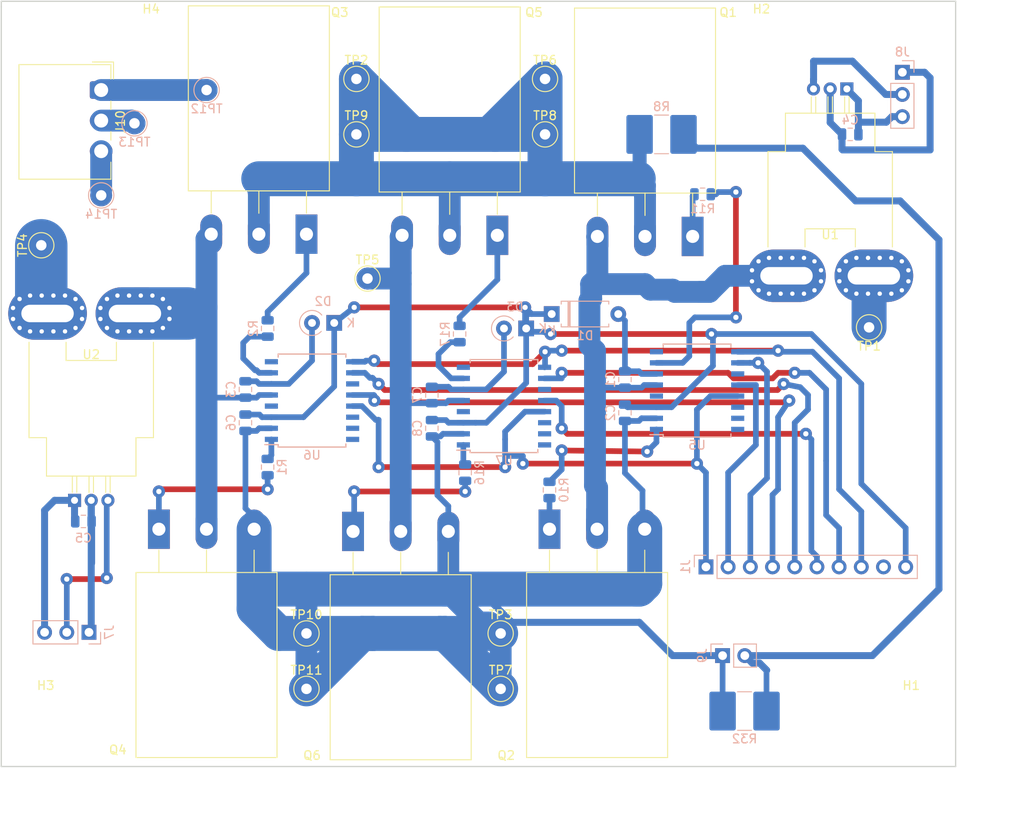
<source format=kicad_pcb>
(kicad_pcb (version 20171130) (host pcbnew "(5.0.2)-1")

  (general
    (thickness 1.6)
    (drawings 10)
    (tracks 426)
    (zones 0)
    (modules 53)
    (nets 42)
  )

  (page A4)
  (layers
    (0 F.Cu signal)
    (31 B.Cu signal)
    (32 B.Adhes user)
    (33 F.Adhes user)
    (34 B.Paste user)
    (35 F.Paste user)
    (36 B.SilkS user)
    (37 F.SilkS user)
    (38 B.Mask user)
    (39 F.Mask user)
    (40 Dwgs.User user)
    (41 Cmts.User user)
    (42 Eco1.User user)
    (43 Eco2.User user)
    (44 Edge.Cuts user)
    (45 Margin user)
    (46 B.CrtYd user)
    (47 F.CrtYd user)
    (48 B.Fab user hide)
    (49 F.Fab user)
  )

  (setup
    (last_trace_width 0.65)
    (user_trace_width 0.4)
    (user_trace_width 0.65)
    (user_trace_width 0.8)
    (user_trace_width 1.5)
    (user_trace_width 2.5)
    (user_trace_width 4)
    (user_trace_width 6)
    (trace_clearance 0.2)
    (zone_clearance 1.608)
    (zone_45_only no)
    (trace_min 0.2)
    (segment_width 0.2)
    (edge_width 0.15)
    (via_size 0.8)
    (via_drill 0.4)
    (via_min_size 0.4)
    (via_min_drill 0.3)
    (user_via 1.4 0.6)
    (user_via 1.8 0.6)
    (user_via 2.8 0.8)
    (uvia_size 0.3)
    (uvia_drill 0.1)
    (uvias_allowed no)
    (uvia_min_size 0.2)
    (uvia_min_drill 0.1)
    (pcb_text_width 0.3)
    (pcb_text_size 1.5 1.5)
    (mod_edge_width 0.15)
    (mod_text_size 1 1)
    (mod_text_width 0.15)
    (pad_size 1.524 1.524)
    (pad_drill 0.762)
    (pad_to_mask_clearance 0.051)
    (solder_mask_min_width 0.25)
    (aux_axis_origin 0 0)
    (visible_elements 7FFFFFFF)
    (pcbplotparams
      (layerselection 0x01040_fffffffe)
      (usegerberextensions false)
      (usegerberattributes false)
      (usegerberadvancedattributes false)
      (creategerberjobfile false)
      (excludeedgelayer true)
      (linewidth 0.400000)
      (plotframeref false)
      (viasonmask false)
      (mode 1)
      (useauxorigin false)
      (hpglpennumber 1)
      (hpglpenspeed 20)
      (hpglpendiameter 15.000000)
      (psnegative false)
      (psa4output false)
      (plotreference true)
      (plotvalue true)
      (plotinvisibletext false)
      (padsonsilk false)
      (subtractmaskfromsilk false)
      (outputformat 1)
      (mirror false)
      (drillshape 0)
      (scaleselection 1)
      (outputdirectory "fabrication/"))
  )

  (net 0 "")
  (net 1 "Net-(C4-Pad1)")
  (net 2 "Net-(TP1-Pad1)")
  (net 3 "Net-(TP4-Pad1)")
  (net 4 "Net-(C5-Pad2)")
  (net 5 "Net-(J7-Pad2)")
  (net 6 "Net-(J8-Pad2)")
  (net 7 "Net-(C4-Pad2)")
  (net 8 "Net-(C5-Pad1)")
  (net 9 /DC_Link_GND)
  (net 10 "Net-(J10-Pad1)")
  (net 11 "Net-(J10-Pad2)")
  (net 12 "Net-(J10-Pad3)")
  (net 13 "Net-(Q1-Pad2)")
  (net 14 "Net-(Q1-Pad1)")
  (net 15 "Net-(Q2-Pad1)")
  (net 16 "Net-(Q3-Pad1)")
  (net 17 "Net-(Q4-Pad1)")
  (net 18 "Net-(Q5-Pad1)")
  (net 19 "Net-(Q6-Pad1)")
  (net 20 "Net-(C1-Pad1)")
  (net 21 "Net-(C1-Pad2)")
  (net 22 "Net-(C3-Pad2)")
  (net 23 "Net-(C3-Pad1)")
  (net 24 "Net-(C7-Pad1)")
  (net 25 "Net-(C7-Pad2)")
  (net 26 "Net-(J1-Pad1)")
  (net 27 "Net-(J1-Pad8)")
  (net 28 /bus_sense)
  (net 29 "Net-(R1-Pad2)")
  (net 30 "Net-(R10-Pad2)")
  (net 31 "Net-(R11-Pad2)")
  (net 32 "Net-(R16-Pad2)")
  (net 33 "Net-(R17-Pad2)")
  (net 34 "Net-(R2-Pad2)")
  (net 35 "Net-(C2-Pad1)")
  (net 36 /A_H)
  (net 37 /A_L)
  (net 38 /C_H)
  (net 39 /C_L)
  (net 40 /B_H)
  (net 41 /B_L)

  (net_class Default "This is the default net class."
    (clearance 0.2)
    (trace_width 0.25)
    (via_dia 0.8)
    (via_drill 0.4)
    (uvia_dia 0.3)
    (uvia_drill 0.1)
    (add_net /A_H)
    (add_net /A_L)
    (add_net /B_H)
    (add_net /B_L)
    (add_net /C_H)
    (add_net /C_L)
    (add_net /DC_Link_GND)
    (add_net /bus_sense)
    (add_net "Net-(C1-Pad1)")
    (add_net "Net-(C1-Pad2)")
    (add_net "Net-(C2-Pad1)")
    (add_net "Net-(C3-Pad1)")
    (add_net "Net-(C3-Pad2)")
    (add_net "Net-(C4-Pad1)")
    (add_net "Net-(C4-Pad2)")
    (add_net "Net-(C5-Pad1)")
    (add_net "Net-(C5-Pad2)")
    (add_net "Net-(C7-Pad1)")
    (add_net "Net-(C7-Pad2)")
    (add_net "Net-(J1-Pad1)")
    (add_net "Net-(J1-Pad8)")
    (add_net "Net-(J10-Pad1)")
    (add_net "Net-(J10-Pad2)")
    (add_net "Net-(J10-Pad3)")
    (add_net "Net-(J7-Pad2)")
    (add_net "Net-(J8-Pad2)")
    (add_net "Net-(Q1-Pad1)")
    (add_net "Net-(Q1-Pad2)")
    (add_net "Net-(Q2-Pad1)")
    (add_net "Net-(Q3-Pad1)")
    (add_net "Net-(Q4-Pad1)")
    (add_net "Net-(Q5-Pad1)")
    (add_net "Net-(Q6-Pad1)")
    (add_net "Net-(R1-Pad2)")
    (add_net "Net-(R10-Pad2)")
    (add_net "Net-(R11-Pad2)")
    (add_net "Net-(R16-Pad2)")
    (add_net "Net-(R17-Pad2)")
    (add_net "Net-(R2-Pad2)")
    (add_net "Net-(TP1-Pad1)")
    (add_net "Net-(TP4-Pad1)")
  )

  (module Diode_THT:D_A-405_P7.62mm_Horizontal (layer B.Cu) (tedit 5AE50CD5) (tstamp 5EEB9D79)
    (at 126.492 90.424)
    (descr "Diode, A-405 series, Axial, Horizontal, pin pitch=7.62mm, , length*diameter=5.2*2.7mm^2, , http://www.diodes.com/_files/packages/A-405.pdf")
    (tags "Diode A-405 series Axial Horizontal pin pitch 7.62mm  length 5.2mm diameter 2.7mm")
    (path /5EF4F64A)
    (fp_text reference D1 (at 3.81 2.47) (layer B.SilkS)
      (effects (font (size 1 1) (thickness 0.15)) (justify mirror))
    )
    (fp_text value DIODE (at 3.81 -2.47) (layer B.Fab)
      (effects (font (size 1 1) (thickness 0.15)) (justify mirror))
    )
    (fp_text user K (at 0 1.9) (layer B.SilkS)
      (effects (font (size 1 1) (thickness 0.15)) (justify mirror))
    )
    (fp_text user K (at 0 1.9) (layer B.Fab)
      (effects (font (size 1 1) (thickness 0.15)) (justify mirror))
    )
    (fp_text user %R (at 4.2 0) (layer B.Fab)
      (effects (font (size 1 1) (thickness 0.15)) (justify mirror))
    )
    (fp_line (start 8.77 1.6) (end -1.15 1.6) (layer B.CrtYd) (width 0.05))
    (fp_line (start 8.77 -1.6) (end 8.77 1.6) (layer B.CrtYd) (width 0.05))
    (fp_line (start -1.15 -1.6) (end 8.77 -1.6) (layer B.CrtYd) (width 0.05))
    (fp_line (start -1.15 1.6) (end -1.15 -1.6) (layer B.CrtYd) (width 0.05))
    (fp_line (start 1.87 1.47) (end 1.87 -1.47) (layer B.SilkS) (width 0.12))
    (fp_line (start 2.11 1.47) (end 2.11 -1.47) (layer B.SilkS) (width 0.12))
    (fp_line (start 1.99 1.47) (end 1.99 -1.47) (layer B.SilkS) (width 0.12))
    (fp_line (start 6.53 -1.47) (end 6.53 -1.14) (layer B.SilkS) (width 0.12))
    (fp_line (start 1.09 -1.47) (end 6.53 -1.47) (layer B.SilkS) (width 0.12))
    (fp_line (start 1.09 -1.14) (end 1.09 -1.47) (layer B.SilkS) (width 0.12))
    (fp_line (start 6.53 1.47) (end 6.53 1.14) (layer B.SilkS) (width 0.12))
    (fp_line (start 1.09 1.47) (end 6.53 1.47) (layer B.SilkS) (width 0.12))
    (fp_line (start 1.09 1.14) (end 1.09 1.47) (layer B.SilkS) (width 0.12))
    (fp_line (start 1.89 1.35) (end 1.89 -1.35) (layer B.Fab) (width 0.1))
    (fp_line (start 2.09 1.35) (end 2.09 -1.35) (layer B.Fab) (width 0.1))
    (fp_line (start 1.99 1.35) (end 1.99 -1.35) (layer B.Fab) (width 0.1))
    (fp_line (start 7.62 0) (end 6.41 0) (layer B.Fab) (width 0.1))
    (fp_line (start 0 0) (end 1.21 0) (layer B.Fab) (width 0.1))
    (fp_line (start 6.41 1.35) (end 1.21 1.35) (layer B.Fab) (width 0.1))
    (fp_line (start 6.41 -1.35) (end 6.41 1.35) (layer B.Fab) (width 0.1))
    (fp_line (start 1.21 -1.35) (end 6.41 -1.35) (layer B.Fab) (width 0.1))
    (fp_line (start 1.21 1.35) (end 1.21 -1.35) (layer B.Fab) (width 0.1))
    (pad 2 thru_hole oval (at 7.62 0) (size 1.8 1.8) (drill 0.9) (layers *.Cu *.Mask)
      (net 20 "Net-(C1-Pad1)"))
    (pad 1 thru_hole rect (at 0 0) (size 1.8 1.8) (drill 0.9) (layers *.Cu *.Mask)
      (net 35 "Net-(C2-Pad1)"))
    (model ${KISYS3DMOD}/Diode_THT.3dshapes/D_A-405_P7.62mm_Horizontal.wrl
      (at (xyz 0 0 0))
      (scale (xyz 1 1 1))
      (rotate (xyz 0 0 0))
    )
  )

  (module Connector_PinHeader_2.54mm:PinHeader_1x10_P2.54mm_Vertical (layer B.Cu) (tedit 59FED5CC) (tstamp 5EF6C63E)
    (at 144.145 119.38 270)
    (descr "Through hole straight pin header, 1x10, 2.54mm pitch, single row")
    (tags "Through hole pin header THT 1x10 2.54mm single row")
    (path /5F1E1E81)
    (fp_text reference J1 (at 0 2.33 270) (layer B.SilkS)
      (effects (font (size 1 1) (thickness 0.15)) (justify mirror))
    )
    (fp_text value PWM (at 0 -25.19 270) (layer B.Fab)
      (effects (font (size 1 1) (thickness 0.15)) (justify mirror))
    )
    (fp_text user %R (at 0 -11.43 180) (layer B.Fab)
      (effects (font (size 1 1) (thickness 0.15)) (justify mirror))
    )
    (fp_line (start 1.8 1.8) (end -1.8 1.8) (layer B.CrtYd) (width 0.05))
    (fp_line (start 1.8 -24.65) (end 1.8 1.8) (layer B.CrtYd) (width 0.05))
    (fp_line (start -1.8 -24.65) (end 1.8 -24.65) (layer B.CrtYd) (width 0.05))
    (fp_line (start -1.8 1.8) (end -1.8 -24.65) (layer B.CrtYd) (width 0.05))
    (fp_line (start -1.33 1.33) (end 0 1.33) (layer B.SilkS) (width 0.12))
    (fp_line (start -1.33 0) (end -1.33 1.33) (layer B.SilkS) (width 0.12))
    (fp_line (start -1.33 -1.27) (end 1.33 -1.27) (layer B.SilkS) (width 0.12))
    (fp_line (start 1.33 -1.27) (end 1.33 -24.19) (layer B.SilkS) (width 0.12))
    (fp_line (start -1.33 -1.27) (end -1.33 -24.19) (layer B.SilkS) (width 0.12))
    (fp_line (start -1.33 -24.19) (end 1.33 -24.19) (layer B.SilkS) (width 0.12))
    (fp_line (start -1.27 0.635) (end -0.635 1.27) (layer B.Fab) (width 0.1))
    (fp_line (start -1.27 -24.13) (end -1.27 0.635) (layer B.Fab) (width 0.1))
    (fp_line (start 1.27 -24.13) (end -1.27 -24.13) (layer B.Fab) (width 0.1))
    (fp_line (start 1.27 1.27) (end 1.27 -24.13) (layer B.Fab) (width 0.1))
    (fp_line (start -0.635 1.27) (end 1.27 1.27) (layer B.Fab) (width 0.1))
    (pad 10 thru_hole oval (at 0 -22.86 270) (size 1.7 1.7) (drill 1) (layers *.Cu *.Mask)
      (net 35 "Net-(C2-Pad1)"))
    (pad 9 thru_hole oval (at 0 -20.32 270) (size 1.7 1.7) (drill 1) (layers *.Cu *.Mask))
    (pad 8 thru_hole oval (at 0 -17.78 270) (size 1.7 1.7) (drill 1) (layers *.Cu *.Mask)
      (net 27 "Net-(J1-Pad8)"))
    (pad 7 thru_hole oval (at 0 -15.24 270) (size 1.7 1.7) (drill 1) (layers *.Cu *.Mask)
      (net 38 /C_H))
    (pad 6 thru_hole oval (at 0 -12.7 270) (size 1.7 1.7) (drill 1) (layers *.Cu *.Mask)
      (net 39 /C_L))
    (pad 5 thru_hole oval (at 0 -10.16 270) (size 1.7 1.7) (drill 1) (layers *.Cu *.Mask)
      (net 40 /B_H))
    (pad 4 thru_hole oval (at 0 -7.62 270) (size 1.7 1.7) (drill 1) (layers *.Cu *.Mask)
      (net 41 /B_L))
    (pad 3 thru_hole oval (at 0 -5.08 270) (size 1.7 1.7) (drill 1) (layers *.Cu *.Mask)
      (net 36 /A_H))
    (pad 2 thru_hole oval (at 0 -2.54 270) (size 1.7 1.7) (drill 1) (layers *.Cu *.Mask)
      (net 37 /A_L))
    (pad 1 thru_hole rect (at 0 0 270) (size 1.7 1.7) (drill 1) (layers *.Cu *.Mask)
      (net 26 "Net-(J1-Pad1)"))
    (model ${KISYS3DMOD}/Connector_PinHeader_2.54mm.3dshapes/PinHeader_1x10_P2.54mm_Vertical.wrl
      (at (xyz 0 0 0))
      (scale (xyz 1 1 1))
      (rotate (xyz 0 0 0))
    )
  )

  (module Sensor_Current:Allegro_CB_PFF (layer F.Cu) (tedit 59D526FA) (tstamp 5EF2EA62)
    (at 71.882 111.76)
    (descr "Allegro MicroSystems, CB-PFF Package (http://www.allegromicro.com/en/Products/Current-Sensor-ICs/Fifty-To-Two-Hundred-Amp-Integrated-Conductor-Sensor-ICs/ACS758.aspx) !PADS 4-5 DO NOT MATCH DATASHEET!")
    (tags "Allegro CB-PFF")
    (path /5EE8328D)
    (fp_text reference U2 (at 1.91 -16.7) (layer F.SilkS)
      (effects (font (size 1 1) (thickness 0.15)))
    )
    (fp_text value ACS758xCB-050B-PFF (at 2.91 -9.7 90) (layer F.Fab)
      (effects (font (size 1 1) (thickness 0.15)))
    )
    (fp_line (start 0 -3.8) (end 0.9 -2.9) (layer F.Fab) (width 0.1))
    (fp_line (start -0.9 -2.9) (end 0 -3.8) (layer F.Fab) (width 0.1))
    (fp_text user %R (at 0.91 -10.7 90) (layer F.Fab)
      (effects (font (size 1 1) (thickness 0.15)))
    )
    (fp_line (start -5.09 -7.3) (end -3.09 -7.3) (layer F.Fab) (width 0.1))
    (fp_line (start -5.09 -7.3) (end -5.09 -21.9) (layer F.Fab) (width 0.1))
    (fp_line (start 6.91 -7.3) (end 8.91 -7.3) (layer F.Fab) (width 0.1))
    (fp_line (start 8.91 -7.3) (end 8.91 -21.9) (layer F.Fab) (width 0.1))
    (fp_line (start 3.565 -2.9) (end 3.565 0.19) (layer F.Fab) (width 0.1))
    (fp_line (start -0.255 -2.9) (end -0.255 0.19) (layer F.Fab) (width 0.1))
    (fp_line (start 1.655 -2.9) (end 1.655 0.19) (layer F.Fab) (width 0.1))
    (fp_line (start -3.09 -15.9) (end 6.91 -15.9) (layer F.Fab) (width 0.1))
    (fp_line (start 6.91 -15.9) (end 6.91 -2.9) (layer F.Fab) (width 0.1))
    (fp_line (start 6.91 -2.9) (end -3.09 -2.9) (layer F.Fab) (width 0.1))
    (fp_line (start -3.09 -15.9) (end -3.09 -2.9) (layer F.Fab) (width 0.1))
    (fp_line (start 4.91 -15.9) (end 4.91 -21.9) (layer F.Fab) (width 0.1))
    (fp_line (start -1.09 -15.9) (end -1.09 -21.9) (layer F.Fab) (width 0.1))
    (fp_line (start -5.09 -21.9) (end -1.09 -21.9) (layer F.Fab) (width 0.1))
    (fp_line (start 8.91 -21.9) (end 4.91 -21.9) (layer F.Fab) (width 0.1))
    (fp_line (start 9.03 -7.18) (end 9.03 -18.1) (layer F.SilkS) (width 0.12))
    (fp_line (start -5.21 -7.18) (end -5.21 -18.1) (layer F.SilkS) (width 0.12))
    (fp_line (start 7.03 -7.18) (end 9.03 -7.18) (layer F.SilkS) (width 0.12))
    (fp_line (start -3.21 -7.18) (end -5.21 -7.18) (layer F.SilkS) (width 0.12))
    (fp_line (start 4.79 -16.02) (end 4.79 -18.1) (layer F.SilkS) (width 0.12))
    (fp_line (start -0.97 -16.02) (end -0.97 -18.1) (layer F.SilkS) (width 0.12))
    (fp_line (start -0.97 -16.02) (end 4.79 -16.02) (layer F.SilkS) (width 0.12))
    (fp_line (start 7.03 -2.78) (end -3.21 -2.78) (layer F.SilkS) (width 0.12))
    (fp_line (start -3.21 -2.78) (end -3.21 -7.18) (layer F.SilkS) (width 0.12))
    (fp_line (start 7.03 -2.78) (end 7.03 -7.18) (layer F.SilkS) (width 0.12))
    (fp_line (start 4.82 1) (end -1 1) (layer F.CrtYd) (width 0.05))
    (fp_line (start 9.16 -7.05) (end 9.16 -18.2) (layer F.CrtYd) (width 0.05))
    (fp_line (start 7.16 -7.05) (end 7.16 -2.65) (layer F.CrtYd) (width 0.05))
    (fp_line (start -3.34 -7.05) (end -3.34 -2.65) (layer F.CrtYd) (width 0.05))
    (fp_line (start 7.16 -7.05) (end 9.16 -7.05) (layer F.CrtYd) (width 0.05))
    (fp_line (start -3.34 -7.05) (end -5.34 -7.05) (layer F.CrtYd) (width 0.05))
    (fp_line (start -5.34 -7.05) (end -5.34 -18.2) (layer F.CrtYd) (width 0.05))
    (fp_line (start -7.9 -24.65) (end 11.7 -24.65) (layer F.CrtYd) (width 0.05))
    (fp_line (start -7.9 -18.2) (end -5.34 -18.2) (layer F.CrtYd) (width 0.05))
    (fp_line (start 11.7 -24.65) (end 11.7 -18.2) (layer F.CrtYd) (width 0.05))
    (fp_line (start -7.9 -18.2) (end -7.9 -24.65) (layer F.CrtYd) (width 0.05))
    (fp_line (start 9.16 -18.2) (end 11.7 -18.2) (layer F.CrtYd) (width 0.05))
    (fp_line (start -1 -2.65) (end -1 1) (layer F.CrtYd) (width 0.05))
    (fp_line (start 4.82 -2.65) (end 4.82 1) (layer F.CrtYd) (width 0.05))
    (fp_line (start -1 -2.65) (end -3.34 -2.65) (layer F.CrtYd) (width 0.05))
    (fp_line (start 4.82 -2.65) (end 7.16 -2.65) (layer F.CrtYd) (width 0.05))
    (fp_line (start 0.255 -2.9) (end 0.255 0.19) (layer F.Fab) (width 0.1))
    (fp_line (start 2.165 -2.9) (end 2.165 0.19) (layer F.Fab) (width 0.1))
    (fp_line (start 4.075 -2.9) (end 4.075 0.19) (layer F.Fab) (width 0.1))
    (fp_line (start 3.565 -2.78) (end 3.565 -0.9) (layer F.SilkS) (width 0.12))
    (fp_line (start 1.655 -2.78) (end 1.655 -0.9) (layer F.SilkS) (width 0.12))
    (fp_line (start -0.255 -2.78) (end -0.255 -0.9) (layer F.SilkS) (width 0.12))
    (fp_line (start 0.255 -2.78) (end 0.255 -0.9) (layer F.SilkS) (width 0.12))
    (fp_line (start 2.165 -2.78) (end 2.165 -0.9) (layer F.SilkS) (width 0.12))
    (fp_line (start 4.075 -2.78) (end 4.075 -0.9) (layer F.SilkS) (width 0.12))
    (fp_line (start 0 -3.8) (end 0.9 -2.9) (layer F.Fab) (width 0.1))
    (fp_line (start -0.9 -2.9) (end 0 -3.8) (layer F.Fab) (width 0.1))
    (pad 4 thru_hole circle (at 10.86 -20.77) (size 0.8 0.8) (drill 0.5) (layers *.Cu *.Mask)
      (net 22 "Net-(C3-Pad2)"))
    (pad 4 thru_hole circle (at 4.91 -23.45) (size 0.8 0.8) (drill 0.5) (layers *.Cu *.Mask)
      (net 22 "Net-(C3-Pad2)"))
    (pad 4 thru_hole circle (at 6.24 -23.45) (size 0.8 0.8) (drill 0.5) (layers *.Cu *.Mask)
      (net 22 "Net-(C3-Pad2)"))
    (pad 4 thru_hole circle (at 7.58 -23.45) (size 0.8 0.8) (drill 0.5) (layers *.Cu *.Mask)
      (net 22 "Net-(C3-Pad2)"))
    (pad 4 thru_hole circle (at 8.91 -23.45) (size 0.8 0.8) (drill 0.5) (layers *.Cu *.Mask)
      (net 22 "Net-(C3-Pad2)"))
    (pad 4 thru_hole circle (at 4.91 -19.35) (size 0.8 0.8) (drill 0.5) (layers *.Cu *.Mask)
      (net 22 "Net-(C3-Pad2)"))
    (pad 4 thru_hole circle (at 6.24 -19.35) (size 0.8 0.8) (drill 0.5) (layers *.Cu *.Mask)
      (net 22 "Net-(C3-Pad2)"))
    (pad 4 thru_hole circle (at 7.58 -19.35) (size 0.8 0.8) (drill 0.5) (layers *.Cu *.Mask)
      (net 22 "Net-(C3-Pad2)"))
    (pad 4 thru_hole circle (at 8.91 -19.35) (size 0.8 0.8) (drill 0.5) (layers *.Cu *.Mask)
      (net 22 "Net-(C3-Pad2)"))
    (pad 4 thru_hole circle (at 10.86 -22.03) (size 0.8 0.8) (drill 0.5) (layers *.Cu *.Mask)
      (net 22 "Net-(C3-Pad2)"))
    (pad 4 thru_hole circle (at 10.11 -23.06) (size 0.8 0.8) (drill 0.5) (layers *.Cu *.Mask)
      (net 22 "Net-(C3-Pad2)"))
    (pad 4 thru_hole circle (at 10.11 -19.74) (size 0.8 0.8) (drill 0.5) (layers *.Cu *.Mask)
      (net 22 "Net-(C3-Pad2)"))
    (pad 4 thru_hole oval (at 2.96 -22.03 65) (size 0.8 0.8) (drill 0.5) (layers *.Cu *.Mask)
      (net 22 "Net-(C3-Pad2)"))
    (pad 4 thru_hole oval (at 2.96 -20.77 295) (size 0.8 0.8) (drill 0.5) (layers *.Cu *.Mask)
      (net 22 "Net-(C3-Pad2)"))
    (pad 4 thru_hole circle (at 3.71 -23.06) (size 0.8 0.8) (drill 0.5) (layers *.Cu *.Mask)
      (net 22 "Net-(C3-Pad2)"))
    (pad 4 thru_hole circle (at 3.71 -19.74) (size 0.8 0.8) (drill 0.5) (layers *.Cu *.Mask)
      (net 22 "Net-(C3-Pad2)"))
    (pad 5 thru_hole circle (at -1.09 -23.45) (size 0.8 0.8) (drill 0.5) (layers *.Cu *.Mask)
      (net 3 "Net-(TP4-Pad1)"))
    (pad 5 thru_hole circle (at -5.09 -23.45) (size 0.8 0.8) (drill 0.5) (layers *.Cu *.Mask)
      (net 3 "Net-(TP4-Pad1)"))
    (pad 5 thru_hole circle (at -3.76 -23.45) (size 0.8 0.8) (drill 0.5) (layers *.Cu *.Mask)
      (net 3 "Net-(TP4-Pad1)"))
    (pad 5 thru_hole circle (at -2.42 -23.45) (size 0.8 0.8) (drill 0.5) (layers *.Cu *.Mask)
      (net 3 "Net-(TP4-Pad1)"))
    (pad 5 thru_hole circle (at -5.09 -19.35) (size 0.8 0.8) (drill 0.5) (layers *.Cu *.Mask)
      (net 3 "Net-(TP4-Pad1)"))
    (pad 5 thru_hole circle (at -1.09 -19.35) (size 0.8 0.8) (drill 0.5) (layers *.Cu *.Mask)
      (net 3 "Net-(TP4-Pad1)"))
    (pad 5 thru_hole circle (at -3.76 -19.35) (size 0.8 0.8) (drill 0.5) (layers *.Cu *.Mask)
      (net 3 "Net-(TP4-Pad1)"))
    (pad 5 thru_hole circle (at -2.42 -19.35) (size 0.8 0.8) (drill 0.5) (layers *.Cu *.Mask)
      (net 3 "Net-(TP4-Pad1)"))
    (pad 5 thru_hole circle (at -6.29 -23.06) (size 0.8 0.8) (drill 0.5) (layers *.Cu *.Mask)
      (net 3 "Net-(TP4-Pad1)"))
    (pad 5 thru_hole circle (at -6.29 -19.74) (size 0.8 0.8) (drill 0.5) (layers *.Cu *.Mask)
      (net 3 "Net-(TP4-Pad1)"))
    (pad 5 thru_hole circle (at -7.04 -20.77) (size 0.8 0.8) (drill 0.5) (layers *.Cu *.Mask)
      (net 3 "Net-(TP4-Pad1)"))
    (pad 5 thru_hole circle (at -7.04 -22.03) (size 0.8 0.8) (drill 0.5) (layers *.Cu *.Mask)
      (net 3 "Net-(TP4-Pad1)"))
    (pad 5 thru_hole circle (at 0.11 -23.06) (size 0.8 0.8) (drill 0.5) (layers *.Cu *.Mask)
      (net 3 "Net-(TP4-Pad1)"))
    (pad 5 thru_hole circle (at 0.11 -19.74) (size 0.8 0.8) (drill 0.5) (layers *.Cu *.Mask)
      (net 3 "Net-(TP4-Pad1)"))
    (pad 5 thru_hole oval (at 0.86 -20.77 65) (size 0.8 0.8) (drill 0.5) (layers *.Cu *.Mask)
      (net 3 "Net-(TP4-Pad1)"))
    (pad 5 thru_hole oval (at 0.86 -22.03 295) (size 0.8 0.8) (drill 0.5) (layers *.Cu *.Mask)
      (net 3 "Net-(TP4-Pad1)"))
    (pad 2 thru_hole circle (at 1.91 0) (size 1.5 1.5) (drill 0.8) (layers *.Cu *.Mask)
      (net 8 "Net-(C5-Pad1)"))
    (pad 3 thru_hole circle (at 3.82 0) (size 1.5 1.5) (drill 0.8) (layers *.Cu *.Mask)
      (net 5 "Net-(J7-Pad2)"))
    (pad 1 thru_hole rect (at 0 0) (size 1.5 1.5) (drill 0.8) (layers *.Cu *.Mask)
      (net 4 "Net-(C5-Pad2)"))
    (pad 4 thru_hole oval (at 6.91 -21.4) (size 9 6) (drill oval 6 2) (layers *.Cu *.Mask)
      (net 22 "Net-(C3-Pad2)"))
    (pad 5 thru_hole oval (at -3.09 -21.4) (size 9 6) (drill oval 6 2) (layers *.Cu *.Mask)
      (net 3 "Net-(TP4-Pad1)"))
    (model ${KISYS3DMOD}/Sensor_Current.3dshapes/Allegro_CB_PFF.wrl
      (at (xyz 0 0 0))
      (scale (xyz 1 1 1))
      (rotate (xyz 0 0 0))
    )
  )

  (module Capacitor_SMD:C_0805_2012Metric (layer B.Cu) (tedit 5B36C52B) (tstamp 5EF6FE17)
    (at 93.98 92.075 270)
    (descr "Capacitor SMD 0805 (2012 Metric), square (rectangular) end terminal, IPC_7351 nominal, (Body size source: https://docs.google.com/spreadsheets/d/1BsfQQcO9C6DZCsRaXUlFlo91Tg2WpOkGARC1WS5S8t0/edit?usp=sharing), generated with kicad-footprint-generator")
    (tags capacitor)
    (path /5F11FE32)
    (attr smd)
    (fp_text reference R2 (at 0 1.65 270) (layer B.SilkS)
      (effects (font (size 1 1) (thickness 0.15)) (justify mirror))
    )
    (fp_text value R (at 0 -1.65 270) (layer B.Fab)
      (effects (font (size 1 1) (thickness 0.15)) (justify mirror))
    )
    (fp_line (start -1 -0.6) (end -1 0.6) (layer B.Fab) (width 0.1))
    (fp_line (start -1 0.6) (end 1 0.6) (layer B.Fab) (width 0.1))
    (fp_line (start 1 0.6) (end 1 -0.6) (layer B.Fab) (width 0.1))
    (fp_line (start 1 -0.6) (end -1 -0.6) (layer B.Fab) (width 0.1))
    (fp_line (start -0.258578 0.71) (end 0.258578 0.71) (layer B.SilkS) (width 0.12))
    (fp_line (start -0.258578 -0.71) (end 0.258578 -0.71) (layer B.SilkS) (width 0.12))
    (fp_line (start -1.68 -0.95) (end -1.68 0.95) (layer B.CrtYd) (width 0.05))
    (fp_line (start -1.68 0.95) (end 1.68 0.95) (layer B.CrtYd) (width 0.05))
    (fp_line (start 1.68 0.95) (end 1.68 -0.95) (layer B.CrtYd) (width 0.05))
    (fp_line (start 1.68 -0.95) (end -1.68 -0.95) (layer B.CrtYd) (width 0.05))
    (fp_text user %R (at 0 0 270) (layer B.Fab)
      (effects (font (size 0.5 0.5) (thickness 0.08)) (justify mirror))
    )
    (pad 1 smd roundrect (at -0.9375 0 270) (size 0.975 1.4) (layers B.Cu B.Paste B.Mask) (roundrect_rratio 0.25)
      (net 16 "Net-(Q3-Pad1)"))
    (pad 2 smd roundrect (at 0.9375 0 270) (size 0.975 1.4) (layers B.Cu B.Paste B.Mask) (roundrect_rratio 0.25)
      (net 34 "Net-(R2-Pad2)"))
    (model ${KISYS3DMOD}/Capacitor_SMD.3dshapes/C_0805_2012Metric.wrl
      (at (xyz 0 0 0))
      (scale (xyz 1 1 1))
      (rotate (xyz 0 0 0))
    )
  )

  (module Capacitor_SMD:C_0805_2012Metric (layer B.Cu) (tedit 5B36C52B) (tstamp 5EF6E5A6)
    (at 93.98 107.95 90)
    (descr "Capacitor SMD 0805 (2012 Metric), square (rectangular) end terminal, IPC_7351 nominal, (Body size source: https://docs.google.com/spreadsheets/d/1BsfQQcO9C6DZCsRaXUlFlo91Tg2WpOkGARC1WS5S8t0/edit?usp=sharing), generated with kicad-footprint-generator")
    (tags capacitor)
    (path /5EF7BEB9)
    (attr smd)
    (fp_text reference R1 (at 0 1.65 90) (layer B.SilkS)
      (effects (font (size 1 1) (thickness 0.15)) (justify mirror))
    )
    (fp_text value R (at 0 -1.65 90) (layer B.Fab)
      (effects (font (size 1 1) (thickness 0.15)) (justify mirror))
    )
    (fp_line (start -1 -0.6) (end -1 0.6) (layer B.Fab) (width 0.1))
    (fp_line (start -1 0.6) (end 1 0.6) (layer B.Fab) (width 0.1))
    (fp_line (start 1 0.6) (end 1 -0.6) (layer B.Fab) (width 0.1))
    (fp_line (start 1 -0.6) (end -1 -0.6) (layer B.Fab) (width 0.1))
    (fp_line (start -0.258578 0.71) (end 0.258578 0.71) (layer B.SilkS) (width 0.12))
    (fp_line (start -0.258578 -0.71) (end 0.258578 -0.71) (layer B.SilkS) (width 0.12))
    (fp_line (start -1.68 -0.95) (end -1.68 0.95) (layer B.CrtYd) (width 0.05))
    (fp_line (start -1.68 0.95) (end 1.68 0.95) (layer B.CrtYd) (width 0.05))
    (fp_line (start 1.68 0.95) (end 1.68 -0.95) (layer B.CrtYd) (width 0.05))
    (fp_line (start 1.68 -0.95) (end -1.68 -0.95) (layer B.CrtYd) (width 0.05))
    (fp_text user %R (at 0 0 90) (layer B.Fab)
      (effects (font (size 0.5 0.5) (thickness 0.08)) (justify mirror))
    )
    (pad 1 smd roundrect (at -0.9375 0 90) (size 0.975 1.4) (layers B.Cu B.Paste B.Mask) (roundrect_rratio 0.25)
      (net 17 "Net-(Q4-Pad1)"))
    (pad 2 smd roundrect (at 0.9375 0 90) (size 0.975 1.4) (layers B.Cu B.Paste B.Mask) (roundrect_rratio 0.25)
      (net 29 "Net-(R1-Pad2)"))
    (model ${KISYS3DMOD}/Capacitor_SMD.3dshapes/C_0805_2012Metric.wrl
      (at (xyz 0 0 0))
      (scale (xyz 1 1 1))
      (rotate (xyz 0 0 0))
    )
  )

  (module Package_TO_SOT_THT:TO-247-3_Horizontal_TabUp (layer F.Cu) (tedit 5AC86DC3) (tstamp 5F00530A)
    (at 142.621 81.534 180)
    (descr "TO-247-3, Horizontal, RM 5.45mm, see https://toshiba.semicon-storage.com/us/product/mosfet/to-247-4l.html")
    (tags "TO-247-3 Horizontal RM 5.45mm")
    (path /5EE20001)
    (fp_text reference Q1 (at -4.064 25.654 180) (layer F.SilkS)
      (effects (font (size 1 1) (thickness 0.15)))
    )
    (fp_text value IRG4PF50W (at 5.45 -3.25 180) (layer F.Fab)
      (effects (font (size 1 1) (thickness 0.15)))
    )
    (fp_text user %R (at -4.064 25.654 180) (layer F.Fab)
      (effects (font (size 1 1) (thickness 0.15)))
    )
    (fp_line (start 13.65 -2.5) (end -2.75 -2.5) (layer F.CrtYd) (width 0.05))
    (fp_line (start 13.65 26.28) (end 13.65 -2.5) (layer F.CrtYd) (width 0.05))
    (fp_line (start -2.75 26.28) (end 13.65 26.28) (layer F.CrtYd) (width 0.05))
    (fp_line (start -2.75 -2.5) (end -2.75 26.28) (layer F.CrtYd) (width 0.05))
    (fp_line (start 10.9 2.4) (end 10.9 4.96) (layer F.SilkS) (width 0.12))
    (fp_line (start 5.45 2.4) (end 5.45 4.96) (layer F.SilkS) (width 0.12))
    (fp_line (start 0 2.4) (end 0 4.96) (layer F.SilkS) (width 0.12))
    (fp_line (start 13.52 4.96) (end 13.52 26.15) (layer F.SilkS) (width 0.12))
    (fp_line (start -2.62 4.96) (end -2.62 26.15) (layer F.SilkS) (width 0.12))
    (fp_line (start -2.62 26.15) (end 13.52 26.15) (layer F.SilkS) (width 0.12))
    (fp_line (start -2.62 4.96) (end 13.52 4.96) (layer F.SilkS) (width 0.12))
    (fp_line (start 10.9 5.08) (end 10.9 0) (layer F.Fab) (width 0.1))
    (fp_line (start 5.45 5.08) (end 5.45 0) (layer F.Fab) (width 0.1))
    (fp_line (start 0 5.08) (end 0 0) (layer F.Fab) (width 0.1))
    (fp_line (start 13.4 5.08) (end -2.5 5.08) (layer F.Fab) (width 0.1))
    (fp_line (start 13.4 26.03) (end 13.4 5.08) (layer F.Fab) (width 0.1))
    (fp_line (start -2.5 26.03) (end 13.4 26.03) (layer F.Fab) (width 0.1))
    (fp_line (start -2.5 5.08) (end -2.5 26.03) (layer F.Fab) (width 0.1))
    (fp_circle (center 5.45 19.86) (end 7.255 19.86) (layer F.Fab) (width 0.1))
    (pad 3 thru_hole oval (at 10.9 0 180) (size 2.5 4.5) (drill 1.5) (layers *.Cu *.Mask)
      (net 21 "Net-(C1-Pad2)"))
    (pad 2 thru_hole oval (at 5.45 0 180) (size 2.5 4.5) (drill 1.5) (layers *.Cu *.Mask)
      (net 13 "Net-(Q1-Pad2)"))
    (pad 1 thru_hole rect (at 0 0 180) (size 2.5 4.5) (drill 1.5) (layers *.Cu *.Mask)
      (net 14 "Net-(Q1-Pad1)"))
    (pad "" np_thru_hole oval (at 5.45 19.86 180) (size 3.6 3.6) (drill 3.6) (layers *.Cu *.Mask))
    (model ${KISYS3DMOD}/Package_TO_SOT_THT.3dshapes/TO-247-3_Horizontal_TabUp.wrl
      (at (xyz 0 0 0))
      (scale (xyz 1 1 1))
      (rotate (xyz 0 0 0))
    )
  )

  (module Connector_Wago:Wago_734-163_1x03_P3.50mm_Horizontal (layer F.Cu) (tedit 5B788D97) (tstamp 5EF6CE4D)
    (at 74.93 64.77 270)
    (descr "Molex 734 Male header (for PCBs); Angled solder pin 1 x 1 mm, 734-163 , 3 Pins (http://www.farnell.com/datasheets/2157639.pdf), generated with kicad-footprint-generator")
    (tags "connector Wago  top entry")
    (path /5F0A514F)
    (fp_text reference J10 (at 3.65 -2.2 270) (layer F.SilkS)
      (effects (font (size 1 1) (thickness 0.15)))
    )
    (fp_text value Motor (at 3.65 10.5 270) (layer F.Fab)
      (effects (font (size 1 1) (thickness 0.15)))
    )
    (fp_line (start -2.8 -1) (end -2.8 9.3) (layer F.Fab) (width 0.1))
    (fp_line (start -2.8 9.3) (end 10.1 9.3) (layer F.Fab) (width 0.1))
    (fp_line (start 10.1 9.3) (end 10.1 -1) (layer F.Fab) (width 0.1))
    (fp_line (start 10.1 -1) (end -2.8 -1) (layer F.Fab) (width 0.1))
    (fp_line (start -1.26 -1.11) (end -2.91 -1.11) (layer F.SilkS) (width 0.12))
    (fp_line (start -2.91 -1.11) (end -2.91 9.41) (layer F.SilkS) (width 0.12))
    (fp_line (start -2.91 9.41) (end 10.21 9.41) (layer F.SilkS) (width 0.12))
    (fp_line (start 10.21 9.41) (end 10.21 -1.11) (layer F.SilkS) (width 0.12))
    (fp_line (start 10.21 -1.11) (end 8.26 -1.11) (layer F.SilkS) (width 0.12))
    (fp_line (start 1.26 -1.11) (end 2.24 -1.11) (layer F.SilkS) (width 0.12))
    (fp_line (start 4.76 -1.11) (end 5.74 -1.11) (layer F.SilkS) (width 0.12))
    (fp_line (start -3.21 1) (end -3.21 -1.41) (layer F.SilkS) (width 0.12))
    (fp_line (start -3.21 -1.41) (end -1.26 -1.41) (layer F.SilkS) (width 0.12))
    (fp_line (start -0.5 -1) (end 0 -0.292893) (layer F.Fab) (width 0.1))
    (fp_line (start 0 -0.292893) (end 0.5 -1) (layer F.Fab) (width 0.1))
    (fp_line (start -3.3 -1.5) (end -3.3 9.8) (layer F.CrtYd) (width 0.05))
    (fp_line (start -3.3 9.8) (end 10.6 9.8) (layer F.CrtYd) (width 0.05))
    (fp_line (start 10.6 9.8) (end 10.6 -1.5) (layer F.CrtYd) (width 0.05))
    (fp_line (start 10.6 -1.5) (end -3.3 -1.5) (layer F.CrtYd) (width 0.05))
    (fp_text user %R (at 3.65 8.6 270) (layer F.Fab)
      (effects (font (size 1 1) (thickness 0.15)))
    )
    (pad 1 thru_hole roundrect (at 0 0 270) (size 2 2.6) (drill 1.6) (layers *.Cu *.Mask) (roundrect_rratio 0.125)
      (net 10 "Net-(J10-Pad1)"))
    (pad 2 thru_hole oval (at 3.5 0 270) (size 2 2.6) (drill 1.6) (layers *.Cu *.Mask)
      (net 11 "Net-(J10-Pad2)"))
    (pad 3 thru_hole oval (at 7 0 270) (size 2 2.6) (drill 1.6) (layers *.Cu *.Mask)
      (net 12 "Net-(J10-Pad3)"))
    (model ${KISYS3DMOD}/Connector_Wago.3dshapes/Wago_734-163_1x03_P3.50mm_Horizontal.wrl
      (at (xyz 0 0 0))
      (scale (xyz 1 1 1))
      (rotate (xyz 0 0 0))
    )
  )

  (module TestPoint:TestPoint_THTPad_D2.5mm_Drill1.2mm (layer B.Cu) (tedit 5A0F774F) (tstamp 5EE67D00)
    (at 74.93 76.835)
    (descr "THT pad as test Point, diameter 2.5mm, hole diameter 1.2mm ")
    (tags "test point THT pad")
    (path /5F0A5375)
    (attr virtual)
    (fp_text reference TP14 (at 0 2.148) (layer B.SilkS)
      (effects (font (size 1 1) (thickness 0.15)) (justify mirror))
    )
    (fp_text value MC (at 0 -2.25) (layer B.Fab)
      (effects (font (size 1 1) (thickness 0.15)) (justify mirror))
    )
    (fp_text user %R (at 0 2.15) (layer B.Fab)
      (effects (font (size 1 1) (thickness 0.15)) (justify mirror))
    )
    (fp_circle (center 0 0) (end 1.75 0) (layer B.CrtYd) (width 0.05))
    (fp_circle (center 0 0) (end 0 -1.45) (layer B.SilkS) (width 0.12))
    (pad 1 thru_hole circle (at 0 0) (size 2.5 2.5) (drill 1.2) (layers *.Cu *.Mask)
      (net 12 "Net-(J10-Pad3)"))
  )

  (module TestPoint:TestPoint_THTPad_D2.5mm_Drill1.2mm (layer B.Cu) (tedit 5A0F774F) (tstamp 5EF6CE88)
    (at 78.74 68.58)
    (descr "THT pad as test Point, diameter 2.5mm, hole diameter 1.2mm ")
    (tags "test point THT pad")
    (path /5F0A542B)
    (attr virtual)
    (fp_text reference TP13 (at 0 2.148) (layer B.SilkS)
      (effects (font (size 1 1) (thickness 0.15)) (justify mirror))
    )
    (fp_text value MB (at 0 -2.25) (layer B.Fab)
      (effects (font (size 1 1) (thickness 0.15)) (justify mirror))
    )
    (fp_circle (center 0 0) (end 0 -1.45) (layer B.SilkS) (width 0.12))
    (fp_circle (center 0 0) (end 1.75 0) (layer B.CrtYd) (width 0.05))
    (fp_text user %R (at 0 2.15) (layer B.Fab)
      (effects (font (size 1 1) (thickness 0.15)) (justify mirror))
    )
    (pad 1 thru_hole circle (at 0 0) (size 2.5 2.5) (drill 1.2) (layers *.Cu *.Mask)
      (net 11 "Net-(J10-Pad2)"))
  )

  (module TestPoint:TestPoint_THTPad_D2.5mm_Drill1.2mm (layer B.Cu) (tedit 5A0F774F) (tstamp 5EE67CD6)
    (at 86.995 64.77)
    (descr "THT pad as test Point, diameter 2.5mm, hole diameter 1.2mm ")
    (tags "test point THT pad")
    (path /5F0A54AD)
    (attr virtual)
    (fp_text reference TP12 (at 0 2.148) (layer B.SilkS)
      (effects (font (size 1 1) (thickness 0.15)) (justify mirror))
    )
    (fp_text value MA (at 0 -2.25) (layer B.Fab)
      (effects (font (size 1 1) (thickness 0.15)) (justify mirror))
    )
    (fp_text user %R (at 0 2.15) (layer B.Fab)
      (effects (font (size 1 1) (thickness 0.15)) (justify mirror))
    )
    (fp_circle (center 0 0) (end 1.75 0) (layer B.CrtYd) (width 0.05))
    (fp_circle (center 0 0) (end 0 -1.45) (layer B.SilkS) (width 0.12))
    (pad 1 thru_hole circle (at 0 0) (size 2.5 2.5) (drill 1.2) (layers *.Cu *.Mask)
      (net 10 "Net-(J10-Pad1)"))
  )

  (module MountingHole:MountingHole_3.2mm_M3 (layer F.Cu) (tedit 56D1B4CB) (tstamp 5F0D176F)
    (at 150.495 59.69)
    (descr "Mounting Hole 3.2mm, no annular, M3")
    (tags "mounting hole 3.2mm no annular m3")
    (path /5F01BF94)
    (attr virtual)
    (fp_text reference H2 (at 0 -4.2) (layer F.SilkS)
      (effects (font (size 1 1) (thickness 0.15)))
    )
    (fp_text value MountingHole (at 0 4.2) (layer F.Fab)
      (effects (font (size 1 1) (thickness 0.15)))
    )
    (fp_circle (center 0 0) (end 3.45 0) (layer F.CrtYd) (width 0.05))
    (fp_circle (center 0 0) (end 3.2 0) (layer Cmts.User) (width 0.15))
    (fp_text user %R (at 0.3 0) (layer F.Fab)
      (effects (font (size 1 1) (thickness 0.15)))
    )
    (pad 1 np_thru_hole circle (at 0 0) (size 3.2 3.2) (drill 3.2) (layers *.Cu *.Mask))
  )

  (module MountingHole:MountingHole_3.2mm_M3 (layer F.Cu) (tedit 56D1B4CB) (tstamp 5F0D1767)
    (at 68.58 137.16)
    (descr "Mounting Hole 3.2mm, no annular, M3")
    (tags "mounting hole 3.2mm no annular m3")
    (path /5F01C199)
    (attr virtual)
    (fp_text reference H3 (at 0 -4.2) (layer F.SilkS)
      (effects (font (size 1 1) (thickness 0.15)))
    )
    (fp_text value MountingHole (at 0 4.2) (layer F.Fab)
      (effects (font (size 1 1) (thickness 0.15)))
    )
    (fp_text user %R (at 0.3 0) (layer F.Fab)
      (effects (font (size 1 1) (thickness 0.15)))
    )
    (fp_circle (center 0 0) (end 3.2 0) (layer Cmts.User) (width 0.15))
    (fp_circle (center 0 0) (end 3.45 0) (layer F.CrtYd) (width 0.05))
    (pad 1 np_thru_hole circle (at 0 0) (size 3.2 3.2) (drill 3.2) (layers *.Cu *.Mask))
  )

  (module MountingHole:MountingHole_3.2mm_M3 (layer F.Cu) (tedit 56D1B4CB) (tstamp 5F0D175F)
    (at 80.645 59.69)
    (descr "Mounting Hole 3.2mm, no annular, M3")
    (tags "mounting hole 3.2mm no annular m3")
    (path /5F01C217)
    (attr virtual)
    (fp_text reference H4 (at 0 -4.2) (layer F.SilkS)
      (effects (font (size 1 1) (thickness 0.15)))
    )
    (fp_text value MountingHole (at 0 4.2) (layer F.Fab)
      (effects (font (size 1 1) (thickness 0.15)))
    )
    (fp_circle (center 0 0) (end 3.45 0) (layer F.CrtYd) (width 0.05))
    (fp_circle (center 0 0) (end 3.2 0) (layer Cmts.User) (width 0.15))
    (fp_text user %R (at 0.3 0) (layer F.Fab)
      (effects (font (size 1 1) (thickness 0.15)))
    )
    (pad 1 np_thru_hole circle (at 0 0) (size 3.2 3.2) (drill 3.2) (layers *.Cu *.Mask))
  )

  (module MountingHole:MountingHole_3.2mm_M3 (layer F.Cu) (tedit 56D1B4CB) (tstamp 5EE70940)
    (at 167.64 137.16)
    (descr "Mounting Hole 3.2mm, no annular, M3")
    (tags "mounting hole 3.2mm no annular m3")
    (path /5F01C0A9)
    (attr virtual)
    (fp_text reference H1 (at 0 -4.2) (layer F.SilkS)
      (effects (font (size 1 1) (thickness 0.15)))
    )
    (fp_text value MountingHole (at 0 4.2) (layer F.Fab)
      (effects (font (size 1 1) (thickness 0.15)))
    )
    (fp_text user %R (at 0.3 0) (layer F.Fab)
      (effects (font (size 1 1) (thickness 0.15)))
    )
    (fp_circle (center 0 0) (end 3.2 0) (layer Cmts.User) (width 0.15))
    (fp_circle (center 0 0) (end 3.45 0) (layer F.CrtYd) (width 0.05))
    (pad 1 np_thru_hole circle (at 0 0) (size 3.2 3.2) (drill 3.2) (layers *.Cu *.Mask))
  )

  (module Package_TO_SOT_THT:TO-247-3_Horizontal_TabUp (layer F.Cu) (tedit 5AC86DC3) (tstamp 5F00294D)
    (at 126.238 115.062)
    (descr "TO-247-3, Horizontal, RM 5.45mm, see https://toshiba.semicon-storage.com/us/product/mosfet/to-247-4l.html")
    (tags "TO-247-3 Horizontal RM 5.45mm")
    (path /5EE20092)
    (fp_text reference Q2 (at -4.953 25.908) (layer F.SilkS)
      (effects (font (size 1 1) (thickness 0.15)))
    )
    (fp_text value IRG4PF50W (at 5.45 -3.25) (layer F.Fab)
      (effects (font (size 1 1) (thickness 0.15)))
    )
    (fp_text user %R (at -4.953 25.908) (layer F.Fab)
      (effects (font (size 1 1) (thickness 0.15)))
    )
    (fp_line (start 13.65 -2.5) (end -2.75 -2.5) (layer F.CrtYd) (width 0.05))
    (fp_line (start 13.65 26.28) (end 13.65 -2.5) (layer F.CrtYd) (width 0.05))
    (fp_line (start -2.75 26.28) (end 13.65 26.28) (layer F.CrtYd) (width 0.05))
    (fp_line (start -2.75 -2.5) (end -2.75 26.28) (layer F.CrtYd) (width 0.05))
    (fp_line (start 10.9 2.4) (end 10.9 4.96) (layer F.SilkS) (width 0.12))
    (fp_line (start 5.45 2.4) (end 5.45 4.96) (layer F.SilkS) (width 0.12))
    (fp_line (start 0 2.4) (end 0 4.96) (layer F.SilkS) (width 0.12))
    (fp_line (start 13.52 4.96) (end 13.52 26.15) (layer F.SilkS) (width 0.12))
    (fp_line (start -2.62 4.96) (end -2.62 26.15) (layer F.SilkS) (width 0.12))
    (fp_line (start -2.62 26.15) (end 13.52 26.15) (layer F.SilkS) (width 0.12))
    (fp_line (start -2.62 4.96) (end 13.52 4.96) (layer F.SilkS) (width 0.12))
    (fp_line (start 10.9 5.08) (end 10.9 0) (layer F.Fab) (width 0.1))
    (fp_line (start 5.45 5.08) (end 5.45 0) (layer F.Fab) (width 0.1))
    (fp_line (start 0 5.08) (end 0 0) (layer F.Fab) (width 0.1))
    (fp_line (start 13.4 5.08) (end -2.5 5.08) (layer F.Fab) (width 0.1))
    (fp_line (start 13.4 26.03) (end 13.4 5.08) (layer F.Fab) (width 0.1))
    (fp_line (start -2.5 26.03) (end 13.4 26.03) (layer F.Fab) (width 0.1))
    (fp_line (start -2.5 5.08) (end -2.5 26.03) (layer F.Fab) (width 0.1))
    (fp_circle (center 5.45 19.86) (end 7.255 19.86) (layer F.Fab) (width 0.1))
    (pad 3 thru_hole oval (at 10.9 0) (size 2.5 4.5) (drill 1.5) (layers *.Cu *.Mask)
      (net 9 /DC_Link_GND))
    (pad 2 thru_hole oval (at 5.45 0) (size 2.5 4.5) (drill 1.5) (layers *.Cu *.Mask)
      (net 21 "Net-(C1-Pad2)"))
    (pad 1 thru_hole rect (at 0 0) (size 2.5 4.5) (drill 1.5) (layers *.Cu *.Mask)
      (net 15 "Net-(Q2-Pad1)"))
    (pad "" np_thru_hole oval (at 5.45 19.86) (size 3.6 3.6) (drill 3.6) (layers *.Cu *.Mask))
    (model ${KISYS3DMOD}/Package_TO_SOT_THT.3dshapes/TO-247-3_Horizontal_TabUp.wrl
      (at (xyz 0 0 0))
      (scale (xyz 1 1 1))
      (rotate (xyz 0 0 0))
    )
  )

  (module Package_TO_SOT_THT:TO-247-3_Horizontal_TabUp (layer F.Cu) (tedit 5AC86DC3) (tstamp 5F005338)
    (at 98.425 81.28 180)
    (descr "TO-247-3, Horizontal, RM 5.45mm, see https://toshiba.semicon-storage.com/us/product/mosfet/to-247-4l.html")
    (tags "TO-247-3 Horizontal RM 5.45mm")
    (path /5EE200C8)
    (fp_text reference Q3 (at -3.81 25.4 180) (layer F.SilkS)
      (effects (font (size 1 1) (thickness 0.15)))
    )
    (fp_text value IRG4PF50W (at 5.45 -3.25 180) (layer F.Fab)
      (effects (font (size 1 1) (thickness 0.15)))
    )
    (fp_text user %R (at -3.81 25.4 180) (layer F.Fab)
      (effects (font (size 1 1) (thickness 0.15)))
    )
    (fp_line (start 13.65 -2.5) (end -2.75 -2.5) (layer F.CrtYd) (width 0.05))
    (fp_line (start 13.65 26.28) (end 13.65 -2.5) (layer F.CrtYd) (width 0.05))
    (fp_line (start -2.75 26.28) (end 13.65 26.28) (layer F.CrtYd) (width 0.05))
    (fp_line (start -2.75 -2.5) (end -2.75 26.28) (layer F.CrtYd) (width 0.05))
    (fp_line (start 10.9 2.4) (end 10.9 4.96) (layer F.SilkS) (width 0.12))
    (fp_line (start 5.45 2.4) (end 5.45 4.96) (layer F.SilkS) (width 0.12))
    (fp_line (start 0 2.4) (end 0 4.96) (layer F.SilkS) (width 0.12))
    (fp_line (start 13.52 4.96) (end 13.52 26.15) (layer F.SilkS) (width 0.12))
    (fp_line (start -2.62 4.96) (end -2.62 26.15) (layer F.SilkS) (width 0.12))
    (fp_line (start -2.62 26.15) (end 13.52 26.15) (layer F.SilkS) (width 0.12))
    (fp_line (start -2.62 4.96) (end 13.52 4.96) (layer F.SilkS) (width 0.12))
    (fp_line (start 10.9 5.08) (end 10.9 0) (layer F.Fab) (width 0.1))
    (fp_line (start 5.45 5.08) (end 5.45 0) (layer F.Fab) (width 0.1))
    (fp_line (start 0 5.08) (end 0 0) (layer F.Fab) (width 0.1))
    (fp_line (start 13.4 5.08) (end -2.5 5.08) (layer F.Fab) (width 0.1))
    (fp_line (start 13.4 26.03) (end 13.4 5.08) (layer F.Fab) (width 0.1))
    (fp_line (start -2.5 26.03) (end 13.4 26.03) (layer F.Fab) (width 0.1))
    (fp_line (start -2.5 5.08) (end -2.5 26.03) (layer F.Fab) (width 0.1))
    (fp_circle (center 5.45 19.86) (end 7.255 19.86) (layer F.Fab) (width 0.1))
    (pad 3 thru_hole oval (at 10.9 0 180) (size 2.5 4.5) (drill 1.5) (layers *.Cu *.Mask)
      (net 22 "Net-(C3-Pad2)"))
    (pad 2 thru_hole oval (at 5.45 0 180) (size 2.5 4.5) (drill 1.5) (layers *.Cu *.Mask)
      (net 13 "Net-(Q1-Pad2)"))
    (pad 1 thru_hole rect (at 0 0 180) (size 2.5 4.5) (drill 1.5) (layers *.Cu *.Mask)
      (net 16 "Net-(Q3-Pad1)"))
    (pad "" np_thru_hole oval (at 5.45 19.86 180) (size 3.6 3.6) (drill 3.6) (layers *.Cu *.Mask))
    (model ${KISYS3DMOD}/Package_TO_SOT_THT.3dshapes/TO-247-3_Horizontal_TabUp.wrl
      (at (xyz 0 0 0))
      (scale (xyz 1 1 1))
      (rotate (xyz 0 0 0))
    )
  )

  (module Package_TO_SOT_THT:TO-247-3_Horizontal_TabUp (layer F.Cu) (tedit 5AC86DC3) (tstamp 5F002A3A)
    (at 81.534 115.062)
    (descr "TO-247-3, Horizontal, RM 5.45mm, see https://toshiba.semicon-storage.com/us/product/mosfet/to-247-4l.html")
    (tags "TO-247-3 Horizontal RM 5.45mm")
    (path /5EE2010A)
    (fp_text reference Q4 (at -4.699 25.273) (layer F.SilkS)
      (effects (font (size 1 1) (thickness 0.15)))
    )
    (fp_text value IRG4PF50W (at 5.45 -3.25) (layer F.Fab)
      (effects (font (size 1 1) (thickness 0.15)))
    )
    (fp_text user %R (at -4.699 25.273) (layer F.Fab)
      (effects (font (size 1 1) (thickness 0.15)))
    )
    (fp_line (start 13.65 -2.5) (end -2.75 -2.5) (layer F.CrtYd) (width 0.05))
    (fp_line (start 13.65 26.28) (end 13.65 -2.5) (layer F.CrtYd) (width 0.05))
    (fp_line (start -2.75 26.28) (end 13.65 26.28) (layer F.CrtYd) (width 0.05))
    (fp_line (start -2.75 -2.5) (end -2.75 26.28) (layer F.CrtYd) (width 0.05))
    (fp_line (start 10.9 2.4) (end 10.9 4.96) (layer F.SilkS) (width 0.12))
    (fp_line (start 5.45 2.4) (end 5.45 4.96) (layer F.SilkS) (width 0.12))
    (fp_line (start 0 2.4) (end 0 4.96) (layer F.SilkS) (width 0.12))
    (fp_line (start 13.52 4.96) (end 13.52 26.15) (layer F.SilkS) (width 0.12))
    (fp_line (start -2.62 4.96) (end -2.62 26.15) (layer F.SilkS) (width 0.12))
    (fp_line (start -2.62 26.15) (end 13.52 26.15) (layer F.SilkS) (width 0.12))
    (fp_line (start -2.62 4.96) (end 13.52 4.96) (layer F.SilkS) (width 0.12))
    (fp_line (start 10.9 5.08) (end 10.9 0) (layer F.Fab) (width 0.1))
    (fp_line (start 5.45 5.08) (end 5.45 0) (layer F.Fab) (width 0.1))
    (fp_line (start 0 5.08) (end 0 0) (layer F.Fab) (width 0.1))
    (fp_line (start 13.4 5.08) (end -2.5 5.08) (layer F.Fab) (width 0.1))
    (fp_line (start 13.4 26.03) (end 13.4 5.08) (layer F.Fab) (width 0.1))
    (fp_line (start -2.5 26.03) (end 13.4 26.03) (layer F.Fab) (width 0.1))
    (fp_line (start -2.5 5.08) (end -2.5 26.03) (layer F.Fab) (width 0.1))
    (fp_circle (center 5.45 19.86) (end 7.255 19.86) (layer F.Fab) (width 0.1))
    (pad 3 thru_hole oval (at 10.9 0) (size 2.5 4.5) (drill 1.5) (layers *.Cu *.Mask)
      (net 9 /DC_Link_GND))
    (pad 2 thru_hole oval (at 5.45 0) (size 2.5 4.5) (drill 1.5) (layers *.Cu *.Mask)
      (net 22 "Net-(C3-Pad2)"))
    (pad 1 thru_hole rect (at 0 0) (size 2.5 4.5) (drill 1.5) (layers *.Cu *.Mask)
      (net 17 "Net-(Q4-Pad1)"))
    (pad "" np_thru_hole oval (at 5.45 19.86) (size 3.6 3.6) (drill 3.6) (layers *.Cu *.Mask))
    (model ${KISYS3DMOD}/Package_TO_SOT_THT.3dshapes/TO-247-3_Horizontal_TabUp.wrl
      (at (xyz 0 0 0))
      (scale (xyz 1 1 1))
      (rotate (xyz 0 0 0))
    )
  )

  (module Package_TO_SOT_THT:TO-247-3_Horizontal_TabUp (layer F.Cu) (tedit 5AC86DC3) (tstamp 5F005366)
    (at 120.269 81.407 180)
    (descr "TO-247-3, Horizontal, RM 5.45mm, see https://toshiba.semicon-storage.com/us/product/mosfet/to-247-4l.html")
    (tags "TO-247-3 Horizontal RM 5.45mm")
    (path /5EE2017C)
    (fp_text reference Q5 (at -4.191 25.527 180) (layer F.SilkS)
      (effects (font (size 1 1) (thickness 0.15)))
    )
    (fp_text value IRG4PF50W (at 5.45 -3.25 180) (layer F.Fab)
      (effects (font (size 1 1) (thickness 0.15)))
    )
    (fp_text user %R (at -4.191 25.527 180) (layer F.Fab)
      (effects (font (size 1 1) (thickness 0.15)))
    )
    (fp_line (start 13.65 -2.5) (end -2.75 -2.5) (layer F.CrtYd) (width 0.05))
    (fp_line (start 13.65 26.28) (end 13.65 -2.5) (layer F.CrtYd) (width 0.05))
    (fp_line (start -2.75 26.28) (end 13.65 26.28) (layer F.CrtYd) (width 0.05))
    (fp_line (start -2.75 -2.5) (end -2.75 26.28) (layer F.CrtYd) (width 0.05))
    (fp_line (start 10.9 2.4) (end 10.9 4.96) (layer F.SilkS) (width 0.12))
    (fp_line (start 5.45 2.4) (end 5.45 4.96) (layer F.SilkS) (width 0.12))
    (fp_line (start 0 2.4) (end 0 4.96) (layer F.SilkS) (width 0.12))
    (fp_line (start 13.52 4.96) (end 13.52 26.15) (layer F.SilkS) (width 0.12))
    (fp_line (start -2.62 4.96) (end -2.62 26.15) (layer F.SilkS) (width 0.12))
    (fp_line (start -2.62 26.15) (end 13.52 26.15) (layer F.SilkS) (width 0.12))
    (fp_line (start -2.62 4.96) (end 13.52 4.96) (layer F.SilkS) (width 0.12))
    (fp_line (start 10.9 5.08) (end 10.9 0) (layer F.Fab) (width 0.1))
    (fp_line (start 5.45 5.08) (end 5.45 0) (layer F.Fab) (width 0.1))
    (fp_line (start 0 5.08) (end 0 0) (layer F.Fab) (width 0.1))
    (fp_line (start 13.4 5.08) (end -2.5 5.08) (layer F.Fab) (width 0.1))
    (fp_line (start 13.4 26.03) (end 13.4 5.08) (layer F.Fab) (width 0.1))
    (fp_line (start -2.5 26.03) (end 13.4 26.03) (layer F.Fab) (width 0.1))
    (fp_line (start -2.5 5.08) (end -2.5 26.03) (layer F.Fab) (width 0.1))
    (fp_circle (center 5.45 19.86) (end 7.255 19.86) (layer F.Fab) (width 0.1))
    (pad 3 thru_hole oval (at 10.9 0 180) (size 2.5 4.5) (drill 1.5) (layers *.Cu *.Mask)
      (net 25 "Net-(C7-Pad2)"))
    (pad 2 thru_hole oval (at 5.45 0 180) (size 2.5 4.5) (drill 1.5) (layers *.Cu *.Mask)
      (net 13 "Net-(Q1-Pad2)"))
    (pad 1 thru_hole rect (at 0 0 180) (size 2.5 4.5) (drill 1.5) (layers *.Cu *.Mask)
      (net 18 "Net-(Q5-Pad1)"))
    (pad "" np_thru_hole oval (at 5.45 19.86 180) (size 3.6 3.6) (drill 3.6) (layers *.Cu *.Mask))
    (model ${KISYS3DMOD}/Package_TO_SOT_THT.3dshapes/TO-247-3_Horizontal_TabUp.wrl
      (at (xyz 0 0 0))
      (scale (xyz 1 1 1))
      (rotate (xyz 0 0 0))
    )
  )

  (module Package_TO_SOT_THT:TO-247-3_Horizontal_TabUp (layer F.Cu) (tedit 5AC86DC3) (tstamp 5F0029E9)
    (at 103.759 115.316)
    (descr "TO-247-3, Horizontal, RM 5.45mm, see https://toshiba.semicon-storage.com/us/product/mosfet/to-247-4l.html")
    (tags "TO-247-3 Horizontal RM 5.45mm")
    (path /5EE20146)
    (fp_text reference Q6 (at -4.699 25.654) (layer F.SilkS)
      (effects (font (size 1 1) (thickness 0.15)))
    )
    (fp_text value IRG4PF50W (at 5.45 -3.25) (layer F.Fab)
      (effects (font (size 1 1) (thickness 0.15)))
    )
    (fp_text user %R (at -4.699 25.654) (layer F.Fab)
      (effects (font (size 1 1) (thickness 0.15)))
    )
    (fp_line (start 13.65 -2.5) (end -2.75 -2.5) (layer F.CrtYd) (width 0.05))
    (fp_line (start 13.65 26.28) (end 13.65 -2.5) (layer F.CrtYd) (width 0.05))
    (fp_line (start -2.75 26.28) (end 13.65 26.28) (layer F.CrtYd) (width 0.05))
    (fp_line (start -2.75 -2.5) (end -2.75 26.28) (layer F.CrtYd) (width 0.05))
    (fp_line (start 10.9 2.4) (end 10.9 4.96) (layer F.SilkS) (width 0.12))
    (fp_line (start 5.45 2.4) (end 5.45 4.96) (layer F.SilkS) (width 0.12))
    (fp_line (start 0 2.4) (end 0 4.96) (layer F.SilkS) (width 0.12))
    (fp_line (start 13.52 4.96) (end 13.52 26.15) (layer F.SilkS) (width 0.12))
    (fp_line (start -2.62 4.96) (end -2.62 26.15) (layer F.SilkS) (width 0.12))
    (fp_line (start -2.62 26.15) (end 13.52 26.15) (layer F.SilkS) (width 0.12))
    (fp_line (start -2.62 4.96) (end 13.52 4.96) (layer F.SilkS) (width 0.12))
    (fp_line (start 10.9 5.08) (end 10.9 0) (layer F.Fab) (width 0.1))
    (fp_line (start 5.45 5.08) (end 5.45 0) (layer F.Fab) (width 0.1))
    (fp_line (start 0 5.08) (end 0 0) (layer F.Fab) (width 0.1))
    (fp_line (start 13.4 5.08) (end -2.5 5.08) (layer F.Fab) (width 0.1))
    (fp_line (start 13.4 26.03) (end 13.4 5.08) (layer F.Fab) (width 0.1))
    (fp_line (start -2.5 26.03) (end 13.4 26.03) (layer F.Fab) (width 0.1))
    (fp_line (start -2.5 5.08) (end -2.5 26.03) (layer F.Fab) (width 0.1))
    (fp_circle (center 5.45 19.86) (end 7.255 19.86) (layer F.Fab) (width 0.1))
    (pad 3 thru_hole oval (at 10.9 0) (size 2.5 4.5) (drill 1.5) (layers *.Cu *.Mask)
      (net 9 /DC_Link_GND))
    (pad 2 thru_hole oval (at 5.45 0) (size 2.5 4.5) (drill 1.5) (layers *.Cu *.Mask)
      (net 25 "Net-(C7-Pad2)"))
    (pad 1 thru_hole rect (at 0 0) (size 2.5 4.5) (drill 1.5) (layers *.Cu *.Mask)
      (net 19 "Net-(Q6-Pad1)"))
    (pad "" np_thru_hole oval (at 5.45 19.86) (size 3.6 3.6) (drill 3.6) (layers *.Cu *.Mask))
    (model ${KISYS3DMOD}/Package_TO_SOT_THT.3dshapes/TO-247-3_Horizontal_TabUp.wrl
      (at (xyz 0 0 0))
      (scale (xyz 1 1 1))
      (rotate (xyz 0 0 0))
    )
  )

  (module TestPoint:TestPoint_THTPad_D2.5mm_Drill1.2mm (layer F.Cu) (tedit 5A0F774F) (tstamp 5F0009DD)
    (at 162.814 91.948 180)
    (descr "THT pad as test Point, diameter 2.5mm, hole diameter 1.2mm ")
    (tags "test point THT pad")
    (path /5EE26766)
    (attr virtual)
    (fp_text reference TP1 (at 0 -2.148 180) (layer F.SilkS)
      (effects (font (size 1 1) (thickness 0.15)))
    )
    (fp_text value A (at 0 2.25 180) (layer F.Fab)
      (effects (font (size 1 1) (thickness 0.15)))
    )
    (fp_text user %R (at 0 -2.15 180) (layer F.Fab)
      (effects (font (size 1 1) (thickness 0.15)))
    )
    (fp_circle (center 0 0) (end 1.75 0) (layer F.CrtYd) (width 0.05))
    (fp_circle (center 0 0) (end 0 1.45) (layer F.SilkS) (width 0.12))
    (pad 1 thru_hole circle (at 0 0 180) (size 2.5 2.5) (drill 1.2) (layers *.Cu *.Mask)
      (net 2 "Net-(TP1-Pad1)"))
  )

  (module TestPoint:TestPoint_THTPad_D2.5mm_Drill1.2mm (layer F.Cu) (tedit 5A0F774F) (tstamp 5EF2EBB4)
    (at 68.072 82.55 90)
    (descr "THT pad as test Point, diameter 2.5mm, hole diameter 1.2mm ")
    (tags "test point THT pad")
    (path /5EE267DE)
    (attr virtual)
    (fp_text reference TP4 (at 0 -2.148 90) (layer F.SilkS)
      (effects (font (size 1 1) (thickness 0.15)))
    )
    (fp_text value B (at 0 2.25 90) (layer F.Fab)
      (effects (font (size 1 1) (thickness 0.15)))
    )
    (fp_circle (center 0 0) (end 0 1.45) (layer F.SilkS) (width 0.12))
    (fp_circle (center 0 0) (end 1.75 0) (layer F.CrtYd) (width 0.05))
    (fp_text user %R (at 0 -2.15 90) (layer F.Fab)
      (effects (font (size 1 1) (thickness 0.15)))
    )
    (pad 1 thru_hole circle (at 0 0 90) (size 2.5 2.5) (drill 1.2) (layers *.Cu *.Mask)
      (net 3 "Net-(TP4-Pad1)"))
  )

  (module Capacitor_SMD:C_0805_2012Metric (layer B.Cu) (tedit 5B36C52B) (tstamp 5F000857)
    (at 160.655 69.85 180)
    (descr "Capacitor SMD 0805 (2012 Metric), square (rectangular) end terminal, IPC_7351 nominal, (Body size source: https://docs.google.com/spreadsheets/d/1BsfQQcO9C6DZCsRaXUlFlo91Tg2WpOkGARC1WS5S8t0/edit?usp=sharing), generated with kicad-footprint-generator")
    (tags capacitor)
    (path /5EEE851E)
    (attr smd)
    (fp_text reference C4 (at 0 1.65 180) (layer B.SilkS)
      (effects (font (size 1 1) (thickness 0.15)) (justify mirror))
    )
    (fp_text value 1n (at 0 -1.65 180) (layer B.Fab)
      (effects (font (size 1 1) (thickness 0.15)) (justify mirror))
    )
    (fp_line (start -1 -0.6) (end -1 0.6) (layer B.Fab) (width 0.1))
    (fp_line (start -1 0.6) (end 1 0.6) (layer B.Fab) (width 0.1))
    (fp_line (start 1 0.6) (end 1 -0.6) (layer B.Fab) (width 0.1))
    (fp_line (start 1 -0.6) (end -1 -0.6) (layer B.Fab) (width 0.1))
    (fp_line (start -0.258578 0.71) (end 0.258578 0.71) (layer B.SilkS) (width 0.12))
    (fp_line (start -0.258578 -0.71) (end 0.258578 -0.71) (layer B.SilkS) (width 0.12))
    (fp_line (start -1.68 -0.95) (end -1.68 0.95) (layer B.CrtYd) (width 0.05))
    (fp_line (start -1.68 0.95) (end 1.68 0.95) (layer B.CrtYd) (width 0.05))
    (fp_line (start 1.68 0.95) (end 1.68 -0.95) (layer B.CrtYd) (width 0.05))
    (fp_line (start 1.68 -0.95) (end -1.68 -0.95) (layer B.CrtYd) (width 0.05))
    (fp_text user %R (at 0 0 180) (layer B.Fab)
      (effects (font (size 0.5 0.5) (thickness 0.08)) (justify mirror))
    )
    (pad 1 smd roundrect (at -0.9375 0 180) (size 0.975 1.4) (layers B.Cu B.Paste B.Mask) (roundrect_rratio 0.25)
      (net 1 "Net-(C4-Pad1)"))
    (pad 2 smd roundrect (at 0.9375 0 180) (size 0.975 1.4) (layers B.Cu B.Paste B.Mask) (roundrect_rratio 0.25)
      (net 7 "Net-(C4-Pad2)"))
    (model ${KISYS3DMOD}/Capacitor_SMD.3dshapes/C_0805_2012Metric.wrl
      (at (xyz 0 0 0))
      (scale (xyz 1 1 1))
      (rotate (xyz 0 0 0))
    )
  )

  (module Capacitor_SMD:C_0805_2012Metric (layer B.Cu) (tedit 5B36C52B) (tstamp 5EF2E9A1)
    (at 72.898 114.173 180)
    (descr "Capacitor SMD 0805 (2012 Metric), square (rectangular) end terminal, IPC_7351 nominal, (Body size source: https://docs.google.com/spreadsheets/d/1BsfQQcO9C6DZCsRaXUlFlo91Tg2WpOkGARC1WS5S8t0/edit?usp=sharing), generated with kicad-footprint-generator")
    (tags capacitor)
    (path /5EEE85E4)
    (attr smd)
    (fp_text reference C5 (at 0 -1.905 180) (layer B.SilkS)
      (effects (font (size 1 1) (thickness 0.15)) (justify mirror))
    )
    (fp_text value 1n (at 0 -1.65 180) (layer B.Fab)
      (effects (font (size 1 1) (thickness 0.15)) (justify mirror))
    )
    (fp_text user %R (at 0 0 180) (layer B.Fab)
      (effects (font (size 0.5 0.5) (thickness 0.08)) (justify mirror))
    )
    (fp_line (start 1.68 -0.95) (end -1.68 -0.95) (layer B.CrtYd) (width 0.05))
    (fp_line (start 1.68 0.95) (end 1.68 -0.95) (layer B.CrtYd) (width 0.05))
    (fp_line (start -1.68 0.95) (end 1.68 0.95) (layer B.CrtYd) (width 0.05))
    (fp_line (start -1.68 -0.95) (end -1.68 0.95) (layer B.CrtYd) (width 0.05))
    (fp_line (start -0.258578 -0.71) (end 0.258578 -0.71) (layer B.SilkS) (width 0.12))
    (fp_line (start -0.258578 0.71) (end 0.258578 0.71) (layer B.SilkS) (width 0.12))
    (fp_line (start 1 -0.6) (end -1 -0.6) (layer B.Fab) (width 0.1))
    (fp_line (start 1 0.6) (end 1 -0.6) (layer B.Fab) (width 0.1))
    (fp_line (start -1 0.6) (end 1 0.6) (layer B.Fab) (width 0.1))
    (fp_line (start -1 -0.6) (end -1 0.6) (layer B.Fab) (width 0.1))
    (pad 2 smd roundrect (at 0.9375 0 180) (size 0.975 1.4) (layers B.Cu B.Paste B.Mask) (roundrect_rratio 0.25)
      (net 4 "Net-(C5-Pad2)"))
    (pad 1 smd roundrect (at -0.9375 0 180) (size 0.975 1.4) (layers B.Cu B.Paste B.Mask) (roundrect_rratio 0.25)
      (net 8 "Net-(C5-Pad1)"))
    (model ${KISYS3DMOD}/Capacitor_SMD.3dshapes/C_0805_2012Metric.wrl
      (at (xyz 0 0 0))
      (scale (xyz 1 1 1))
      (rotate (xyz 0 0 0))
    )
  )

  (module Connector_PinHeader_2.54mm:PinHeader_1x03_P2.54mm_Vertical (layer B.Cu) (tedit 59FED5CC) (tstamp 5EF2E9D7)
    (at 73.533 126.873 90)
    (descr "Through hole straight pin header, 1x03, 2.54mm pitch, single row")
    (tags "Through hole pin header THT 1x03 2.54mm single row")
    (path /5EFB8E57)
    (fp_text reference J7 (at 0 2.33 90) (layer B.SilkS)
      (effects (font (size 1 1) (thickness 0.15)) (justify mirror))
    )
    (fp_text value Sense_AC_B (at 0 -7.41 90) (layer B.Fab)
      (effects (font (size 1 1) (thickness 0.15)) (justify mirror))
    )
    (fp_text user %R (at 0 -2.54) (layer B.Fab)
      (effects (font (size 1 1) (thickness 0.15)) (justify mirror))
    )
    (fp_line (start 1.8 1.8) (end -1.8 1.8) (layer B.CrtYd) (width 0.05))
    (fp_line (start 1.8 -6.85) (end 1.8 1.8) (layer B.CrtYd) (width 0.05))
    (fp_line (start -1.8 -6.85) (end 1.8 -6.85) (layer B.CrtYd) (width 0.05))
    (fp_line (start -1.8 1.8) (end -1.8 -6.85) (layer B.CrtYd) (width 0.05))
    (fp_line (start -1.33 1.33) (end 0 1.33) (layer B.SilkS) (width 0.12))
    (fp_line (start -1.33 0) (end -1.33 1.33) (layer B.SilkS) (width 0.12))
    (fp_line (start -1.33 -1.27) (end 1.33 -1.27) (layer B.SilkS) (width 0.12))
    (fp_line (start 1.33 -1.27) (end 1.33 -6.41) (layer B.SilkS) (width 0.12))
    (fp_line (start -1.33 -1.27) (end -1.33 -6.41) (layer B.SilkS) (width 0.12))
    (fp_line (start -1.33 -6.41) (end 1.33 -6.41) (layer B.SilkS) (width 0.12))
    (fp_line (start -1.27 0.635) (end -0.635 1.27) (layer B.Fab) (width 0.1))
    (fp_line (start -1.27 -6.35) (end -1.27 0.635) (layer B.Fab) (width 0.1))
    (fp_line (start 1.27 -6.35) (end -1.27 -6.35) (layer B.Fab) (width 0.1))
    (fp_line (start 1.27 1.27) (end 1.27 -6.35) (layer B.Fab) (width 0.1))
    (fp_line (start -0.635 1.27) (end 1.27 1.27) (layer B.Fab) (width 0.1))
    (pad 3 thru_hole oval (at 0 -5.08 90) (size 1.7 1.7) (drill 1) (layers *.Cu *.Mask)
      (net 4 "Net-(C5-Pad2)"))
    (pad 2 thru_hole oval (at 0 -2.54 90) (size 1.7 1.7) (drill 1) (layers *.Cu *.Mask)
      (net 5 "Net-(J7-Pad2)"))
    (pad 1 thru_hole rect (at 0 0 90) (size 1.7 1.7) (drill 1) (layers *.Cu *.Mask)
      (net 8 "Net-(C5-Pad1)"))
    (model ${KISYS3DMOD}/Connector_PinHeader_2.54mm.3dshapes/PinHeader_1x03_P2.54mm_Vertical.wrl
      (at (xyz 0 0 0))
      (scale (xyz 1 1 1))
      (rotate (xyz 0 0 0))
    )
  )

  (module Capacitor_SMD:C_0805_2012Metric (layer B.Cu) (tedit 5B36C52B) (tstamp 5EFFEC25)
    (at 134.874 97.917 270)
    (descr "Capacitor SMD 0805 (2012 Metric), square (rectangular) end terminal, IPC_7351 nominal, (Body size source: https://docs.google.com/spreadsheets/d/1BsfQQcO9C6DZCsRaXUlFlo91Tg2WpOkGARC1WS5S8t0/edit?usp=sharing), generated with kicad-footprint-generator")
    (tags capacitor)
    (path /5EF4F631)
    (attr smd)
    (fp_text reference C1 (at 0 1.65 270) (layer B.SilkS)
      (effects (font (size 1 1) (thickness 0.15)) (justify mirror))
    )
    (fp_text value 4u7 (at 0 -1.65 270) (layer B.Fab)
      (effects (font (size 1 1) (thickness 0.15)) (justify mirror))
    )
    (fp_line (start -1 -0.6) (end -1 0.6) (layer B.Fab) (width 0.1))
    (fp_line (start -1 0.6) (end 1 0.6) (layer B.Fab) (width 0.1))
    (fp_line (start 1 0.6) (end 1 -0.6) (layer B.Fab) (width 0.1))
    (fp_line (start 1 -0.6) (end -1 -0.6) (layer B.Fab) (width 0.1))
    (fp_line (start -0.258578 0.71) (end 0.258578 0.71) (layer B.SilkS) (width 0.12))
    (fp_line (start -0.258578 -0.71) (end 0.258578 -0.71) (layer B.SilkS) (width 0.12))
    (fp_line (start -1.68 -0.95) (end -1.68 0.95) (layer B.CrtYd) (width 0.05))
    (fp_line (start -1.68 0.95) (end 1.68 0.95) (layer B.CrtYd) (width 0.05))
    (fp_line (start 1.68 0.95) (end 1.68 -0.95) (layer B.CrtYd) (width 0.05))
    (fp_line (start 1.68 -0.95) (end -1.68 -0.95) (layer B.CrtYd) (width 0.05))
    (fp_text user %R (at 0 0 270) (layer B.Fab)
      (effects (font (size 0.5 0.5) (thickness 0.08)) (justify mirror))
    )
    (pad 1 smd roundrect (at -0.9375 0 270) (size 0.975 1.4) (layers B.Cu B.Paste B.Mask) (roundrect_rratio 0.25)
      (net 20 "Net-(C1-Pad1)"))
    (pad 2 smd roundrect (at 0.9375 0 270) (size 0.975 1.4) (layers B.Cu B.Paste B.Mask) (roundrect_rratio 0.25)
      (net 21 "Net-(C1-Pad2)"))
    (model ${KISYS3DMOD}/Capacitor_SMD.3dshapes/C_0805_2012Metric.wrl
      (at (xyz 0 0 0))
      (scale (xyz 1 1 1))
      (rotate (xyz 0 0 0))
    )
  )

  (module Capacitor_SMD:C_0805_2012Metric (layer B.Cu) (tedit 5B36C52B) (tstamp 5EF2D674)
    (at 134.874 101.727 270)
    (descr "Capacitor SMD 0805 (2012 Metric), square (rectangular) end terminal, IPC_7351 nominal, (Body size source: https://docs.google.com/spreadsheets/d/1BsfQQcO9C6DZCsRaXUlFlo91Tg2WpOkGARC1WS5S8t0/edit?usp=sharing), generated with kicad-footprint-generator")
    (tags capacitor)
    (path /5EF4F63A)
    (attr smd)
    (fp_text reference C2 (at 0 1.65 270) (layer B.SilkS)
      (effects (font (size 1 1) (thickness 0.15)) (justify mirror))
    )
    (fp_text value 4u7 (at 0 -1.65 270) (layer B.Fab)
      (effects (font (size 1 1) (thickness 0.15)) (justify mirror))
    )
    (fp_text user %R (at 0 0 270) (layer F.Fab)
      (effects (font (size 0.5 0.5) (thickness 0.08)))
    )
    (fp_line (start 1.68 -0.95) (end -1.68 -0.95) (layer B.CrtYd) (width 0.05))
    (fp_line (start 1.68 0.95) (end 1.68 -0.95) (layer B.CrtYd) (width 0.05))
    (fp_line (start -1.68 0.95) (end 1.68 0.95) (layer B.CrtYd) (width 0.05))
    (fp_line (start -1.68 -0.95) (end -1.68 0.95) (layer B.CrtYd) (width 0.05))
    (fp_line (start -0.258578 -0.71) (end 0.258578 -0.71) (layer B.SilkS) (width 0.12))
    (fp_line (start -0.258578 0.71) (end 0.258578 0.71) (layer B.SilkS) (width 0.12))
    (fp_line (start 1 -0.6) (end -1 -0.6) (layer B.Fab) (width 0.1))
    (fp_line (start 1 0.6) (end 1 -0.6) (layer B.Fab) (width 0.1))
    (fp_line (start -1 0.6) (end 1 0.6) (layer B.Fab) (width 0.1))
    (fp_line (start -1 -0.6) (end -1 0.6) (layer B.Fab) (width 0.1))
    (pad 2 smd roundrect (at 0.9375 0 270) (size 0.975 1.4) (layers B.Cu B.Paste B.Mask) (roundrect_rratio 0.25)
      (net 9 /DC_Link_GND))
    (pad 1 smd roundrect (at -0.9375 0 270) (size 0.975 1.4) (layers B.Cu B.Paste B.Mask) (roundrect_rratio 0.25)
      (net 35 "Net-(C2-Pad1)"))
    (model ${KISYS3DMOD}/Capacitor_SMD.3dshapes/C_0805_2012Metric.wrl
      (at (xyz 0 0 0))
      (scale (xyz 1 1 1))
      (rotate (xyz 0 0 0))
    )
  )

  (module Capacitor_SMD:C_0805_2012Metric (layer B.Cu) (tedit 5B36C52B) (tstamp 5EF6E5D9)
    (at 91.44 102.87 270)
    (descr "Capacitor SMD 0805 (2012 Metric), square (rectangular) end terminal, IPC_7351 nominal, (Body size source: https://docs.google.com/spreadsheets/d/1BsfQQcO9C6DZCsRaXUlFlo91Tg2WpOkGARC1WS5S8t0/edit?usp=sharing), generated with kicad-footprint-generator")
    (tags capacitor)
    (path /5EF7BED1)
    (attr smd)
    (fp_text reference C6 (at 0 1.65 270) (layer B.SilkS)
      (effects (font (size 1 1) (thickness 0.15)) (justify mirror))
    )
    (fp_text value 4u7 (at 0 -1.65 270) (layer B.Fab)
      (effects (font (size 1 1) (thickness 0.15)) (justify mirror))
    )
    (fp_text user %R (at 0 0 270) (layer B.Fab)
      (effects (font (size 0.5 0.5) (thickness 0.08)) (justify mirror))
    )
    (fp_line (start 1.68 -0.95) (end -1.68 -0.95) (layer B.CrtYd) (width 0.05))
    (fp_line (start 1.68 0.95) (end 1.68 -0.95) (layer B.CrtYd) (width 0.05))
    (fp_line (start -1.68 0.95) (end 1.68 0.95) (layer B.CrtYd) (width 0.05))
    (fp_line (start -1.68 -0.95) (end -1.68 0.95) (layer B.CrtYd) (width 0.05))
    (fp_line (start -0.258578 -0.71) (end 0.258578 -0.71) (layer B.SilkS) (width 0.12))
    (fp_line (start -0.258578 0.71) (end 0.258578 0.71) (layer B.SilkS) (width 0.12))
    (fp_line (start 1 -0.6) (end -1 -0.6) (layer B.Fab) (width 0.1))
    (fp_line (start 1 0.6) (end 1 -0.6) (layer B.Fab) (width 0.1))
    (fp_line (start -1 0.6) (end 1 0.6) (layer B.Fab) (width 0.1))
    (fp_line (start -1 -0.6) (end -1 0.6) (layer B.Fab) (width 0.1))
    (pad 2 smd roundrect (at 0.9375 0 270) (size 0.975 1.4) (layers B.Cu B.Paste B.Mask) (roundrect_rratio 0.25)
      (net 9 /DC_Link_GND))
    (pad 1 smd roundrect (at -0.9375 0 270) (size 0.975 1.4) (layers B.Cu B.Paste B.Mask) (roundrect_rratio 0.25)
      (net 35 "Net-(C2-Pad1)"))
    (model ${KISYS3DMOD}/Capacitor_SMD.3dshapes/C_0805_2012Metric.wrl
      (at (xyz 0 0 0))
      (scale (xyz 1 1 1))
      (rotate (xyz 0 0 0))
    )
  )

  (module Capacitor_SMD:C_0805_2012Metric (layer B.Cu) (tedit 5B36C52B) (tstamp 5EF6D940)
    (at 112.776 99.695 270)
    (descr "Capacitor SMD 0805 (2012 Metric), square (rectangular) end terminal, IPC_7351 nominal, (Body size source: https://docs.google.com/spreadsheets/d/1BsfQQcO9C6DZCsRaXUlFlo91Tg2WpOkGARC1WS5S8t0/edit?usp=sharing), generated with kicad-footprint-generator")
    (tags capacitor)
    (path /5EF115E8)
    (attr smd)
    (fp_text reference C7 (at 0 1.65 270) (layer B.SilkS)
      (effects (font (size 1 1) (thickness 0.15)) (justify mirror))
    )
    (fp_text value 4u7 (at 0 -1.65 270) (layer B.Fab)
      (effects (font (size 1 1) (thickness 0.15)) (justify mirror))
    )
    (fp_line (start -1 -0.6) (end -1 0.6) (layer B.Fab) (width 0.1))
    (fp_line (start -1 0.6) (end 1 0.6) (layer B.Fab) (width 0.1))
    (fp_line (start 1 0.6) (end 1 -0.6) (layer B.Fab) (width 0.1))
    (fp_line (start 1 -0.6) (end -1 -0.6) (layer B.Fab) (width 0.1))
    (fp_line (start -0.258578 0.71) (end 0.258578 0.71) (layer B.SilkS) (width 0.12))
    (fp_line (start -0.258578 -0.71) (end 0.258578 -0.71) (layer B.SilkS) (width 0.12))
    (fp_line (start -1.68 -0.95) (end -1.68 0.95) (layer B.CrtYd) (width 0.05))
    (fp_line (start -1.68 0.95) (end 1.68 0.95) (layer B.CrtYd) (width 0.05))
    (fp_line (start 1.68 0.95) (end 1.68 -0.95) (layer B.CrtYd) (width 0.05))
    (fp_line (start 1.68 -0.95) (end -1.68 -0.95) (layer B.CrtYd) (width 0.05))
    (fp_text user %R (at 0 0 270) (layer B.Fab)
      (effects (font (size 0.5 0.5) (thickness 0.08)) (justify mirror))
    )
    (pad 1 smd roundrect (at -0.9375 0 270) (size 0.975 1.4) (layers B.Cu B.Paste B.Mask) (roundrect_rratio 0.25)
      (net 24 "Net-(C7-Pad1)"))
    (pad 2 smd roundrect (at 0.9375 0 270) (size 0.975 1.4) (layers B.Cu B.Paste B.Mask) (roundrect_rratio 0.25)
      (net 25 "Net-(C7-Pad2)"))
    (model ${KISYS3DMOD}/Capacitor_SMD.3dshapes/C_0805_2012Metric.wrl
      (at (xyz 0 0 0))
      (scale (xyz 1 1 1))
      (rotate (xyz 0 0 0))
    )
  )

  (module Capacitor_SMD:C_0805_2012Metric (layer B.Cu) (tedit 5B36C52B) (tstamp 5EF6D910)
    (at 112.776 103.505 270)
    (descr "Capacitor SMD 0805 (2012 Metric), square (rectangular) end terminal, IPC_7351 nominal, (Body size source: https://docs.google.com/spreadsheets/d/1BsfQQcO9C6DZCsRaXUlFlo91Tg2WpOkGARC1WS5S8t0/edit?usp=sharing), generated with kicad-footprint-generator")
    (tags capacitor)
    (path /5EF1BD7B)
    (attr smd)
    (fp_text reference C8 (at 0 1.65 270) (layer B.SilkS)
      (effects (font (size 1 1) (thickness 0.15)) (justify mirror))
    )
    (fp_text value 4u7 (at 0 -1.65 270) (layer B.Fab)
      (effects (font (size 1 1) (thickness 0.15)) (justify mirror))
    )
    (fp_text user %R (at 0 0 270) (layer B.Fab)
      (effects (font (size 0.5 0.5) (thickness 0.08)) (justify mirror))
    )
    (fp_line (start 1.68 -0.95) (end -1.68 -0.95) (layer B.CrtYd) (width 0.05))
    (fp_line (start 1.68 0.95) (end 1.68 -0.95) (layer B.CrtYd) (width 0.05))
    (fp_line (start -1.68 0.95) (end 1.68 0.95) (layer B.CrtYd) (width 0.05))
    (fp_line (start -1.68 -0.95) (end -1.68 0.95) (layer B.CrtYd) (width 0.05))
    (fp_line (start -0.258578 -0.71) (end 0.258578 -0.71) (layer B.SilkS) (width 0.12))
    (fp_line (start -0.258578 0.71) (end 0.258578 0.71) (layer B.SilkS) (width 0.12))
    (fp_line (start 1 -0.6) (end -1 -0.6) (layer B.Fab) (width 0.1))
    (fp_line (start 1 0.6) (end 1 -0.6) (layer B.Fab) (width 0.1))
    (fp_line (start -1 0.6) (end 1 0.6) (layer B.Fab) (width 0.1))
    (fp_line (start -1 -0.6) (end -1 0.6) (layer B.Fab) (width 0.1))
    (pad 2 smd roundrect (at 0.9375 0 270) (size 0.975 1.4) (layers B.Cu B.Paste B.Mask) (roundrect_rratio 0.25)
      (net 9 /DC_Link_GND))
    (pad 1 smd roundrect (at -0.9375 0 270) (size 0.975 1.4) (layers B.Cu B.Paste B.Mask) (roundrect_rratio 0.25)
      (net 35 "Net-(C2-Pad1)"))
    (model ${KISYS3DMOD}/Capacitor_SMD.3dshapes/C_0805_2012Metric.wrl
      (at (xyz 0 0 0))
      (scale (xyz 1 1 1))
      (rotate (xyz 0 0 0))
    )
  )

  (module Capacitor_SMD:C_0805_2012Metric (layer B.Cu) (tedit 5B36C52B) (tstamp 5EEB74FD)
    (at 126.238 110.5685 90)
    (descr "Capacitor SMD 0805 (2012 Metric), square (rectangular) end terminal, IPC_7351 nominal, (Body size source: https://docs.google.com/spreadsheets/d/1BsfQQcO9C6DZCsRaXUlFlo91Tg2WpOkGARC1WS5S8t0/edit?usp=sharing), generated with kicad-footprint-generator")
    (tags capacitor)
    (path /5EEA9798)
    (attr smd)
    (fp_text reference R10 (at 0 1.65 90) (layer B.SilkS)
      (effects (font (size 1 1) (thickness 0.15)) (justify mirror))
    )
    (fp_text value R (at 0 -1.65 90) (layer B.Fab)
      (effects (font (size 1 1) (thickness 0.15)) (justify mirror))
    )
    (fp_text user %R (at 0 0 90) (layer B.Fab)
      (effects (font (size 0.5 0.5) (thickness 0.08)) (justify mirror))
    )
    (fp_line (start 1.68 -0.95) (end -1.68 -0.95) (layer B.CrtYd) (width 0.05))
    (fp_line (start 1.68 0.95) (end 1.68 -0.95) (layer B.CrtYd) (width 0.05))
    (fp_line (start -1.68 0.95) (end 1.68 0.95) (layer B.CrtYd) (width 0.05))
    (fp_line (start -1.68 -0.95) (end -1.68 0.95) (layer B.CrtYd) (width 0.05))
    (fp_line (start -0.258578 -0.71) (end 0.258578 -0.71) (layer B.SilkS) (width 0.12))
    (fp_line (start -0.258578 0.71) (end 0.258578 0.71) (layer B.SilkS) (width 0.12))
    (fp_line (start 1 -0.6) (end -1 -0.6) (layer B.Fab) (width 0.1))
    (fp_line (start 1 0.6) (end 1 -0.6) (layer B.Fab) (width 0.1))
    (fp_line (start -1 0.6) (end 1 0.6) (layer B.Fab) (width 0.1))
    (fp_line (start -1 -0.6) (end -1 0.6) (layer B.Fab) (width 0.1))
    (pad 2 smd roundrect (at 0.9375 0 90) (size 0.975 1.4) (layers B.Cu B.Paste B.Mask) (roundrect_rratio 0.25)
      (net 30 "Net-(R10-Pad2)"))
    (pad 1 smd roundrect (at -0.9375 0 90) (size 0.975 1.4) (layers B.Cu B.Paste B.Mask) (roundrect_rratio 0.25)
      (net 15 "Net-(Q2-Pad1)"))
    (model ${KISYS3DMOD}/Capacitor_SMD.3dshapes/C_0805_2012Metric.wrl
      (at (xyz 0 0 0))
      (scale (xyz 1 1 1))
      (rotate (xyz 0 0 0))
    )
  )

  (module Capacitor_SMD:C_0805_2012Metric (layer B.Cu) (tedit 5B36C52B) (tstamp 5EEB710B)
    (at 143.764 76.708)
    (descr "Capacitor SMD 0805 (2012 Metric), square (rectangular) end terminal, IPC_7351 nominal, (Body size source: https://docs.google.com/spreadsheets/d/1BsfQQcO9C6DZCsRaXUlFlo91Tg2WpOkGARC1WS5S8t0/edit?usp=sharing), generated with kicad-footprint-generator")
    (tags capacitor)
    (path /5EFD49AA)
    (attr smd)
    (fp_text reference R11 (at 0 1.65) (layer B.SilkS)
      (effects (font (size 1 1) (thickness 0.15)) (justify mirror))
    )
    (fp_text value R (at 0 -1.65) (layer B.Fab)
      (effects (font (size 1 1) (thickness 0.15)) (justify mirror))
    )
    (fp_line (start -1 -0.6) (end -1 0.6) (layer B.Fab) (width 0.1))
    (fp_line (start -1 0.6) (end 1 0.6) (layer B.Fab) (width 0.1))
    (fp_line (start 1 0.6) (end 1 -0.6) (layer B.Fab) (width 0.1))
    (fp_line (start 1 -0.6) (end -1 -0.6) (layer B.Fab) (width 0.1))
    (fp_line (start -0.258578 0.71) (end 0.258578 0.71) (layer B.SilkS) (width 0.12))
    (fp_line (start -0.258578 -0.71) (end 0.258578 -0.71) (layer B.SilkS) (width 0.12))
    (fp_line (start -1.68 -0.95) (end -1.68 0.95) (layer B.CrtYd) (width 0.05))
    (fp_line (start -1.68 0.95) (end 1.68 0.95) (layer B.CrtYd) (width 0.05))
    (fp_line (start 1.68 0.95) (end 1.68 -0.95) (layer B.CrtYd) (width 0.05))
    (fp_line (start 1.68 -0.95) (end -1.68 -0.95) (layer B.CrtYd) (width 0.05))
    (fp_text user %R (at 0 0) (layer B.Fab)
      (effects (font (size 0.5 0.5) (thickness 0.08)) (justify mirror))
    )
    (pad 1 smd roundrect (at -0.9375 0) (size 0.975 1.4) (layers B.Cu B.Paste B.Mask) (roundrect_rratio 0.25)
      (net 14 "Net-(Q1-Pad1)"))
    (pad 2 smd roundrect (at 0.9375 0) (size 0.975 1.4) (layers B.Cu B.Paste B.Mask) (roundrect_rratio 0.25)
      (net 31 "Net-(R11-Pad2)"))
    (model ${KISYS3DMOD}/Capacitor_SMD.3dshapes/C_0805_2012Metric.wrl
      (at (xyz 0 0 0))
      (scale (xyz 1 1 1))
      (rotate (xyz 0 0 0))
    )
  )

  (module Capacitor_SMD:C_0805_2012Metric (layer B.Cu) (tedit 5B36C52B) (tstamp 5F002711)
    (at 116.586 108.585 90)
    (descr "Capacitor SMD 0805 (2012 Metric), square (rectangular) end terminal, IPC_7351 nominal, (Body size source: https://docs.google.com/spreadsheets/d/1BsfQQcO9C6DZCsRaXUlFlo91Tg2WpOkGARC1WS5S8t0/edit?usp=sharing), generated with kicad-footprint-generator")
    (tags capacitor)
    (path /5EF2722A)
    (attr smd)
    (fp_text reference R16 (at 0 1.65 90) (layer B.SilkS)
      (effects (font (size 1 1) (thickness 0.15)) (justify mirror))
    )
    (fp_text value R (at 0 -1.65 90) (layer B.Fab)
      (effects (font (size 1 1) (thickness 0.15)) (justify mirror))
    )
    (fp_line (start -1 -0.6) (end -1 0.6) (layer B.Fab) (width 0.1))
    (fp_line (start -1 0.6) (end 1 0.6) (layer B.Fab) (width 0.1))
    (fp_line (start 1 0.6) (end 1 -0.6) (layer B.Fab) (width 0.1))
    (fp_line (start 1 -0.6) (end -1 -0.6) (layer B.Fab) (width 0.1))
    (fp_line (start -0.258578 0.71) (end 0.258578 0.71) (layer B.SilkS) (width 0.12))
    (fp_line (start -0.258578 -0.71) (end 0.258578 -0.71) (layer B.SilkS) (width 0.12))
    (fp_line (start -1.68 -0.95) (end -1.68 0.95) (layer B.CrtYd) (width 0.05))
    (fp_line (start -1.68 0.95) (end 1.68 0.95) (layer B.CrtYd) (width 0.05))
    (fp_line (start 1.68 0.95) (end 1.68 -0.95) (layer B.CrtYd) (width 0.05))
    (fp_line (start 1.68 -0.95) (end -1.68 -0.95) (layer B.CrtYd) (width 0.05))
    (fp_text user %R (at 0 0 90) (layer B.Fab)
      (effects (font (size 0.5 0.5) (thickness 0.08)) (justify mirror))
    )
    (pad 1 smd roundrect (at -0.9375 0 90) (size 0.975 1.4) (layers B.Cu B.Paste B.Mask) (roundrect_rratio 0.25)
      (net 19 "Net-(Q6-Pad1)"))
    (pad 2 smd roundrect (at 0.9375 0 90) (size 0.975 1.4) (layers B.Cu B.Paste B.Mask) (roundrect_rratio 0.25)
      (net 32 "Net-(R16-Pad2)"))
    (model ${KISYS3DMOD}/Capacitor_SMD.3dshapes/C_0805_2012Metric.wrl
      (at (xyz 0 0 0))
      (scale (xyz 1 1 1))
      (rotate (xyz 0 0 0))
    )
  )

  (module Capacitor_SMD:C_0805_2012Metric (layer B.Cu) (tedit 5B36C52B) (tstamp 5EF2D76C)
    (at 115.951 92.71 270)
    (descr "Capacitor SMD 0805 (2012 Metric), square (rectangular) end terminal, IPC_7351 nominal, (Body size source: https://docs.google.com/spreadsheets/d/1BsfQQcO9C6DZCsRaXUlFlo91Tg2WpOkGARC1WS5S8t0/edit?usp=sharing), generated with kicad-footprint-generator")
    (tags capacitor)
    (path /5EFE13A6)
    (attr smd)
    (fp_text reference R17 (at 0 1.65 270) (layer B.SilkS)
      (effects (font (size 1 1) (thickness 0.15)) (justify mirror))
    )
    (fp_text value R (at 0 -1.65 270) (layer B.Fab)
      (effects (font (size 1 1) (thickness 0.15)) (justify mirror))
    )
    (fp_line (start -1 -0.6) (end -1 0.6) (layer B.Fab) (width 0.1))
    (fp_line (start -1 0.6) (end 1 0.6) (layer B.Fab) (width 0.1))
    (fp_line (start 1 0.6) (end 1 -0.6) (layer B.Fab) (width 0.1))
    (fp_line (start 1 -0.6) (end -1 -0.6) (layer B.Fab) (width 0.1))
    (fp_line (start -0.258578 0.71) (end 0.258578 0.71) (layer B.SilkS) (width 0.12))
    (fp_line (start -0.258578 -0.71) (end 0.258578 -0.71) (layer B.SilkS) (width 0.12))
    (fp_line (start -1.68 -0.95) (end -1.68 0.95) (layer B.CrtYd) (width 0.05))
    (fp_line (start -1.68 0.95) (end 1.68 0.95) (layer B.CrtYd) (width 0.05))
    (fp_line (start 1.68 0.95) (end 1.68 -0.95) (layer B.CrtYd) (width 0.05))
    (fp_line (start 1.68 -0.95) (end -1.68 -0.95) (layer B.CrtYd) (width 0.05))
    (fp_text user %R (at 0 0 270) (layer B.Fab)
      (effects (font (size 0.5 0.5) (thickness 0.08)) (justify mirror))
    )
    (pad 1 smd roundrect (at -0.9375 0 270) (size 0.975 1.4) (layers B.Cu B.Paste B.Mask) (roundrect_rratio 0.25)
      (net 18 "Net-(Q5-Pad1)"))
    (pad 2 smd roundrect (at 0.9375 0 270) (size 0.975 1.4) (layers B.Cu B.Paste B.Mask) (roundrect_rratio 0.25)
      (net 33 "Net-(R17-Pad2)"))
    (model ${KISYS3DMOD}/Capacitor_SMD.3dshapes/C_0805_2012Metric.wrl
      (at (xyz 0 0 0))
      (scale (xyz 1 1 1))
      (rotate (xyz 0 0 0))
    )
  )

  (module Sensor_Current:Allegro_CB_PFF (layer F.Cu) (tedit 59D526FA) (tstamp 5EE6ACCE)
    (at 160.274 64.643 180)
    (descr "Allegro MicroSystems, CB-PFF Package (http://www.allegromicro.com/en/Products/Current-Sensor-ICs/Fifty-To-Two-Hundred-Amp-Integrated-Conductor-Sensor-ICs/ACS758.aspx) !PADS 4-5 DO NOT MATCH DATASHEET!")
    (tags "Allegro CB-PFF")
    (path /5EE831BB)
    (fp_text reference U1 (at 1.91 -16.7 180) (layer F.SilkS)
      (effects (font (size 1 1) (thickness 0.15)))
    )
    (fp_text value ACS758xCB-050B-PFF (at 2.91 -9.7 270) (layer F.Fab)
      (effects (font (size 1 1) (thickness 0.15)))
    )
    (fp_line (start 0 -3.8) (end 0.9 -2.9) (layer F.Fab) (width 0.1))
    (fp_line (start -0.9 -2.9) (end 0 -3.8) (layer F.Fab) (width 0.1))
    (fp_text user %R (at 0.91 -10.7 270) (layer F.Fab)
      (effects (font (size 1 1) (thickness 0.15)))
    )
    (fp_line (start -5.09 -7.3) (end -3.09 -7.3) (layer F.Fab) (width 0.1))
    (fp_line (start -5.09 -7.3) (end -5.09 -21.9) (layer F.Fab) (width 0.1))
    (fp_line (start 6.91 -7.3) (end 8.91 -7.3) (layer F.Fab) (width 0.1))
    (fp_line (start 8.91 -7.3) (end 8.91 -21.9) (layer F.Fab) (width 0.1))
    (fp_line (start 3.565 -2.9) (end 3.565 0.19) (layer F.Fab) (width 0.1))
    (fp_line (start -0.255 -2.9) (end -0.255 0.19) (layer F.Fab) (width 0.1))
    (fp_line (start 1.655 -2.9) (end 1.655 0.19) (layer F.Fab) (width 0.1))
    (fp_line (start -3.09 -15.9) (end 6.91 -15.9) (layer F.Fab) (width 0.1))
    (fp_line (start 6.91 -15.9) (end 6.91 -2.9) (layer F.Fab) (width 0.1))
    (fp_line (start 6.91 -2.9) (end -3.09 -2.9) (layer F.Fab) (width 0.1))
    (fp_line (start -3.09 -15.9) (end -3.09 -2.9) (layer F.Fab) (width 0.1))
    (fp_line (start 4.91 -15.9) (end 4.91 -21.9) (layer F.Fab) (width 0.1))
    (fp_line (start -1.09 -15.9) (end -1.09 -21.9) (layer F.Fab) (width 0.1))
    (fp_line (start -5.09 -21.9) (end -1.09 -21.9) (layer F.Fab) (width 0.1))
    (fp_line (start 8.91 -21.9) (end 4.91 -21.9) (layer F.Fab) (width 0.1))
    (fp_line (start 9.03 -7.18) (end 9.03 -18.1) (layer F.SilkS) (width 0.12))
    (fp_line (start -5.21 -7.18) (end -5.21 -18.1) (layer F.SilkS) (width 0.12))
    (fp_line (start 7.03 -7.18) (end 9.03 -7.18) (layer F.SilkS) (width 0.12))
    (fp_line (start -3.21 -7.18) (end -5.21 -7.18) (layer F.SilkS) (width 0.12))
    (fp_line (start 4.79 -16.02) (end 4.79 -18.1) (layer F.SilkS) (width 0.12))
    (fp_line (start -0.97 -16.02) (end -0.97 -18.1) (layer F.SilkS) (width 0.12))
    (fp_line (start -0.97 -16.02) (end 4.79 -16.02) (layer F.SilkS) (width 0.12))
    (fp_line (start 7.03 -2.78) (end -3.21 -2.78) (layer F.SilkS) (width 0.12))
    (fp_line (start -3.21 -2.78) (end -3.21 -7.18) (layer F.SilkS) (width 0.12))
    (fp_line (start 7.03 -2.78) (end 7.03 -7.18) (layer F.SilkS) (width 0.12))
    (fp_line (start 4.82 1) (end -1 1) (layer F.CrtYd) (width 0.05))
    (fp_line (start 9.16 -7.05) (end 9.16 -18.2) (layer F.CrtYd) (width 0.05))
    (fp_line (start 7.16 -7.05) (end 7.16 -2.65) (layer F.CrtYd) (width 0.05))
    (fp_line (start -3.34 -7.05) (end -3.34 -2.65) (layer F.CrtYd) (width 0.05))
    (fp_line (start 7.16 -7.05) (end 9.16 -7.05) (layer F.CrtYd) (width 0.05))
    (fp_line (start -3.34 -7.05) (end -5.34 -7.05) (layer F.CrtYd) (width 0.05))
    (fp_line (start -5.34 -7.05) (end -5.34 -18.2) (layer F.CrtYd) (width 0.05))
    (fp_line (start -7.9 -24.65) (end 11.7 -24.65) (layer F.CrtYd) (width 0.05))
    (fp_line (start -7.9 -18.2) (end -5.34 -18.2) (layer F.CrtYd) (width 0.05))
    (fp_line (start 11.7 -24.65) (end 11.7 -18.2) (layer F.CrtYd) (width 0.05))
    (fp_line (start -7.9 -18.2) (end -7.9 -24.65) (layer F.CrtYd) (width 0.05))
    (fp_line (start 9.16 -18.2) (end 11.7 -18.2) (layer F.CrtYd) (width 0.05))
    (fp_line (start -1 -2.65) (end -1 1) (layer F.CrtYd) (width 0.05))
    (fp_line (start 4.82 -2.65) (end 4.82 1) (layer F.CrtYd) (width 0.05))
    (fp_line (start -1 -2.65) (end -3.34 -2.65) (layer F.CrtYd) (width 0.05))
    (fp_line (start 4.82 -2.65) (end 7.16 -2.65) (layer F.CrtYd) (width 0.05))
    (fp_line (start 0.255 -2.9) (end 0.255 0.19) (layer F.Fab) (width 0.1))
    (fp_line (start 2.165 -2.9) (end 2.165 0.19) (layer F.Fab) (width 0.1))
    (fp_line (start 4.075 -2.9) (end 4.075 0.19) (layer F.Fab) (width 0.1))
    (fp_line (start 3.565 -2.78) (end 3.565 -0.9) (layer F.SilkS) (width 0.12))
    (fp_line (start 1.655 -2.78) (end 1.655 -0.9) (layer F.SilkS) (width 0.12))
    (fp_line (start -0.255 -2.78) (end -0.255 -0.9) (layer F.SilkS) (width 0.12))
    (fp_line (start 0.255 -2.78) (end 0.255 -0.9) (layer F.SilkS) (width 0.12))
    (fp_line (start 2.165 -2.78) (end 2.165 -0.9) (layer F.SilkS) (width 0.12))
    (fp_line (start 4.075 -2.78) (end 4.075 -0.9) (layer F.SilkS) (width 0.12))
    (fp_line (start 0 -3.8) (end 0.9 -2.9) (layer F.Fab) (width 0.1))
    (fp_line (start -0.9 -2.9) (end 0 -3.8) (layer F.Fab) (width 0.1))
    (pad 4 thru_hole circle (at 10.86 -20.77 180) (size 0.8 0.8) (drill 0.5) (layers *.Cu *.Mask)
      (net 21 "Net-(C1-Pad2)"))
    (pad 4 thru_hole circle (at 4.91 -23.45 180) (size 0.8 0.8) (drill 0.5) (layers *.Cu *.Mask)
      (net 21 "Net-(C1-Pad2)"))
    (pad 4 thru_hole circle (at 6.24 -23.45 180) (size 0.8 0.8) (drill 0.5) (layers *.Cu *.Mask)
      (net 21 "Net-(C1-Pad2)"))
    (pad 4 thru_hole circle (at 7.58 -23.45 180) (size 0.8 0.8) (drill 0.5) (layers *.Cu *.Mask)
      (net 21 "Net-(C1-Pad2)"))
    (pad 4 thru_hole circle (at 8.91 -23.45 180) (size 0.8 0.8) (drill 0.5) (layers *.Cu *.Mask)
      (net 21 "Net-(C1-Pad2)"))
    (pad 4 thru_hole circle (at 4.91 -19.35 180) (size 0.8 0.8) (drill 0.5) (layers *.Cu *.Mask)
      (net 21 "Net-(C1-Pad2)"))
    (pad 4 thru_hole circle (at 6.24 -19.35 180) (size 0.8 0.8) (drill 0.5) (layers *.Cu *.Mask)
      (net 21 "Net-(C1-Pad2)"))
    (pad 4 thru_hole circle (at 7.58 -19.35 180) (size 0.8 0.8) (drill 0.5) (layers *.Cu *.Mask)
      (net 21 "Net-(C1-Pad2)"))
    (pad 4 thru_hole circle (at 8.91 -19.35 180) (size 0.8 0.8) (drill 0.5) (layers *.Cu *.Mask)
      (net 21 "Net-(C1-Pad2)"))
    (pad 4 thru_hole circle (at 10.86 -22.03 180) (size 0.8 0.8) (drill 0.5) (layers *.Cu *.Mask)
      (net 21 "Net-(C1-Pad2)"))
    (pad 4 thru_hole circle (at 10.11 -23.06 180) (size 0.8 0.8) (drill 0.5) (layers *.Cu *.Mask)
      (net 21 "Net-(C1-Pad2)"))
    (pad 4 thru_hole circle (at 10.11 -19.74 180) (size 0.8 0.8) (drill 0.5) (layers *.Cu *.Mask)
      (net 21 "Net-(C1-Pad2)"))
    (pad 4 thru_hole oval (at 2.96 -22.03 245) (size 0.8 0.8) (drill 0.5) (layers *.Cu *.Mask)
      (net 21 "Net-(C1-Pad2)"))
    (pad 4 thru_hole oval (at 2.96 -20.77 115) (size 0.8 0.8) (drill 0.5) (layers *.Cu *.Mask)
      (net 21 "Net-(C1-Pad2)"))
    (pad 4 thru_hole circle (at 3.71 -23.06 180) (size 0.8 0.8) (drill 0.5) (layers *.Cu *.Mask)
      (net 21 "Net-(C1-Pad2)"))
    (pad 4 thru_hole circle (at 3.71 -19.74 180) (size 0.8 0.8) (drill 0.5) (layers *.Cu *.Mask)
      (net 21 "Net-(C1-Pad2)"))
    (pad 5 thru_hole circle (at -1.09 -23.45 180) (size 0.8 0.8) (drill 0.5) (layers *.Cu *.Mask)
      (net 2 "Net-(TP1-Pad1)"))
    (pad 5 thru_hole circle (at -5.09 -23.45 180) (size 0.8 0.8) (drill 0.5) (layers *.Cu *.Mask)
      (net 2 "Net-(TP1-Pad1)"))
    (pad 5 thru_hole circle (at -3.76 -23.45 180) (size 0.8 0.8) (drill 0.5) (layers *.Cu *.Mask)
      (net 2 "Net-(TP1-Pad1)"))
    (pad 5 thru_hole circle (at -2.42 -23.45 180) (size 0.8 0.8) (drill 0.5) (layers *.Cu *.Mask)
      (net 2 "Net-(TP1-Pad1)"))
    (pad 5 thru_hole circle (at -5.09 -19.35 180) (size 0.8 0.8) (drill 0.5) (layers *.Cu *.Mask)
      (net 2 "Net-(TP1-Pad1)"))
    (pad 5 thru_hole circle (at -1.09 -19.35 180) (size 0.8 0.8) (drill 0.5) (layers *.Cu *.Mask)
      (net 2 "Net-(TP1-Pad1)"))
    (pad 5 thru_hole circle (at -3.76 -19.35 180) (size 0.8 0.8) (drill 0.5) (layers *.Cu *.Mask)
      (net 2 "Net-(TP1-Pad1)"))
    (pad 5 thru_hole circle (at -2.42 -19.35 180) (size 0.8 0.8) (drill 0.5) (layers *.Cu *.Mask)
      (net 2 "Net-(TP1-Pad1)"))
    (pad 5 thru_hole circle (at -6.29 -23.06 180) (size 0.8 0.8) (drill 0.5) (layers *.Cu *.Mask)
      (net 2 "Net-(TP1-Pad1)"))
    (pad 5 thru_hole circle (at -6.29 -19.74 180) (size 0.8 0.8) (drill 0.5) (layers *.Cu *.Mask)
      (net 2 "Net-(TP1-Pad1)"))
    (pad 5 thru_hole circle (at -7.04 -20.77 180) (size 0.8 0.8) (drill 0.5) (layers *.Cu *.Mask)
      (net 2 "Net-(TP1-Pad1)"))
    (pad 5 thru_hole circle (at -7.04 -22.03 180) (size 0.8 0.8) (drill 0.5) (layers *.Cu *.Mask)
      (net 2 "Net-(TP1-Pad1)"))
    (pad 5 thru_hole circle (at 0.11 -23.06 180) (size 0.8 0.8) (drill 0.5) (layers *.Cu *.Mask)
      (net 2 "Net-(TP1-Pad1)"))
    (pad 5 thru_hole circle (at 0.11 -19.74 180) (size 0.8 0.8) (drill 0.5) (layers *.Cu *.Mask)
      (net 2 "Net-(TP1-Pad1)"))
    (pad 5 thru_hole oval (at 0.86 -20.77 245) (size 0.8 0.8) (drill 0.5) (layers *.Cu *.Mask)
      (net 2 "Net-(TP1-Pad1)"))
    (pad 5 thru_hole oval (at 0.86 -22.03 115) (size 0.8 0.8) (drill 0.5) (layers *.Cu *.Mask)
      (net 2 "Net-(TP1-Pad1)"))
    (pad 2 thru_hole circle (at 1.91 0 180) (size 1.5 1.5) (drill 0.8) (layers *.Cu *.Mask)
      (net 7 "Net-(C4-Pad2)"))
    (pad 3 thru_hole circle (at 3.82 0 180) (size 1.5 1.5) (drill 0.8) (layers *.Cu *.Mask)
      (net 6 "Net-(J8-Pad2)"))
    (pad 1 thru_hole rect (at 0 0 180) (size 1.5 1.5) (drill 0.8) (layers *.Cu *.Mask)
      (net 1 "Net-(C4-Pad1)"))
    (pad 4 thru_hole oval (at 6.91 -21.4 180) (size 9 6) (drill oval 6 2) (layers *.Cu *.Mask)
      (net 21 "Net-(C1-Pad2)"))
    (pad 5 thru_hole oval (at -3.09 -21.4 180) (size 9 6) (drill oval 6 2) (layers *.Cu *.Mask)
      (net 2 "Net-(TP1-Pad1)"))
    (model ${KISYS3DMOD}/Sensor_Current.3dshapes/Allegro_CB_PFF.wrl
      (at (xyz 0 0 0))
      (scale (xyz 1 1 1))
      (rotate (xyz 0 0 0))
    )
  )

  (module Connector_PinHeader_2.54mm:PinHeader_1x03_P2.54mm_Vertical (layer B.Cu) (tedit 59FED5CC) (tstamp 5EE6B1BC)
    (at 166.624 62.738 180)
    (descr "Through hole straight pin header, 1x03, 2.54mm pitch, single row")
    (tags "Through hole pin header THT 1x03 2.54mm single row")
    (path /5EF1EAD1)
    (fp_text reference J8 (at 0 2.33 180) (layer B.SilkS)
      (effects (font (size 1 1) (thickness 0.15)) (justify mirror))
    )
    (fp_text value Sense_AC_A (at 2.54 -1.905 90) (layer B.Fab)
      (effects (font (size 1 1) (thickness 0.15)) (justify mirror))
    )
    (fp_line (start -0.635 1.27) (end 1.27 1.27) (layer B.Fab) (width 0.1))
    (fp_line (start 1.27 1.27) (end 1.27 -6.35) (layer B.Fab) (width 0.1))
    (fp_line (start 1.27 -6.35) (end -1.27 -6.35) (layer B.Fab) (width 0.1))
    (fp_line (start -1.27 -6.35) (end -1.27 0.635) (layer B.Fab) (width 0.1))
    (fp_line (start -1.27 0.635) (end -0.635 1.27) (layer B.Fab) (width 0.1))
    (fp_line (start -1.33 -6.41) (end 1.33 -6.41) (layer B.SilkS) (width 0.12))
    (fp_line (start -1.33 -1.27) (end -1.33 -6.41) (layer B.SilkS) (width 0.12))
    (fp_line (start 1.33 -1.27) (end 1.33 -6.41) (layer B.SilkS) (width 0.12))
    (fp_line (start -1.33 -1.27) (end 1.33 -1.27) (layer B.SilkS) (width 0.12))
    (fp_line (start -1.33 0) (end -1.33 1.33) (layer B.SilkS) (width 0.12))
    (fp_line (start -1.33 1.33) (end 0 1.33) (layer B.SilkS) (width 0.12))
    (fp_line (start -1.8 1.8) (end -1.8 -6.85) (layer B.CrtYd) (width 0.05))
    (fp_line (start -1.8 -6.85) (end 1.8 -6.85) (layer B.CrtYd) (width 0.05))
    (fp_line (start 1.8 -6.85) (end 1.8 1.8) (layer B.CrtYd) (width 0.05))
    (fp_line (start 1.8 1.8) (end -1.8 1.8) (layer B.CrtYd) (width 0.05))
    (fp_text user %R (at 0 -2.54 90) (layer B.Fab)
      (effects (font (size 1 1) (thickness 0.15)) (justify mirror))
    )
    (pad 1 thru_hole rect (at 0 0 180) (size 1.7 1.7) (drill 1) (layers *.Cu *.Mask)
      (net 7 "Net-(C4-Pad2)"))
    (pad 2 thru_hole oval (at 0 -2.54 180) (size 1.7 1.7) (drill 1) (layers *.Cu *.Mask)
      (net 6 "Net-(J8-Pad2)"))
    (pad 3 thru_hole oval (at 0 -5.08 180) (size 1.7 1.7) (drill 1) (layers *.Cu *.Mask)
      (net 1 "Net-(C4-Pad1)"))
    (model ${KISYS3DMOD}/Connector_PinHeader_2.54mm.3dshapes/PinHeader_1x03_P2.54mm_Vertical.wrl
      (at (xyz 0 0 0))
      (scale (xyz 1 1 1))
      (rotate (xyz 0 0 0))
    )
  )

  (module Capacitor_SMD:C_0805_2012Metric (layer B.Cu) (tedit 5B36C52B) (tstamp 5EF6E4CB)
    (at 91.44 99.06 270)
    (descr "Capacitor SMD 0805 (2012 Metric), square (rectangular) end terminal, IPC_7351 nominal, (Body size source: https://docs.google.com/spreadsheets/d/1BsfQQcO9C6DZCsRaXUlFlo91Tg2WpOkGARC1WS5S8t0/edit?usp=sharing), generated with kicad-footprint-generator")
    (tags capacitor)
    (path /5EF7BEC8)
    (attr smd)
    (fp_text reference C3 (at 0 1.65 270) (layer B.SilkS)
      (effects (font (size 1 1) (thickness 0.15)) (justify mirror))
    )
    (fp_text value 4u7 (at 0 -1.65 270) (layer B.Fab)
      (effects (font (size 1 1) (thickness 0.15)) (justify mirror))
    )
    (fp_text user %R (at 0 0 270) (layer B.Fab)
      (effects (font (size 0.5 0.5) (thickness 0.08)) (justify mirror))
    )
    (fp_line (start 1.68 -0.95) (end -1.68 -0.95) (layer B.CrtYd) (width 0.05))
    (fp_line (start 1.68 0.95) (end 1.68 -0.95) (layer B.CrtYd) (width 0.05))
    (fp_line (start -1.68 0.95) (end 1.68 0.95) (layer B.CrtYd) (width 0.05))
    (fp_line (start -1.68 -0.95) (end -1.68 0.95) (layer B.CrtYd) (width 0.05))
    (fp_line (start -0.258578 -0.71) (end 0.258578 -0.71) (layer B.SilkS) (width 0.12))
    (fp_line (start -0.258578 0.71) (end 0.258578 0.71) (layer B.SilkS) (width 0.12))
    (fp_line (start 1 -0.6) (end -1 -0.6) (layer B.Fab) (width 0.1))
    (fp_line (start 1 0.6) (end 1 -0.6) (layer B.Fab) (width 0.1))
    (fp_line (start -1 0.6) (end 1 0.6) (layer B.Fab) (width 0.1))
    (fp_line (start -1 -0.6) (end -1 0.6) (layer B.Fab) (width 0.1))
    (pad 2 smd roundrect (at 0.9375 0 270) (size 0.975 1.4) (layers B.Cu B.Paste B.Mask) (roundrect_rratio 0.25)
      (net 22 "Net-(C3-Pad2)"))
    (pad 1 smd roundrect (at -0.9375 0 270) (size 0.975 1.4) (layers B.Cu B.Paste B.Mask) (roundrect_rratio 0.25)
      (net 23 "Net-(C3-Pad1)"))
    (model ${KISYS3DMOD}/Capacitor_SMD.3dshapes/C_0805_2012Metric.wrl
      (at (xyz 0 0 0))
      (scale (xyz 1 1 1))
      (rotate (xyz 0 0 0))
    )
  )

  (module Diode_THT:D_A-405_P2.54mm_Vertical_KathodeUp (layer B.Cu) (tedit 5AE50CD5) (tstamp 5EF6E503)
    (at 101.6 91.44 180)
    (descr "Diode, A-405 series, Axial, Vertical, pin pitch=2.54mm, , length*diameter=5.2*2.7mm^2, , http://www.diodes.com/_files/packages/A-405.pdf")
    (tags "Diode A-405 series Axial Vertical pin pitch 2.54mm  length 5.2mm diameter 2.7mm")
    (path /5EF7BEDE)
    (fp_text reference D2 (at 1.27 2.47 180) (layer B.SilkS)
      (effects (font (size 1 1) (thickness 0.15)) (justify mirror))
    )
    (fp_text value DIODE (at 1.27 -3.359 180) (layer B.Fab)
      (effects (font (size 1 1) (thickness 0.15)) (justify mirror))
    )
    (fp_arc (start 2.54 0) (end 1.426761 0.9) (angle -278.451986) (layer B.SilkS) (width 0.12))
    (fp_circle (center 2.54 0) (end 3.89 0) (layer B.Fab) (width 0.1))
    (fp_line (start 0 0) (end 2.54 0) (layer B.Fab) (width 0.1))
    (fp_line (start -1.15 1.6) (end -1.15 -1.6) (layer B.CrtYd) (width 0.05))
    (fp_line (start -1.15 -1.6) (end 4.15 -1.6) (layer B.CrtYd) (width 0.05))
    (fp_line (start 4.15 -1.6) (end 4.15 1.6) (layer B.CrtYd) (width 0.05))
    (fp_line (start 4.15 1.6) (end -1.15 1.6) (layer B.CrtYd) (width 0.05))
    (fp_text user %R (at 1.27 2.47 180) (layer B.Fab)
      (effects (font (size 1 1) (thickness 0.15)) (justify mirror))
    )
    (fp_text user K (at -1.9 0 180) (layer B.Fab)
      (effects (font (size 1 1) (thickness 0.15)) (justify mirror))
    )
    (fp_text user K (at -1.9 0 180) (layer B.SilkS)
      (effects (font (size 1 1) (thickness 0.15)) (justify mirror))
    )
    (pad 1 thru_hole rect (at 0 0 180) (size 1.8 1.8) (drill 0.9) (layers *.Cu *.Mask)
      (net 35 "Net-(C2-Pad1)"))
    (pad 2 thru_hole oval (at 2.54 0 180) (size 1.8 1.8) (drill 0.9) (layers *.Cu *.Mask)
      (net 23 "Net-(C3-Pad1)"))
    (model ${KISYS3DMOD}/Diode_THT.3dshapes/D_A-405_P2.54mm_Vertical_KathodeUp.wrl
      (at (xyz 0 0 0))
      (scale (xyz 1 1 1))
      (rotate (xyz 0 0 0))
    )
  )

  (module Diode_THT:D_A-405_P2.54mm_Vertical_KathodeUp (layer B.Cu) (tedit 5AE50CD5) (tstamp 5EF6C62F)
    (at 123.571 92.075 180)
    (descr "Diode, A-405 series, Axial, Vertical, pin pitch=2.54mm, , length*diameter=5.2*2.7mm^2, , http://www.diodes.com/_files/packages/A-405.pdf")
    (tags "Diode A-405 series Axial Vertical pin pitch 2.54mm  length 5.2mm diameter 2.7mm")
    (path /5EF4AA32)
    (fp_text reference D3 (at 1.27 2.47 180) (layer B.SilkS)
      (effects (font (size 1 1) (thickness 0.15)) (justify mirror))
    )
    (fp_text value DIODE (at 1.27 -3.359 180) (layer B.Fab)
      (effects (font (size 1 1) (thickness 0.15)) (justify mirror))
    )
    (fp_text user K (at -1.9 0 180) (layer B.SilkS)
      (effects (font (size 1 1) (thickness 0.15)) (justify mirror))
    )
    (fp_text user K (at -1.9 0 180) (layer B.Fab)
      (effects (font (size 1 1) (thickness 0.15)) (justify mirror))
    )
    (fp_text user %R (at 1.27 2.47 180) (layer B.Fab)
      (effects (font (size 1 1) (thickness 0.15)) (justify mirror))
    )
    (fp_line (start 4.15 1.6) (end -1.15 1.6) (layer B.CrtYd) (width 0.05))
    (fp_line (start 4.15 -1.6) (end 4.15 1.6) (layer B.CrtYd) (width 0.05))
    (fp_line (start -1.15 -1.6) (end 4.15 -1.6) (layer B.CrtYd) (width 0.05))
    (fp_line (start -1.15 1.6) (end -1.15 -1.6) (layer B.CrtYd) (width 0.05))
    (fp_line (start 0 0) (end 2.54 0) (layer B.Fab) (width 0.1))
    (fp_circle (center 2.54 0) (end 3.89 0) (layer B.Fab) (width 0.1))
    (fp_arc (start 2.54 0) (end 1.426761 0.9) (angle -278.451986) (layer B.SilkS) (width 0.12))
    (pad 2 thru_hole oval (at 2.54 0 180) (size 1.8 1.8) (drill 0.9) (layers *.Cu *.Mask)
      (net 24 "Net-(C7-Pad1)"))
    (pad 1 thru_hole rect (at 0 0 180) (size 1.8 1.8) (drill 0.9) (layers *.Cu *.Mask)
      (net 35 "Net-(C2-Pad1)"))
    (model ${KISYS3DMOD}/Diode_THT.3dshapes/D_A-405_P2.54mm_Vertical_KathodeUp.wrl
      (at (xyz 0 0 0))
      (scale (xyz 1 1 1))
      (rotate (xyz 0 0 0))
    )
  )

  (module Connector_PinHeader_2.54mm:PinHeader_1x02_P2.54mm_Vertical (layer B.Cu) (tedit 59FED5CC) (tstamp 5EF6C66E)
    (at 146.05 129.54 270)
    (descr "Through hole straight pin header, 1x02, 2.54mm pitch, single row")
    (tags "Through hole pin header THT 1x02 2.54mm single row")
    (path /5EE497F2)
    (fp_text reference J9 (at 0 2.33 270) (layer B.SilkS)
      (effects (font (size 1 1) (thickness 0.15)) (justify mirror))
    )
    (fp_text value DC_Sense (at 0 -4.87 270) (layer B.Fab)
      (effects (font (size 1 1) (thickness 0.15)) (justify mirror))
    )
    (fp_line (start -0.635 1.27) (end 1.27 1.27) (layer B.Fab) (width 0.1))
    (fp_line (start 1.27 1.27) (end 1.27 -3.81) (layer B.Fab) (width 0.1))
    (fp_line (start 1.27 -3.81) (end -1.27 -3.81) (layer B.Fab) (width 0.1))
    (fp_line (start -1.27 -3.81) (end -1.27 0.635) (layer B.Fab) (width 0.1))
    (fp_line (start -1.27 0.635) (end -0.635 1.27) (layer B.Fab) (width 0.1))
    (fp_line (start -1.33 -3.87) (end 1.33 -3.87) (layer B.SilkS) (width 0.12))
    (fp_line (start -1.33 -1.27) (end -1.33 -3.87) (layer B.SilkS) (width 0.12))
    (fp_line (start 1.33 -1.27) (end 1.33 -3.87) (layer B.SilkS) (width 0.12))
    (fp_line (start -1.33 -1.27) (end 1.33 -1.27) (layer B.SilkS) (width 0.12))
    (fp_line (start -1.33 0) (end -1.33 1.33) (layer B.SilkS) (width 0.12))
    (fp_line (start -1.33 1.33) (end 0 1.33) (layer B.SilkS) (width 0.12))
    (fp_line (start -1.8 1.8) (end -1.8 -4.35) (layer B.CrtYd) (width 0.05))
    (fp_line (start -1.8 -4.35) (end 1.8 -4.35) (layer B.CrtYd) (width 0.05))
    (fp_line (start 1.8 -4.35) (end 1.8 1.8) (layer B.CrtYd) (width 0.05))
    (fp_line (start 1.8 1.8) (end -1.8 1.8) (layer B.CrtYd) (width 0.05))
    (fp_text user %R (at 0 -1.27 180) (layer B.Fab)
      (effects (font (size 1 1) (thickness 0.15)) (justify mirror))
    )
    (pad 1 thru_hole rect (at 0 0 270) (size 1.7 1.7) (drill 1) (layers *.Cu *.Mask)
      (net 9 /DC_Link_GND))
    (pad 2 thru_hole oval (at 0 -2.54 270) (size 1.7 1.7) (drill 1) (layers *.Cu *.Mask)
      (net 28 /bus_sense))
    (model ${KISYS3DMOD}/Connector_PinHeader_2.54mm.3dshapes/PinHeader_1x02_P2.54mm_Vertical.wrl
      (at (xyz 0 0 0))
      (scale (xyz 1 1 1))
      (rotate (xyz 0 0 0))
    )
  )

  (module Resistor_SMD:R_2816_7142Metric (layer B.Cu) (tedit 5B341556) (tstamp 5EF6C690)
    (at 139.065 69.85 180)
    (descr "Resistor SMD 2816 (7142 Metric), square (rectangular) end terminal, IPC_7351 nominal, (Body size from: https://www.vishay.com/docs/30100/wsl.pdf), generated with kicad-footprint-generator")
    (tags resistor)
    (path /5EE72BAE)
    (attr smd)
    (fp_text reference R8 (at 0 3.18 180) (layer B.SilkS)
      (effects (font (size 1 1) (thickness 0.15)) (justify mirror))
    )
    (fp_text value 100k (at 0 -3.18 180) (layer B.Fab)
      (effects (font (size 1 1) (thickness 0.15)) (justify mirror))
    )
    (fp_text user %R (at 0 0 180) (layer B.Fab)
      (effects (font (size 1 1) (thickness 0.15)) (justify mirror))
    )
    (fp_line (start 4.28 -2.48) (end -4.28 -2.48) (layer B.CrtYd) (width 0.05))
    (fp_line (start 4.28 2.48) (end 4.28 -2.48) (layer B.CrtYd) (width 0.05))
    (fp_line (start -4.28 2.48) (end 4.28 2.48) (layer B.CrtYd) (width 0.05))
    (fp_line (start -4.28 -2.48) (end -4.28 2.48) (layer B.CrtYd) (width 0.05))
    (fp_line (start -0.797369 -2.21) (end 0.797369 -2.21) (layer B.SilkS) (width 0.12))
    (fp_line (start -0.797369 2.21) (end 0.797369 2.21) (layer B.SilkS) (width 0.12))
    (fp_line (start 3.55 -2.1) (end -3.55 -2.1) (layer B.Fab) (width 0.1))
    (fp_line (start 3.55 2.1) (end 3.55 -2.1) (layer B.Fab) (width 0.1))
    (fp_line (start -3.55 2.1) (end 3.55 2.1) (layer B.Fab) (width 0.1))
    (fp_line (start -3.55 -2.1) (end -3.55 2.1) (layer B.Fab) (width 0.1))
    (pad 2 smd roundrect (at 2.5125 0 180) (size 3.025 4.45) (layers B.Cu B.Paste B.Mask) (roundrect_rratio 0.082645)
      (net 13 "Net-(Q1-Pad2)"))
    (pad 1 smd roundrect (at -2.5125 0 180) (size 3.025 4.45) (layers B.Cu B.Paste B.Mask) (roundrect_rratio 0.082645)
      (net 28 /bus_sense))
    (model ${KISYS3DMOD}/Resistor_SMD.3dshapes/R_2816_7142Metric.wrl
      (at (xyz 0 0 0))
      (scale (xyz 1 1 1))
      (rotate (xyz 0 0 0))
    )
  )

  (module Resistor_SMD:R_2816_7142Metric (layer B.Cu) (tedit 5B341556) (tstamp 5EF6C6A1)
    (at 148.5625 135.89)
    (descr "Resistor SMD 2816 (7142 Metric), square (rectangular) end terminal, IPC_7351 nominal, (Body size from: https://www.vishay.com/docs/30100/wsl.pdf), generated with kicad-footprint-generator")
    (tags resistor)
    (path /5F9B79CC)
    (attr smd)
    (fp_text reference R32 (at 0 3.18) (layer B.SilkS)
      (effects (font (size 1 1) (thickness 0.15)) (justify mirror))
    )
    (fp_text value 1k (at 0 -3.18) (layer B.Fab)
      (effects (font (size 1 1) (thickness 0.15)) (justify mirror))
    )
    (fp_line (start -3.55 -2.1) (end -3.55 2.1) (layer B.Fab) (width 0.1))
    (fp_line (start -3.55 2.1) (end 3.55 2.1) (layer B.Fab) (width 0.1))
    (fp_line (start 3.55 2.1) (end 3.55 -2.1) (layer B.Fab) (width 0.1))
    (fp_line (start 3.55 -2.1) (end -3.55 -2.1) (layer B.Fab) (width 0.1))
    (fp_line (start -0.797369 2.21) (end 0.797369 2.21) (layer B.SilkS) (width 0.12))
    (fp_line (start -0.797369 -2.21) (end 0.797369 -2.21) (layer B.SilkS) (width 0.12))
    (fp_line (start -4.28 -2.48) (end -4.28 2.48) (layer B.CrtYd) (width 0.05))
    (fp_line (start -4.28 2.48) (end 4.28 2.48) (layer B.CrtYd) (width 0.05))
    (fp_line (start 4.28 2.48) (end 4.28 -2.48) (layer B.CrtYd) (width 0.05))
    (fp_line (start 4.28 -2.48) (end -4.28 -2.48) (layer B.CrtYd) (width 0.05))
    (fp_text user %R (at 0 0) (layer B.Fab)
      (effects (font (size 1 1) (thickness 0.15)) (justify mirror))
    )
    (pad 1 smd roundrect (at -2.5125 0) (size 3.025 4.45) (layers B.Cu B.Paste B.Mask) (roundrect_rratio 0.082645)
      (net 9 /DC_Link_GND))
    (pad 2 smd roundrect (at 2.5125 0) (size 3.025 4.45) (layers B.Cu B.Paste B.Mask) (roundrect_rratio 0.082645)
      (net 28 /bus_sense))
    (model ${KISYS3DMOD}/Resistor_SMD.3dshapes/R_2816_7142Metric.wrl
      (at (xyz 0 0 0))
      (scale (xyz 1 1 1))
      (rotate (xyz 0 0 0))
    )
  )

  (module Package_SO:SOIC-16W_7.5x10.3mm_P1.27mm (layer B.Cu) (tedit 5A02F2D3) (tstamp 5EF6C6EA)
    (at 143.129 99.187)
    (descr "16-Lead Plastic Small Outline (SO) - Wide, 7.50 mm Body [SOIC] (see Microchip Packaging Specification 00000049BS.pdf)")
    (tags "SOIC 1.27")
    (path /5EF4F629)
    (attr smd)
    (fp_text reference U5 (at 0 6.25) (layer B.SilkS)
      (effects (font (size 1 1) (thickness 0.15)) (justify mirror))
    )
    (fp_text value IR2110 (at 0 -6.25) (layer B.Fab)
      (effects (font (size 1 1) (thickness 0.15)) (justify mirror))
    )
    (fp_text user %R (at 0 0) (layer B.Fab)
      (effects (font (size 1 1) (thickness 0.15)) (justify mirror))
    )
    (fp_line (start -2.75 5.15) (end 3.75 5.15) (layer B.Fab) (width 0.15))
    (fp_line (start 3.75 5.15) (end 3.75 -5.15) (layer B.Fab) (width 0.15))
    (fp_line (start 3.75 -5.15) (end -3.75 -5.15) (layer B.Fab) (width 0.15))
    (fp_line (start -3.75 -5.15) (end -3.75 4.15) (layer B.Fab) (width 0.15))
    (fp_line (start -3.75 4.15) (end -2.75 5.15) (layer B.Fab) (width 0.15))
    (fp_line (start -5.65 5.5) (end -5.65 -5.5) (layer B.CrtYd) (width 0.05))
    (fp_line (start 5.65 5.5) (end 5.65 -5.5) (layer B.CrtYd) (width 0.05))
    (fp_line (start -5.65 5.5) (end 5.65 5.5) (layer B.CrtYd) (width 0.05))
    (fp_line (start -5.65 -5.5) (end 5.65 -5.5) (layer B.CrtYd) (width 0.05))
    (fp_line (start -3.875 5.325) (end -3.875 5.05) (layer B.SilkS) (width 0.15))
    (fp_line (start 3.875 5.325) (end 3.875 4.97) (layer B.SilkS) (width 0.15))
    (fp_line (start 3.875 -5.325) (end 3.875 -4.97) (layer B.SilkS) (width 0.15))
    (fp_line (start -3.875 -5.325) (end -3.875 -4.97) (layer B.SilkS) (width 0.15))
    (fp_line (start -3.875 5.325) (end 3.875 5.325) (layer B.SilkS) (width 0.15))
    (fp_line (start -3.875 -5.325) (end 3.875 -5.325) (layer B.SilkS) (width 0.15))
    (fp_line (start -3.875 5.05) (end -5.4 5.05) (layer B.SilkS) (width 0.15))
    (pad 1 smd rect (at -4.65 4.445) (size 1.5 0.6) (layers B.Cu B.Paste B.Mask)
      (net 30 "Net-(R10-Pad2)"))
    (pad 2 smd rect (at -4.65 3.175) (size 1.5 0.6) (layers B.Cu B.Paste B.Mask)
      (net 9 /DC_Link_GND))
    (pad 3 smd rect (at -4.65 1.905) (size 1.5 0.6) (layers B.Cu B.Paste B.Mask)
      (net 35 "Net-(C2-Pad1)"))
    (pad 4 smd rect (at -4.65 0.635) (size 1.5 0.6) (layers B.Cu B.Paste B.Mask))
    (pad 5 smd rect (at -4.65 -0.635) (size 1.5 0.6) (layers B.Cu B.Paste B.Mask)
      (net 21 "Net-(C1-Pad2)"))
    (pad 6 smd rect (at -4.65 -1.905) (size 1.5 0.6) (layers B.Cu B.Paste B.Mask)
      (net 20 "Net-(C1-Pad1)"))
    (pad 7 smd rect (at -4.65 -3.175) (size 1.5 0.6) (layers B.Cu B.Paste B.Mask)
      (net 31 "Net-(R11-Pad2)"))
    (pad 8 smd rect (at -4.65 -4.445) (size 1.5 0.6) (layers B.Cu B.Paste B.Mask))
    (pad 9 smd rect (at 4.65 -4.445) (size 1.5 0.6) (layers B.Cu B.Paste B.Mask)
      (net 27 "Net-(J1-Pad8)"))
    (pad 10 smd rect (at 4.65 -3.175) (size 1.5 0.6) (layers B.Cu B.Paste B.Mask)
      (net 36 /A_H))
    (pad 11 smd rect (at 4.65 -1.905) (size 1.5 0.6) (layers B.Cu B.Paste B.Mask))
    (pad 12 smd rect (at 4.65 -0.635) (size 1.5 0.6) (layers B.Cu B.Paste B.Mask)
      (net 37 /A_L))
    (pad 13 smd rect (at 4.65 0.635) (size 1.5 0.6) (layers B.Cu B.Paste B.Mask)
      (net 26 "Net-(J1-Pad1)"))
    (pad 14 smd rect (at 4.65 1.905) (size 1.5 0.6) (layers B.Cu B.Paste B.Mask))
    (pad 15 smd rect (at 4.65 3.175) (size 1.5 0.6) (layers B.Cu B.Paste B.Mask))
    (pad 16 smd rect (at 4.65 4.445) (size 1.5 0.6) (layers B.Cu B.Paste B.Mask))
    (model ${KISYS3DMOD}/Package_SO.3dshapes/SOIC-16W_7.5x10.3mm_P1.27mm.wrl
      (at (xyz 0 0 0))
      (scale (xyz 1 1 1))
      (rotate (xyz 0 0 0))
    )
  )

  (module Package_SO:SOIC-16W_7.5x10.3mm_P1.27mm (layer B.Cu) (tedit 5A02F2D3) (tstamp 5EF6E54E)
    (at 99.06 100.33)
    (descr "16-Lead Plastic Small Outline (SO) - Wide, 7.50 mm Body [SOIC] (see Microchip Packaging Specification 00000049BS.pdf)")
    (tags "SOIC 1.27")
    (path /5EF7BEC0)
    (attr smd)
    (fp_text reference U6 (at 0 6.25) (layer B.SilkS)
      (effects (font (size 1 1) (thickness 0.15)) (justify mirror))
    )
    (fp_text value IR2110 (at 0 -6.25) (layer B.Fab)
      (effects (font (size 1 1) (thickness 0.15)) (justify mirror))
    )
    (fp_line (start -3.875 5.05) (end -5.4 5.05) (layer B.SilkS) (width 0.15))
    (fp_line (start -3.875 -5.325) (end 3.875 -5.325) (layer B.SilkS) (width 0.15))
    (fp_line (start -3.875 5.325) (end 3.875 5.325) (layer B.SilkS) (width 0.15))
    (fp_line (start -3.875 -5.325) (end -3.875 -4.97) (layer B.SilkS) (width 0.15))
    (fp_line (start 3.875 -5.325) (end 3.875 -4.97) (layer B.SilkS) (width 0.15))
    (fp_line (start 3.875 5.325) (end 3.875 4.97) (layer B.SilkS) (width 0.15))
    (fp_line (start -3.875 5.325) (end -3.875 5.05) (layer B.SilkS) (width 0.15))
    (fp_line (start -5.65 -5.5) (end 5.65 -5.5) (layer B.CrtYd) (width 0.05))
    (fp_line (start -5.65 5.5) (end 5.65 5.5) (layer B.CrtYd) (width 0.05))
    (fp_line (start 5.65 5.5) (end 5.65 -5.5) (layer B.CrtYd) (width 0.05))
    (fp_line (start -5.65 5.5) (end -5.65 -5.5) (layer B.CrtYd) (width 0.05))
    (fp_line (start -3.75 4.15) (end -2.75 5.15) (layer B.Fab) (width 0.15))
    (fp_line (start -3.75 -5.15) (end -3.75 4.15) (layer B.Fab) (width 0.15))
    (fp_line (start 3.75 -5.15) (end -3.75 -5.15) (layer B.Fab) (width 0.15))
    (fp_line (start 3.75 5.15) (end 3.75 -5.15) (layer B.Fab) (width 0.15))
    (fp_line (start -2.75 5.15) (end 3.75 5.15) (layer B.Fab) (width 0.15))
    (fp_text user %R (at 0 0) (layer B.Fab)
      (effects (font (size 1 1) (thickness 0.15)) (justify mirror))
    )
    (pad 16 smd rect (at 4.65 4.445) (size 1.5 0.6) (layers B.Cu B.Paste B.Mask))
    (pad 15 smd rect (at 4.65 3.175) (size 1.5 0.6) (layers B.Cu B.Paste B.Mask))
    (pad 14 smd rect (at 4.65 1.905) (size 1.5 0.6) (layers B.Cu B.Paste B.Mask))
    (pad 13 smd rect (at 4.65 0.635) (size 1.5 0.6) (layers B.Cu B.Paste B.Mask)
      (net 26 "Net-(J1-Pad1)"))
    (pad 12 smd rect (at 4.65 -0.635) (size 1.5 0.6) (layers B.Cu B.Paste B.Mask)
      (net 41 /B_L))
    (pad 11 smd rect (at 4.65 -1.905) (size 1.5 0.6) (layers B.Cu B.Paste B.Mask))
    (pad 10 smd rect (at 4.65 -3.175) (size 1.5 0.6) (layers B.Cu B.Paste B.Mask)
      (net 40 /B_H))
    (pad 9 smd rect (at 4.65 -4.445) (size 1.5 0.6) (layers B.Cu B.Paste B.Mask)
      (net 27 "Net-(J1-Pad8)"))
    (pad 8 smd rect (at -4.65 -4.445) (size 1.5 0.6) (layers B.Cu B.Paste B.Mask))
    (pad 7 smd rect (at -4.65 -3.175) (size 1.5 0.6) (layers B.Cu B.Paste B.Mask)
      (net 34 "Net-(R2-Pad2)"))
    (pad 6 smd rect (at -4.65 -1.905) (size 1.5 0.6) (layers B.Cu B.Paste B.Mask)
      (net 23 "Net-(C3-Pad1)"))
    (pad 5 smd rect (at -4.65 -0.635) (size 1.5 0.6) (layers B.Cu B.Paste B.Mask)
      (net 22 "Net-(C3-Pad2)"))
    (pad 4 smd rect (at -4.65 0.635) (size 1.5 0.6) (layers B.Cu B.Paste B.Mask))
    (pad 3 smd rect (at -4.65 1.905) (size 1.5 0.6) (layers B.Cu B.Paste B.Mask)
      (net 35 "Net-(C2-Pad1)"))
    (pad 2 smd rect (at -4.65 3.175) (size 1.5 0.6) (layers B.Cu B.Paste B.Mask)
      (net 9 /DC_Link_GND))
    (pad 1 smd rect (at -4.65 4.445) (size 1.5 0.6) (layers B.Cu B.Paste B.Mask)
      (net 29 "Net-(R1-Pad2)"))
    (model ${KISYS3DMOD}/Package_SO.3dshapes/SOIC-16W_7.5x10.3mm_P1.27mm.wrl
      (at (xyz 0 0 0))
      (scale (xyz 1 1 1))
      (rotate (xyz 0 0 0))
    )
  )

  (module Package_SO:SOIC-16W_7.5x10.3mm_P1.27mm (layer B.Cu) (tedit 5A02F2D3) (tstamp 5EF6D8B8)
    (at 121.031 100.965)
    (descr "16-Lead Plastic Small Outline (SO) - Wide, 7.50 mm Body [SOIC] (see Microchip Packaging Specification 00000049BS.pdf)")
    (tags "SOIC 1.27")
    (path /5EEB41AA)
    (attr smd)
    (fp_text reference U7 (at 0 6.25) (layer B.SilkS)
      (effects (font (size 1 1) (thickness 0.15)) (justify mirror))
    )
    (fp_text value IR2110 (at 0 -6.25) (layer B.Fab)
      (effects (font (size 1 1) (thickness 0.15)) (justify mirror))
    )
    (fp_text user %R (at 0 0) (layer B.Fab)
      (effects (font (size 1 1) (thickness 0.15)) (justify mirror))
    )
    (fp_line (start -2.75 5.15) (end 3.75 5.15) (layer B.Fab) (width 0.15))
    (fp_line (start 3.75 5.15) (end 3.75 -5.15) (layer B.Fab) (width 0.15))
    (fp_line (start 3.75 -5.15) (end -3.75 -5.15) (layer B.Fab) (width 0.15))
    (fp_line (start -3.75 -5.15) (end -3.75 4.15) (layer B.Fab) (width 0.15))
    (fp_line (start -3.75 4.15) (end -2.75 5.15) (layer B.Fab) (width 0.15))
    (fp_line (start -5.65 5.5) (end -5.65 -5.5) (layer B.CrtYd) (width 0.05))
    (fp_line (start 5.65 5.5) (end 5.65 -5.5) (layer B.CrtYd) (width 0.05))
    (fp_line (start -5.65 5.5) (end 5.65 5.5) (layer B.CrtYd) (width 0.05))
    (fp_line (start -5.65 -5.5) (end 5.65 -5.5) (layer B.CrtYd) (width 0.05))
    (fp_line (start -3.875 5.325) (end -3.875 5.05) (layer B.SilkS) (width 0.15))
    (fp_line (start 3.875 5.325) (end 3.875 4.97) (layer B.SilkS) (width 0.15))
    (fp_line (start 3.875 -5.325) (end 3.875 -4.97) (layer B.SilkS) (width 0.15))
    (fp_line (start -3.875 -5.325) (end -3.875 -4.97) (layer B.SilkS) (width 0.15))
    (fp_line (start -3.875 5.325) (end 3.875 5.325) (layer B.SilkS) (width 0.15))
    (fp_line (start -3.875 -5.325) (end 3.875 -5.325) (layer B.SilkS) (width 0.15))
    (fp_line (start -3.875 5.05) (end -5.4 5.05) (layer B.SilkS) (width 0.15))
    (pad 1 smd rect (at -4.65 4.445) (size 1.5 0.6) (layers B.Cu B.Paste B.Mask)
      (net 32 "Net-(R16-Pad2)"))
    (pad 2 smd rect (at -4.65 3.175) (size 1.5 0.6) (layers B.Cu B.Paste B.Mask)
      (net 9 /DC_Link_GND))
    (pad 3 smd rect (at -4.65 1.905) (size 1.5 0.6) (layers B.Cu B.Paste B.Mask)
      (net 35 "Net-(C2-Pad1)"))
    (pad 4 smd rect (at -4.65 0.635) (size 1.5 0.6) (layers B.Cu B.Paste B.Mask))
    (pad 5 smd rect (at -4.65 -0.635) (size 1.5 0.6) (layers B.Cu B.Paste B.Mask)
      (net 25 "Net-(C7-Pad2)"))
    (pad 6 smd rect (at -4.65 -1.905) (size 1.5 0.6) (layers B.Cu B.Paste B.Mask)
      (net 24 "Net-(C7-Pad1)"))
    (pad 7 smd rect (at -4.65 -3.175) (size 1.5 0.6) (layers B.Cu B.Paste B.Mask)
      (net 33 "Net-(R17-Pad2)"))
    (pad 8 smd rect (at -4.65 -4.445) (size 1.5 0.6) (layers B.Cu B.Paste B.Mask))
    (pad 9 smd rect (at 4.65 -4.445) (size 1.5 0.6) (layers B.Cu B.Paste B.Mask)
      (net 27 "Net-(J1-Pad8)"))
    (pad 10 smd rect (at 4.65 -3.175) (size 1.5 0.6) (layers B.Cu B.Paste B.Mask)
      (net 38 /C_H))
    (pad 11 smd rect (at 4.65 -1.905) (size 1.5 0.6) (layers B.Cu B.Paste B.Mask))
    (pad 12 smd rect (at 4.65 -0.635) (size 1.5 0.6) (layers B.Cu B.Paste B.Mask)
      (net 39 /C_L))
    (pad 13 smd rect (at 4.65 0.635) (size 1.5 0.6) (layers B.Cu B.Paste B.Mask)
      (net 26 "Net-(J1-Pad1)"))
    (pad 14 smd rect (at 4.65 1.905) (size 1.5 0.6) (layers B.Cu B.Paste B.Mask))
    (pad 15 smd rect (at 4.65 3.175) (size 1.5 0.6) (layers B.Cu B.Paste B.Mask))
    (pad 16 smd rect (at 4.65 4.445) (size 1.5 0.6) (layers B.Cu B.Paste B.Mask))
    (model ${KISYS3DMOD}/Package_SO.3dshapes/SOIC-16W_7.5x10.3mm_P1.27mm.wrl
      (at (xyz 0 0 0))
      (scale (xyz 1 1 1))
      (rotate (xyz 0 0 0))
    )
  )

  (module TestPoint:TestPoint_THTPad_D2.5mm_Drill1.2mm (layer F.Cu) (tedit 5A0F774F) (tstamp 5EEB6F6C)
    (at 104.14 63.5)
    (descr "THT pad as test Point, diameter 2.5mm, hole diameter 1.2mm ")
    (tags "test point THT pad")
    (path /5EE26876)
    (attr virtual)
    (fp_text reference TP2 (at 0 -2.148) (layer F.SilkS)
      (effects (font (size 1 1) (thickness 0.15)))
    )
    (fp_text value DC_CapB_P (at 0 2.25) (layer F.Fab)
      (effects (font (size 1 1) (thickness 0.15)))
    )
    (fp_circle (center 0 0) (end 0 1.45) (layer F.SilkS) (width 0.12))
    (fp_circle (center 0 0) (end 1.75 0) (layer F.CrtYd) (width 0.05))
    (fp_text user %R (at 0 -2.15) (layer F.Fab)
      (effects (font (size 1 1) (thickness 0.15)))
    )
    (pad 1 thru_hole circle (at 0 0) (size 2.5 2.5) (drill 1.2) (layers *.Cu *.Mask)
      (net 13 "Net-(Q1-Pad2)"))
  )

  (module TestPoint:TestPoint_THTPad_D2.5mm_Drill1.2mm (layer F.Cu) (tedit 5A0F774F) (tstamp 5EEB6F74)
    (at 120.65 127)
    (descr "THT pad as test Point, diameter 2.5mm, hole diameter 1.2mm ")
    (tags "test point THT pad")
    (path /5EE268F0)
    (attr virtual)
    (fp_text reference TP3 (at 0 -2.148) (layer F.SilkS)
      (effects (font (size 1 1) (thickness 0.15)))
    )
    (fp_text value DC_CapA_N (at 0 2.25) (layer F.Fab)
      (effects (font (size 1 1) (thickness 0.15)))
    )
    (fp_text user %R (at 0 -2.15) (layer F.Fab)
      (effects (font (size 1 1) (thickness 0.15)))
    )
    (fp_circle (center 0 0) (end 1.75 0) (layer F.CrtYd) (width 0.05))
    (fp_circle (center 0 0) (end 0 1.45) (layer F.SilkS) (width 0.12))
    (pad 1 thru_hole circle (at 0 0) (size 2.5 2.5) (drill 1.2) (layers *.Cu *.Mask)
      (net 9 /DC_Link_GND))
  )

  (module TestPoint:TestPoint_THTPad_D2.5mm_Drill1.2mm (layer F.Cu) (tedit 5A0F774F) (tstamp 5EEB6F7C)
    (at 105.41 86.36)
    (descr "THT pad as test Point, diameter 2.5mm, hole diameter 1.2mm ")
    (tags "test point THT pad")
    (path /5EE2682C)
    (attr virtual)
    (fp_text reference TP5 (at 0 -2.148) (layer F.SilkS)
      (effects (font (size 1 1) (thickness 0.15)))
    )
    (fp_text value C (at 0 2.25) (layer F.Fab)
      (effects (font (size 1 1) (thickness 0.15)))
    )
    (fp_text user %R (at 0 -2.15) (layer F.Fab)
      (effects (font (size 1 1) (thickness 0.15)))
    )
    (fp_circle (center 0 0) (end 1.75 0) (layer F.CrtYd) (width 0.05))
    (fp_circle (center 0 0) (end 0 1.45) (layer F.SilkS) (width 0.12))
    (pad 1 thru_hole circle (at 0 0) (size 2.5 2.5) (drill 1.2) (layers *.Cu *.Mask)
      (net 25 "Net-(C7-Pad2)"))
  )

  (module TestPoint:TestPoint_THTPad_D2.5mm_Drill1.2mm (layer F.Cu) (tedit 5A0F774F) (tstamp 5EEB6F84)
    (at 125.73 63.5)
    (descr "THT pad as test Point, diameter 2.5mm, hole diameter 1.2mm ")
    (tags "test point THT pad")
    (path /5EE81CD1)
    (attr virtual)
    (fp_text reference TP6 (at 0 -2.148) (layer F.SilkS)
      (effects (font (size 1 1) (thickness 0.15)))
    )
    (fp_text value DC_BUS (at 0 2.25) (layer F.Fab)
      (effects (font (size 1 1) (thickness 0.15)))
    )
    (fp_circle (center 0 0) (end 0 1.45) (layer F.SilkS) (width 0.12))
    (fp_circle (center 0 0) (end 1.75 0) (layer F.CrtYd) (width 0.05))
    (fp_text user %R (at 0 -2.15) (layer F.Fab)
      (effects (font (size 1 1) (thickness 0.15)))
    )
    (pad 1 thru_hole circle (at 0 0) (size 2.5 2.5) (drill 1.2) (layers *.Cu *.Mask)
      (net 13 "Net-(Q1-Pad2)"))
  )

  (module TestPoint:TestPoint_THTPad_D2.5mm_Drill1.2mm (layer F.Cu) (tedit 5A0F774F) (tstamp 5EEB6F8C)
    (at 120.65 133.35)
    (descr "THT pad as test Point, diameter 2.5mm, hole diameter 1.2mm ")
    (tags "test point THT pad")
    (path /5EE81DDF)
    (attr virtual)
    (fp_text reference TP7 (at 0 -2.148) (layer F.SilkS)
      (effects (font (size 1 1) (thickness 0.15)))
    )
    (fp_text value DC_GND (at 0 2.25) (layer F.Fab)
      (effects (font (size 1 1) (thickness 0.15)))
    )
    (fp_text user %R (at 0 -2.15) (layer F.Fab)
      (effects (font (size 1 1) (thickness 0.15)))
    )
    (fp_circle (center 0 0) (end 1.75 0) (layer F.CrtYd) (width 0.05))
    (fp_circle (center 0 0) (end 0 1.45) (layer F.SilkS) (width 0.12))
    (pad 1 thru_hole circle (at 0 0) (size 2.5 2.5) (drill 1.2) (layers *.Cu *.Mask)
      (net 9 /DC_Link_GND))
  )

  (module TestPoint:TestPoint_THTPad_D2.5mm_Drill1.2mm (layer F.Cu) (tedit 5A0F774F) (tstamp 5EEB6F94)
    (at 125.73 69.85)
    (descr "THT pad as test Point, diameter 2.5mm, hole diameter 1.2mm ")
    (tags "test point THT pad")
    (path /5EFF3DA2)
    (attr virtual)
    (fp_text reference TP8 (at 0 -2.148) (layer F.SilkS)
      (effects (font (size 1 1) (thickness 0.15)))
    )
    (fp_text value DC_CapA_P (at 0 2.25) (layer F.Fab)
      (effects (font (size 1 1) (thickness 0.15)))
    )
    (fp_text user %R (at 0 -2.15) (layer F.Fab)
      (effects (font (size 1 1) (thickness 0.15)))
    )
    (fp_circle (center 0 0) (end 1.75 0) (layer F.CrtYd) (width 0.05))
    (fp_circle (center 0 0) (end 0 1.45) (layer F.SilkS) (width 0.12))
    (pad 1 thru_hole circle (at 0 0) (size 2.5 2.5) (drill 1.2) (layers *.Cu *.Mask)
      (net 13 "Net-(Q1-Pad2)"))
  )

  (module TestPoint:TestPoint_THTPad_D2.5mm_Drill1.2mm (layer F.Cu) (tedit 5A0F774F) (tstamp 5EEB6F9C)
    (at 104.14 69.85)
    (descr "THT pad as test Point, diameter 2.5mm, hole diameter 1.2mm ")
    (tags "test point THT pad")
    (path /5EE788F3)
    (attr virtual)
    (fp_text reference TP9 (at 0 -2.148) (layer F.SilkS)
      (effects (font (size 1 1) (thickness 0.15)))
    )
    (fp_text value DC_CapC_P (at 0 2.25) (layer F.Fab)
      (effects (font (size 1 1) (thickness 0.15)))
    )
    (fp_circle (center 0 0) (end 0 1.45) (layer F.SilkS) (width 0.12))
    (fp_circle (center 0 0) (end 1.75 0) (layer F.CrtYd) (width 0.05))
    (fp_text user %R (at 0 -2.15) (layer F.Fab)
      (effects (font (size 1 1) (thickness 0.15)))
    )
    (pad 1 thru_hole circle (at 0 0) (size 2.5 2.5) (drill 1.2) (layers *.Cu *.Mask)
      (net 13 "Net-(Q1-Pad2)"))
  )

  (module TestPoint:TestPoint_THTPad_D2.5mm_Drill1.2mm (layer F.Cu) (tedit 5A0F774F) (tstamp 5EEB6FA4)
    (at 98.425 127)
    (descr "THT pad as test Point, diameter 2.5mm, hole diameter 1.2mm ")
    (tags "test point THT pad")
    (path /5EE78C49)
    (attr virtual)
    (fp_text reference TP10 (at 0 -2.148) (layer F.SilkS)
      (effects (font (size 1 1) (thickness 0.15)))
    )
    (fp_text value DC_CapB_N (at 0 2.25) (layer F.Fab)
      (effects (font (size 1 1) (thickness 0.15)))
    )
    (fp_text user %R (at 0 -2.15) (layer F.Fab)
      (effects (font (size 1 1) (thickness 0.15)))
    )
    (fp_circle (center 0 0) (end 1.75 0) (layer F.CrtYd) (width 0.05))
    (fp_circle (center 0 0) (end 0 1.45) (layer F.SilkS) (width 0.12))
    (pad 1 thru_hole circle (at 0 0) (size 2.5 2.5) (drill 1.2) (layers *.Cu *.Mask)
      (net 9 /DC_Link_GND))
  )

  (module TestPoint:TestPoint_THTPad_D2.5mm_Drill1.2mm (layer F.Cu) (tedit 5A0F774F) (tstamp 5EEB6FAC)
    (at 98.425 133.35)
    (descr "THT pad as test Point, diameter 2.5mm, hole diameter 1.2mm ")
    (tags "test point THT pad")
    (path /5EE78CAB)
    (attr virtual)
    (fp_text reference TP11 (at 0 -2.148) (layer F.SilkS)
      (effects (font (size 1 1) (thickness 0.15)))
    )
    (fp_text value DC_CapC_N (at 0 2.25) (layer F.Fab)
      (effects (font (size 1 1) (thickness 0.15)))
    )
    (fp_circle (center 0 0) (end 0 1.45) (layer F.SilkS) (width 0.12))
    (fp_circle (center 0 0) (end 1.75 0) (layer F.CrtYd) (width 0.05))
    (fp_text user %R (at 0 -2.15) (layer F.Fab)
      (effects (font (size 1 1) (thickness 0.15)))
    )
    (pad 1 thru_hole circle (at 0 0) (size 2.5 2.5) (drill 1.2) (layers *.Cu *.Mask)
      (net 9 /DC_Link_GND))
  )

  (dimension 87.63 (width 0.3) (layer Dwgs.User)
    (gr_text "87,630 mm" (at 178.63 98.425 90) (layer Dwgs.User)
      (effects (font (size 1.5 1.5) (thickness 0.3)))
    )
    (feature1 (pts (xy 172.72 54.61) (xy 177.116421 54.61)))
    (feature2 (pts (xy 172.72 142.24) (xy 177.116421 142.24)))
    (crossbar (pts (xy 176.53 142.24) (xy 176.53 54.61)))
    (arrow1a (pts (xy 176.53 54.61) (xy 177.116421 55.736504)))
    (arrow1b (pts (xy 176.53 54.61) (xy 175.943579 55.736504)))
    (arrow2a (pts (xy 176.53 142.24) (xy 177.116421 141.113496)))
    (arrow2b (pts (xy 176.53 142.24) (xy 175.943579 141.113496)))
  )
  (dimension 109.22 (width 0.3) (layer Dwgs.User)
    (gr_text "109,220 mm" (at 118.11 150.69) (layer Dwgs.User)
      (effects (font (size 1.5 1.5) (thickness 0.3)))
    )
    (feature1 (pts (xy 172.72 142.24) (xy 172.72 149.176421)))
    (feature2 (pts (xy 63.5 142.24) (xy 63.5 149.176421)))
    (crossbar (pts (xy 63.5 148.59) (xy 172.72 148.59)))
    (arrow1a (pts (xy 172.72 148.59) (xy 171.593496 149.176421)))
    (arrow1b (pts (xy 172.72 148.59) (xy 171.593496 148.003579)))
    (arrow2a (pts (xy 63.5 148.59) (xy 64.626504 149.176421)))
    (arrow2b (pts (xy 63.5 148.59) (xy 64.626504 148.003579)))
  )
  (gr_line (start 63.5 54.61) (end 63.5 55.245) (layer Edge.Cuts) (width 0.15))
  (gr_line (start 172.72 54.61) (end 63.5 54.61) (layer Edge.Cuts) (width 0.15))
  (gr_line (start 172.72 142.24) (end 172.72 54.61) (layer Edge.Cuts) (width 0.15))
  (gr_line (start 63.5 142.24) (end 172.72 142.24) (layer Edge.Cuts) (width 0.15))
  (gr_line (start 63.5 55.245) (end 63.5 142.24) (layer Edge.Cuts) (width 0.15))
  (gr_text B (at 86.995 57.785) (layer Dwgs.User)
    (effects (font (size 3 3) (thickness 0.3)))
  )
  (gr_text C (at 109.22 58.42) (layer Dwgs.User)
    (effects (font (size 3 3) (thickness 0.3)))
  )
  (gr_text A (at 131.445 57.785) (layer Dwgs.User)
    (effects (font (size 3 3) (thickness 0.3)))
  )

  (segment (start 160.655 65.028728) (end 160.635761 65.047967) (width 0.8) (layer B.Cu) (net 1) (tstamp 5F000845) (status 40030))
  (segment (start 161.5925 66.004706) (end 160.635761 65.047967) (width 0.8) (layer B.Cu) (net 1) (tstamp 5F00083F) (status 40020))
  (segment (start 164.786919 68.453) (end 161.5925 68.453) (width 0.8) (layer B.Cu) (net 1) (status 40000))
  (segment (start 165.421919 67.818) (end 164.786919 68.453) (width 0.8) (layer B.Cu) (net 1) (status 40000))
  (segment (start 166.624 67.818) (end 165.421919 67.818) (width 0.8) (layer B.Cu) (net 1) (status 40010))
  (segment (start 161.5925 69.85) (end 161.5925 68.453) (width 0.8) (layer B.Cu) (net 1) (status 40010))
  (segment (start 161.5925 68.453) (end 161.5925 66.004706) (width 0.8) (layer B.Cu) (net 1) (status 40000))
  (segment (start 162.814 86.593) (end 163.364 86.043) (width 2.5) (layer B.Cu) (net 2) (status 40030))
  (segment (start 162.814 91.948) (end 162.814 86.593) (width 4) (layer B.Cu) (net 2) (status 40030))
  (segment (start 68.072 89.64) (end 68.792 90.36) (width 6) (layer B.Cu) (net 3) (tstamp 5EF2E986) (status 40030))
  (segment (start 68.072 82.55) (end 68.072 89.64) (width 6) (layer B.Cu) (net 3) (tstamp 5EF2E983) (status 40030))
  (segment (start 71.5795 111.4575) (end 71.882 111.76) (width 0.8) (layer B.Cu) (net 4) (tstamp 5EF2E97A) (status 40030))
  (segment (start 71.882 114.0945) (end 71.9605 114.173) (width 0.8) (layer B.Cu) (net 4) (status 40030))
  (segment (start 71.882 111.76) (end 71.882 114.0945) (width 0.8) (layer B.Cu) (net 4) (status 40030))
  (segment (start 69.596 111.76) (end 71.882 111.76) (width 0.8) (layer B.Cu) (net 4) (status 40020))
  (segment (start 68.453 126.873) (end 68.453 112.903) (width 0.8) (layer B.Cu) (net 4) (status 40010))
  (segment (start 68.453 112.903) (end 69.596 111.76) (width 0.8) (layer B.Cu) (net 4) (status 40000))
  (segment (start 70.993 126.873) (end 70.993 120.777) (width 0.65) (layer B.Cu) (net 5))
  (via (at 70.993 120.777) (size 1.4) (drill 0.6) (layers F.Cu B.Cu) (net 5))
  (via (at 75.565 120.65) (size 1.4) (drill 0.6) (layers F.Cu B.Cu) (net 5))
  (segment (start 70.993 120.777) (end 75.438 120.777) (width 0.65) (layer F.Cu) (net 5))
  (segment (start 75.438 120.777) (end 75.565 120.65) (width 0.65) (layer F.Cu) (net 5))
  (segment (start 75.565 111.897) (end 75.702 111.76) (width 0.65) (layer B.Cu) (net 5))
  (segment (start 75.565 120.65) (end 75.565 111.897) (width 0.65) (layer B.Cu) (net 5))
  (segment (start 164.719 65.278) (end 166.624 65.278) (width 0.8) (layer B.Cu) (net 6) (status 40020))
  (segment (start 160.909 61.468) (end 164.719 65.278) (width 0.8) (layer B.Cu) (net 6) (status 40000))
  (segment (start 156.464 61.468) (end 160.909 61.468) (width 0.8) (layer B.Cu) (net 6) (status 40000))
  (segment (start 156.464 63.57234) (end 156.464 61.468) (width 0.8) (layer B.Cu) (net 6) (status 40000))
  (segment (start 156.454 63.58234) (end 156.464 63.57234) (width 0.8) (layer B.Cu) (net 6) (status 40000))
  (segment (start 156.454 64.643) (end 156.454 63.58234) (width 0.8) (layer B.Cu) (net 6) (status 40010))
  (segment (start 158.364 68.4965) (end 159.7175 69.85) (width 0.8) (layer B.Cu) (net 7) (status 40020))
  (segment (start 158.364 64.643) (end 158.364 68.4965) (width 0.8) (layer B.Cu) (net 7) (status 40010))
  (segment (start 159.7175 71.5495) (end 159.7175 69.85) (width 0.8) (layer B.Cu) (net 7) (status 40020))
  (segment (start 159.796 71.628) (end 159.7175 71.5495) (width 0.8) (layer B.Cu) (net 7) (status 40000))
  (segment (start 169.799 71.628) (end 159.796 71.628) (width 0.8) (layer B.Cu) (net 7) (status 40000))
  (segment (start 169.799 63.373) (end 169.799 71.628) (width 0.8) (layer B.Cu) (net 7) (status 40000))
  (segment (start 166.624 62.738) (end 169.164 62.738) (width 0.8) (layer B.Cu) (net 7) (status 40010))
  (segment (start 169.164 62.738) (end 169.799 63.373) (width 0.8) (layer B.Cu) (net 7) (status 40000))
  (segment (start 73.792 114.1295) (end 73.8355 114.173) (width 0.8) (layer B.Cu) (net 8) (status 40030))
  (segment (start 73.792 111.76) (end 73.792 114.1295) (width 0.8) (layer B.Cu) (net 8) (status 40030))
  (segment (start 73.8355 118.9505) (end 73.8355 114.173) (width 0.8) (layer B.Cu) (net 8) (status 40020))
  (segment (start 73.792 126.614) (end 73.533 126.873) (width 0.8) (layer B.Cu) (net 8) (status 40030))
  (segment (start 73.792 111.76) (end 73.792 126.614) (width 0.8) (layer B.Cu) (net 8) (status 40030))
  (segment (start 134.874 102.6645) (end 136.4765 102.6645) (width 0.65) (layer B.Cu) (net 9))
  (segment (start 136.779 102.362) (end 138.479 102.362) (width 0.65) (layer B.Cu) (net 9))
  (segment (start 136.4765 102.6645) (end 136.779 102.362) (width 0.65) (layer B.Cu) (net 9))
  (segment (start 112.776 104.4425) (end 113.7435 104.4425) (width 0.65) (layer B.Cu) (net 9))
  (segment (start 114.046 104.14) (end 116.381 104.14) (width 0.65) (layer B.Cu) (net 9))
  (segment (start 113.7435 104.4425) (end 114.046 104.14) (width 0.65) (layer B.Cu) (net 9))
  (segment (start 92.7075 103.8075) (end 91.44 103.8075) (width 0.65) (layer B.Cu) (net 9) (tstamp 5EF6E4A1))
  (segment (start 94.41 103.505) (end 93.01 103.505) (width 0.65) (layer B.Cu) (net 9) (tstamp 5EF6E4A4))
  (segment (start 93.01 103.505) (end 92.7075 103.8075) (width 0.65) (layer B.Cu) (net 9) (tstamp 5EF6E4A7))
  (segment (start 114.659 112.416) (end 113.411 111.168) (width 0.65) (layer B.Cu) (net 9))
  (segment (start 114.659 115.316) (end 114.659 112.416) (width 0.65) (layer B.Cu) (net 9))
  (segment (start 113.411 105.0775) (end 112.776 104.4425) (width 0.65) (layer B.Cu) (net 9))
  (segment (start 113.411 111.168) (end 113.411 105.0775) (width 0.65) (layer B.Cu) (net 9))
  (segment (start 91.44 112.671) (end 92.815 114.046) (width 0.65) (layer B.Cu) (net 9))
  (segment (start 91.44 103.8075) (end 91.44 112.671) (width 0.65) (layer B.Cu) (net 9))
  (segment (start 136.884 110.638) (end 136.884 113.538) (width 0.65) (layer B.Cu) (net 9))
  (segment (start 134.874 108.628) (end 136.884 110.638) (width 0.65) (layer B.Cu) (net 9))
  (segment (start 134.874 102.6645) (end 134.874 108.628) (width 0.65) (layer B.Cu) (net 9))
  (segment (start 114.659 118.216) (end 114.808 118.365) (width 0.65) (layer B.Cu) (net 9))
  (segment (start 114.659 115.316) (end 114.659 118.216) (width 0.65) (layer B.Cu) (net 9))
  (segment (start 114.808 118.365) (end 114.808 119.634) (width 0.65) (layer B.Cu) (net 9))
  (segment (start 114.808 119.634) (end 115.57 120.396) (width 0.65) (layer B.Cu) (net 9))
  (segment (start 137.138 119.148) (end 137.138 115.062) (width 0.65) (layer B.Cu) (net 9))
  (segment (start 135.89 120.396) (end 137.138 119.148) (width 0.65) (layer B.Cu) (net 9))
  (segment (start 92.434 119.612) (end 92.434 115.062) (width 0.65) (layer B.Cu) (net 9))
  (segment (start 93.218 120.396) (end 92.434 119.612) (width 0.65) (layer B.Cu) (net 9))
  (segment (start 92.434 119.812) (end 92.456 119.834) (width 2.5) (layer B.Cu) (net 9))
  (segment (start 92.434 115.062) (end 92.434 119.812) (width 2.5) (layer B.Cu) (net 9))
  (segment (start 92.456 119.834) (end 92.456 120.396) (width 2.5) (layer B.Cu) (net 9))
  (segment (start 92.456 120.396) (end 93.98 121.92) (width 2.5) (layer B.Cu) (net 9))
  (segment (start 114.659 121.561) (end 114.659 115.316) (width 2.5) (layer B.Cu) (net 9))
  (segment (start 114.3 121.92) (end 114.659 121.561) (width 2.5) (layer B.Cu) (net 9))
  (segment (start 118.130001 125.750001) (end 114.3 121.92) (width 2.5) (layer B.Cu) (net 9))
  (segment (start 119.400001 125.750001) (end 118.130001 125.750001) (width 2.5) (layer B.Cu) (net 9))
  (segment (start 120.65 127) (end 119.400001 125.750001) (width 2.5) (layer B.Cu) (net 9))
  (segment (start 114.3 121.92) (end 118.11 121.92) (width 4) (layer B.Cu) (net 9))
  (segment (start 118.11 121.92) (end 136.144 121.92) (width 4) (layer B.Cu) (net 9))
  (segment (start 98.425 133.35) (end 98.425 127) (width 2.5) (layer B.Cu) (net 9))
  (segment (start 98.425 125.232234) (end 98.425 121.92) (width 2.5) (layer B.Cu) (net 9))
  (segment (start 98.425 127) (end 98.425 125.232234) (width 2.5) (layer B.Cu) (net 9))
  (segment (start 93.98 121.92) (end 98.425 121.92) (width 4) (layer B.Cu) (net 9))
  (segment (start 98.425 121.92) (end 114.3 121.92) (width 4) (layer B.Cu) (net 9))
  (segment (start 120.65 133.35) (end 120.65 127) (width 2.5) (layer B.Cu) (net 9))
  (segment (start 146.0775 129.5675) (end 146.05 129.54) (width 0.65) (layer B.Cu) (net 9))
  (segment (start 146.05 129.54) (end 146.05 135.89) (width 0.65) (layer B.Cu) (net 9))
  (segment (start 121.92 125.73) (end 118.11 121.92) (width 0.8) (layer B.Cu) (net 9))
  (segment (start 136.525 125.73) (end 121.92 125.73) (width 0.8) (layer B.Cu) (net 9))
  (segment (start 146.05 129.54) (end 140.335 129.54) (width 0.8) (layer B.Cu) (net 9))
  (segment (start 140.335 129.54) (end 136.525 125.73) (width 0.8) (layer B.Cu) (net 9))
  (segment (start 104.775 127) (end 106.045 127) (width 4) (layer B.Cu) (net 9))
  (segment (start 98.425 133.35) (end 104.775 127) (width 4) (layer B.Cu) (net 9))
  (segment (start 98.425 127) (end 106.045 127) (width 4) (layer B.Cu) (net 9))
  (segment (start 114.3 127) (end 113.665 127) (width 4) (layer B.Cu) (net 9))
  (segment (start 120.65 133.35) (end 114.3 127) (width 4) (layer B.Cu) (net 9))
  (segment (start 106.045 127) (end 113.665 127) (width 4) (layer B.Cu) (net 9))
  (segment (start 113.665 127) (end 120.65 127) (width 4) (layer B.Cu) (net 9))
  (segment (start 98.425 127) (end 95.25 127) (width 4) (layer B.Cu) (net 9))
  (segment (start 92.434 124.184) (end 92.434 115.062) (width 4) (layer B.Cu) (net 9))
  (segment (start 95.25 127) (end 92.434 124.184) (width 4) (layer B.Cu) (net 9))
  (segment (start 136.53 121.92) (end 136.144 121.92) (width 4) (layer B.Cu) (net 9))
  (segment (start 137.138 121.312) (end 136.53 121.92) (width 4) (layer B.Cu) (net 9))
  (segment (start 137.138 115.062) (end 137.138 121.312) (width 4) (layer B.Cu) (net 9))
  (segment (start 74.93 64.77) (end 86.995 64.77) (width 2.5) (layer B.Cu) (net 10))
  (segment (start 78.43 68.27) (end 78.74 68.58) (width 2.5) (layer B.Cu) (net 11) (tstamp 5EF6CE2E) (status 40030))
  (segment (start 74.93 68.27) (end 78.43 68.27) (width 2.5) (layer B.Cu) (net 11) (tstamp 5EF6CE2B) (status 40030))
  (segment (start 74.93 71.77) (end 74.93 76.2) (width 2.5) (layer B.Cu) (net 12) (tstamp 5EF6CE28) (status 40030))
  (segment (start 92.975 76.53) (end 92.964 76.519) (width 2.5) (layer B.Cu) (net 13))
  (segment (start 92.975 81.28) (end 92.975 76.53) (width 2.5) (layer B.Cu) (net 13))
  (segment (start 92.964 76.519) (end 92.964 74.93) (width 2.5) (layer B.Cu) (net 13))
  (segment (start 114.819 74.941) (end 114.819 81.407) (width 2.5) (layer B.Cu) (net 13))
  (segment (start 114.808 74.93) (end 114.819 74.941) (width 2.5) (layer B.Cu) (net 13))
  (segment (start 137.171 76.784) (end 137.16 76.773) (width 2.5) (layer B.Cu) (net 13))
  (segment (start 137.171 81.534) (end 137.171 76.784) (width 2.5) (layer B.Cu) (net 13))
  (segment (start 137.16 76.773) (end 137.16 75.692) (width 2.5) (layer B.Cu) (net 13))
  (segment (start 137.16 75.692) (end 136.398 74.93) (width 2.5) (layer B.Cu) (net 13))
  (segment (start 125.73 69.85) (end 125.73 74.93) (width 2.5) (layer B.Cu) (net 13))
  (segment (start 136.398 74.93) (end 125.73 74.93) (width 4) (layer B.Cu) (net 13))
  (segment (start 125.73 74.93) (end 114.808 74.93) (width 4) (layer B.Cu) (net 13))
  (segment (start 104.14 63.5) (end 104.14 69.85) (width 2.5) (layer B.Cu) (net 13))
  (segment (start 104.14 69.85) (end 104.14 74.93) (width 2.5) (layer B.Cu) (net 13))
  (segment (start 92.964 74.93) (end 104.14 74.93) (width 4) (layer B.Cu) (net 13))
  (segment (start 104.14 74.93) (end 114.808 74.93) (width 4) (layer B.Cu) (net 13))
  (segment (start 136.5525 74.7755) (end 136.5525 69.85) (width 1.6) (layer B.Cu) (net 13))
  (segment (start 136.398 74.93) (end 136.5525 74.7755) (width 0.65) (layer B.Cu) (net 13))
  (segment (start 125.73 63.5) (end 125.73 69.85) (width 2.5) (layer B.Cu) (net 13))
  (segment (start 104.14 63.5) (end 104.14 74.93) (width 4) (layer B.Cu) (net 13))
  (segment (start 125.73 63.5) (end 125.73 74.93) (width 4) (layer B.Cu) (net 13))
  (segment (start 109.855 69.215) (end 109.855 69.85) (width 4) (layer B.Cu) (net 13))
  (segment (start 104.14 63.5) (end 109.855 69.215) (width 4) (layer B.Cu) (net 13))
  (segment (start 104.14 69.85) (end 109.855 69.85) (width 4) (layer B.Cu) (net 13))
  (segment (start 120.015 69.215) (end 120.015 69.85) (width 4) (layer B.Cu) (net 13))
  (segment (start 125.73 63.5) (end 120.015 69.215) (width 4) (layer B.Cu) (net 13))
  (segment (start 109.855 69.85) (end 120.015 69.85) (width 4) (layer B.Cu) (net 13))
  (segment (start 120.015 69.85) (end 125.73 69.85) (width 4) (layer B.Cu) (net 13))
  (segment (start 142.621 76.9135) (end 142.8265 76.708) (width 0.65) (layer B.Cu) (net 14))
  (segment (start 142.621 81.534) (end 142.621 76.9135) (width 0.65) (layer B.Cu) (net 14))
  (segment (start 126.238 111.506) (end 126.238 115.062) (width 0.65) (layer B.Cu) (net 15))
  (segment (start 93.98 91.1375) (end 93.98 90.17) (width 0.65) (layer B.Cu) (net 16))
  (segment (start 98.425 85.725) (end 98.425 81.28) (width 0.65) (layer B.Cu) (net 16))
  (segment (start 93.98 90.17) (end 98.425 85.725) (width 0.65) (layer B.Cu) (net 16))
  (segment (start 93.98 108.8875) (end 93.98 109.475) (width 0.65) (layer B.Cu) (net 17))
  (via (at 93.98 110.49) (size 1.4) (drill 0.6) (layers F.Cu B.Cu) (net 17))
  (segment (start 93.98 109.475) (end 93.98 110.49) (width 0.65) (layer B.Cu) (net 17))
  (segment (start 93.98 110.49) (end 81.788 110.49) (width 0.65) (layer F.Cu) (net 17))
  (via (at 81.534 110.744) (size 1.4) (drill 0.6) (layers F.Cu B.Cu) (net 17))
  (segment (start 81.788 110.49) (end 81.534 110.744) (width 0.65) (layer F.Cu) (net 17))
  (segment (start 81.534 110.744) (end 81.534 115.062) (width 0.65) (layer B.Cu) (net 17))
  (segment (start 115.951 91.7725) (end 115.951 90.805) (width 0.65) (layer B.Cu) (net 18))
  (segment (start 120.269 86.487) (end 120.269 81.407) (width 0.65) (layer B.Cu) (net 18))
  (segment (start 115.951 90.805) (end 120.269 86.487) (width 0.65) (layer B.Cu) (net 18))
  (segment (start 116.586 109.5225) (end 116.586 110.744) (width 0.65) (layer B.Cu) (net 19))
  (via (at 116.586 110.744) (size 1.4) (drill 0.6) (layers F.Cu B.Cu) (net 19))
  (via (at 103.886 110.744) (size 1.4) (drill 0.6) (layers F.Cu B.Cu) (net 19))
  (segment (start 116.586 110.744) (end 103.886 110.744) (width 0.65) (layer F.Cu) (net 19))
  (segment (start 103.886 115.189) (end 103.759 115.316) (width 0.65) (layer B.Cu) (net 19))
  (segment (start 103.886 110.744) (end 103.886 115.189) (width 0.65) (layer B.Cu) (net 19))
  (segment (start 138.479 97.282) (end 136.779 97.282) (width 0.65) (layer B.Cu) (net 20))
  (segment (start 136.4765 96.9795) (end 134.874 96.9795) (width 0.65) (layer B.Cu) (net 20))
  (segment (start 136.779 97.282) (end 136.4765 96.9795) (width 0.65) (layer B.Cu) (net 20))
  (segment (start 135.128 96.7255) (end 134.874 96.9795) (width 0.65) (layer B.Cu) (net 20))
  (segment (start 134.874 91.186) (end 134.112 90.424) (width 0.65) (layer B.Cu) (net 20))
  (segment (start 134.874 96.9795) (end 134.874 91.186) (width 0.65) (layer B.Cu) (net 20))
  (segment (start 136.7765 98.8545) (end 134.874 98.8545) (width 0.65) (layer B.Cu) (net 21))
  (segment (start 138.479 98.552) (end 137.079 98.552) (width 0.65) (layer B.Cu) (net 21))
  (segment (start 137.079 98.552) (end 136.7765 98.8545) (width 0.65) (layer B.Cu) (net 21))
  (segment (start 131.721 113.251) (end 131.434 113.538) (width 0.65) (layer B.Cu) (net 21))
  (segment (start 134.874 98.8545) (end 132.0535 98.8545) (width 0.65) (layer B.Cu) (net 21))
  (segment (start 131.688 115.062) (end 131.688 112.892) (width 2.5) (layer B.Cu) (net 21))
  (segment (start 144.523 87.884) (end 143.51 87.884) (width 2.5) (layer B.Cu) (net 21))
  (segment (start 146.364 86.043) (end 144.523 87.884) (width 2.5) (layer B.Cu) (net 21))
  (segment (start 153.364 86.043) (end 146.364 86.043) (width 2.5) (layer B.Cu) (net 21))
  (segment (start 144.523 87.884) (end 140.589 87.884) (width 2.5) (layer B.Cu) (net 21))
  (segment (start 131.688 81.567) (end 131.721 81.534) (width 2.5) (layer B.Cu) (net 21))
  (segment (start 131.688 115.062) (end 131.688 110.312) (width 2.5) (layer B.Cu) (net 21))
  (segment (start 131.721 86.284) (end 131.01 86.995) (width 2.5) (layer B.Cu) (net 21))
  (segment (start 131.721 81.534) (end 131.721 86.284) (width 2.5) (layer B.Cu) (net 21))
  (segment (start 131.01 86.995) (end 131.01 88.7) (width 2.5) (layer B.Cu) (net 21))
  (segment (start 131.01 88.7) (end 130.81 88.9) (width 2.5) (layer B.Cu) (net 21))
  (segment (start 130.81 88.9) (end 130.81 93.98) (width 2.5) (layer B.Cu) (net 21))
  (segment (start 130.81 93.98) (end 131.445 94.615) (width 2.5) (layer B.Cu) (net 21))
  (segment (start 131.445 110.069) (end 131.688 110.312) (width 2.5) (layer B.Cu) (net 21))
  (segment (start 131.445 94.615) (end 131.445 110.069) (width 2.5) (layer B.Cu) (net 21))
  (segment (start 131.01 86.995) (end 137.16 86.995) (width 2.5) (layer B.Cu) (net 21))
  (segment (start 137.795 87.63) (end 140.335 87.63) (width 2.5) (layer B.Cu) (net 21))
  (segment (start 137.16 86.995) (end 137.795 87.63) (width 2.5) (layer B.Cu) (net 21))
  (segment (start 140.589 87.884) (end 140.335 87.63) (width 2.5) (layer B.Cu) (net 21))
  (segment (start 94.41 99.695) (end 93.01 99.695) (width 0.65) (layer B.Cu) (net 22) (tstamp 5EF6E4B0))
  (segment (start 92.7075 99.9975) (end 91.44 99.9975) (width 0.65) (layer B.Cu) (net 22) (tstamp 5EF6E4B3))
  (segment (start 93.01 99.695) (end 92.7075 99.9975) (width 0.65) (layer B.Cu) (net 22) (tstamp 5EF6E4B6))
  (segment (start 87.525 113.886) (end 87.365 114.046) (width 0.65) (layer B.Cu) (net 22))
  (segment (start 87.8575 99.9975) (end 87.525 100.33) (width 0.65) (layer B.Cu) (net 22))
  (segment (start 91.44 99.9975) (end 87.8575 99.9975) (width 0.65) (layer B.Cu) (net 22))
  (segment (start 87.525 81.28) (end 87.525 100.33) (width 0.65) (layer B.Cu) (net 22))
  (segment (start 87.525 100.33) (end 87.525 113.886) (width 0.65) (layer B.Cu) (net 22))
  (segment (start 86.984 81.821) (end 87.525 81.28) (width 2.5) (layer B.Cu) (net 22))
  (segment (start 78.792 90.36) (end 85.28 90.36) (width 2.5) (layer B.Cu) (net 22))
  (segment (start 86.984 89.662) (end 86.286 90.36) (width 2.5) (layer B.Cu) (net 22))
  (segment (start 86.984 115.062) (end 86.984 89.662) (width 2.5) (layer B.Cu) (net 22))
  (segment (start 86.984 89.662) (end 86.984 81.821) (width 2.5) (layer B.Cu) (net 22))
  (segment (start 78.792 90.36) (end 84.836 90.36) (width 6) (layer B.Cu) (net 22))
  (segment (start 86.286 90.36) (end 84.836 90.36) (width 2.5) (layer B.Cu) (net 22))
  (segment (start 94.41 98.425) (end 93.01 98.425) (width 0.65) (layer B.Cu) (net 23) (tstamp 5EF6E4EF))
  (segment (start 92.7075 98.1225) (end 91.44 98.1225) (width 0.65) (layer B.Cu) (net 23) (tstamp 5EF6E4EC))
  (segment (start 93.01 98.425) (end 92.7075 98.1225) (width 0.65) (layer B.Cu) (net 23) (tstamp 5EF6E4F2))
  (segment (start 99.06 95.758) (end 99.06 91.44) (width 0.65) (layer B.Cu) (net 23))
  (segment (start 96.393 98.425) (end 99.06 95.758) (width 0.65) (layer B.Cu) (net 23))
  (segment (start 94.41 98.425) (end 96.393 98.425) (width 0.65) (layer B.Cu) (net 23))
  (segment (start 114.981 99.06) (end 116.381 99.06) (width 0.65) (layer B.Cu) (net 24))
  (segment (start 114.6785 98.7575) (end 114.981 99.06) (width 0.65) (layer B.Cu) (net 24))
  (segment (start 112.776 98.7575) (end 114.6785 98.7575) (width 0.65) (layer B.Cu) (net 24))
  (segment (start 121.031 97.028) (end 121.031 92.075) (width 0.65) (layer B.Cu) (net 24))
  (segment (start 118.999 99.06) (end 121.031 97.028) (width 0.65) (layer B.Cu) (net 24))
  (segment (start 116.381 99.06) (end 118.999 99.06) (width 0.65) (layer B.Cu) (net 24))
  (segment (start 112.776 100.6325) (end 114.3785 100.6325) (width 0.65) (layer B.Cu) (net 25))
  (segment (start 114.681 100.33) (end 116.381 100.33) (width 0.65) (layer B.Cu) (net 25))
  (segment (start 114.3785 100.6325) (end 114.681 100.33) (width 0.65) (layer B.Cu) (net 25))
  (segment (start 109.369 115.156) (end 109.209 115.316) (width 0.65) (layer B.Cu) (net 25))
  (segment (start 109.6715 100.6325) (end 109.369 100.33) (width 0.65) (layer B.Cu) (net 25))
  (segment (start 112.776 100.6325) (end 109.6715 100.6325) (width 0.65) (layer B.Cu) (net 25))
  (segment (start 109.369 81.407) (end 109.369 100.33) (width 0.65) (layer B.Cu) (net 25))
  (segment (start 109.369 100.33) (end 109.369 115.156) (width 0.65) (layer B.Cu) (net 25))
  (segment (start 109.209 81.567) (end 109.369 81.407) (width 2.5) (layer B.Cu) (net 25))
  (segment (start 109.209 115.316) (end 109.209 86.995) (width 2.5) (layer B.Cu) (net 25))
  (segment (start 108.574 86.36) (end 109.209 85.725) (width 2.5) (layer B.Cu) (net 25))
  (segment (start 105.41 86.36) (end 108.574 86.36) (width 2.5) (layer B.Cu) (net 25))
  (segment (start 109.209 86.995) (end 109.209 85.725) (width 2.5) (layer B.Cu) (net 25))
  (segment (start 109.209 85.725) (end 109.209 81.567) (width 2.5) (layer B.Cu) (net 25))
  (via (at 106.68 107.95) (size 1.4) (drill 0.6) (layers F.Cu B.Cu) (net 26))
  (via (at 121.158 107.95) (size 1.4) (drill 0.6) (layers F.Cu B.Cu) (net 26))
  (segment (start 121.158 107.95) (end 106.68 107.95) (width 0.65) (layer F.Cu) (net 26))
  (segment (start 123.444 101.6) (end 125.681 101.6) (width 0.65) (layer B.Cu) (net 26))
  (via (at 143.110001 107.550001) (size 1.4) (drill 0.6) (layers F.Cu B.Cu) (net 26))
  (segment (start 121.158 103.886) (end 123.444 101.6) (width 0.65) (layer B.Cu) (net 26))
  (segment (start 106.68 107.95) (end 106.68 102.535) (width 0.65) (layer B.Cu) (net 26))
  (segment (start 147.779 99.822) (end 144.653 99.822) (width 0.65) (layer B.Cu) (net 26))
  (segment (start 143.110001 101.364999) (end 143.110001 107.550001) (width 0.65) (layer B.Cu) (net 26))
  (segment (start 144.653 99.822) (end 143.110001 101.364999) (width 0.65) (layer B.Cu) (net 26))
  (segment (start 144.145 108.585) (end 143.110001 107.550001) (width 0.65) (layer B.Cu) (net 26))
  (segment (start 144.145 119.38) (end 144.145 108.585) (width 0.65) (layer B.Cu) (net 26))
  (segment (start 121.158 104.775) (end 121.158 103.886) (width 0.65) (layer B.Cu) (net 26))
  (via (at 123.19 107.550001) (size 1.4) (drill 0.6) (layers F.Cu B.Cu) (net 26))
  (segment (start 123.19 106.68) (end 123.19 107.550001) (width 0.65) (layer B.Cu) (net 26))
  (segment (start 123.19 107.550001) (end 143.110001 107.550001) (width 0.65) (layer F.Cu) (net 26))
  (segment (start 123.19 106.68) (end 121.158 106.68) (width 0.65) (layer B.Cu) (net 26))
  (segment (start 121.158 107.95) (end 121.158 106.68) (width 0.65) (layer B.Cu) (net 26))
  (segment (start 121.158 106.68) (end 121.158 104.775) (width 0.65) (layer B.Cu) (net 26))
  (segment (start 103.71 100.965) (end 104.775 100.965) (width 0.65) (layer B.Cu) (net 26))
  (segment (start 106.345 102.535) (end 106.68 102.535) (width 0.65) (layer B.Cu) (net 26))
  (segment (start 104.775 100.965) (end 106.345 102.535) (width 0.65) (layer B.Cu) (net 26))
  (segment (start 105.11 95.885) (end 105.237 95.758) (width 0.65) (layer B.Cu) (net 27))
  (segment (start 103.71 95.885) (end 105.11 95.885) (width 0.65) (layer B.Cu) (net 27))
  (via (at 106.172 95.758) (size 1.4) (drill 0.6) (layers F.Cu B.Cu) (net 27))
  (segment (start 105.237 95.758) (end 106.172 95.758) (width 0.65) (layer B.Cu) (net 27))
  (segment (start 106.571999 96.157999) (end 124.314001 96.157999) (width 0.65) (layer F.Cu) (net 27))
  (segment (start 106.172 95.758) (end 106.571999 96.157999) (width 0.65) (layer F.Cu) (net 27))
  (via (at 125.73 94.742) (size 1.4) (drill 0.6) (layers F.Cu B.Cu) (net 27))
  (segment (start 124.314001 96.157999) (end 125.73 94.742) (width 0.65) (layer F.Cu) (net 27))
  (segment (start 125.73 96.471) (end 125.681 96.52) (width 0.65) (layer B.Cu) (net 27))
  (segment (start 125.73 94.742) (end 125.73 96.471) (width 0.65) (layer B.Cu) (net 27))
  (segment (start 150.114 94.742) (end 147.779 94.742) (width 0.65) (layer B.Cu) (net 27))
  (segment (start 150.114 94.742) (end 152.4 94.742) (width 0.65) (layer B.Cu) (net 27))
  (segment (start 161.925 113.03) (end 161.925 119.38) (width 0.65) (layer B.Cu) (net 27))
  (segment (start 159.385 110.49) (end 161.925 113.03) (width 0.65) (layer B.Cu) (net 27))
  (segment (start 159.385 97.79) (end 159.385 110.49) (width 0.65) (layer B.Cu) (net 27))
  (segment (start 152.4 94.742) (end 156.337 94.742) (width 0.65) (layer B.Cu) (net 27))
  (segment (start 156.337 94.742) (end 159.385 97.79) (width 0.65) (layer B.Cu) (net 27))
  (via (at 152.4 94.615) (size 1.4) (drill 0.6) (layers F.Cu B.Cu) (net 27))
  (segment (start 152.4 94.615) (end 152.4 94.742) (width 0.65) (layer B.Cu) (net 27))
  (via (at 127.635 94.615) (size 1.4) (drill 0.6) (layers F.Cu B.Cu) (net 27))
  (segment (start 152.4 94.615) (end 127.635 94.615) (width 0.65) (layer F.Cu) (net 27))
  (segment (start 125.73 94.615) (end 125.73 94.742) (width 0.65) (layer B.Cu) (net 27))
  (segment (start 127.635 94.615) (end 125.73 94.615) (width 0.65) (layer B.Cu) (net 27))
  (segment (start 149.439999 130.389999) (end 150.280001 130.389999) (width 0.8) (layer B.Cu) (net 28))
  (segment (start 148.59 129.54) (end 149.439999 130.389999) (width 0.8) (layer B.Cu) (net 28))
  (segment (start 150.280001 130.389999) (end 151.1025 131.212498) (width 0.8) (layer B.Cu) (net 28))
  (segment (start 163.195 129.54) (end 148.59 129.54) (width 0.8) (layer B.Cu) (net 28))
  (segment (start 170.815 121.92) (end 163.195 129.54) (width 0.8) (layer B.Cu) (net 28))
  (segment (start 143.16071 71.43321) (end 155.239326 71.43321) (width 0.8) (layer B.Cu) (net 28))
  (segment (start 141.5775 69.85) (end 143.16071 71.43321) (width 0.65) (layer B.Cu) (net 28))
  (segment (start 155.239326 71.43321) (end 161.276116 77.47) (width 0.8) (layer B.Cu) (net 28))
  (segment (start 161.276116 77.47) (end 166.37 77.47) (width 0.8) (layer B.Cu) (net 28))
  (segment (start 166.37 77.47) (end 170.815 81.915) (width 0.8) (layer B.Cu) (net 28))
  (segment (start 170.815 81.915) (end 170.815 121.92) (width 0.8) (layer B.Cu) (net 28))
  (segment (start 151.075 131.239998) (end 151.075 135.89) (width 0.65) (layer B.Cu) (net 28))
  (segment (start 151.1025 131.212498) (end 151.075 131.239998) (width 0.65) (layer B.Cu) (net 28))
  (segment (start 94.41 106.5825) (end 93.98 107.0125) (width 0.65) (layer B.Cu) (net 29) (tstamp 5EF6E525))
  (segment (start 94.41 104.775) (end 94.41 106.5825) (width 0.65) (layer B.Cu) (net 29) (tstamp 5EF6E522))
  (segment (start 138.479 103.632) (end 138.479 105.107) (width 0.65) (layer B.Cu) (net 30))
  (via (at 137.414 106.172) (size 1.4) (drill 0.6) (layers F.Cu B.Cu) (net 30))
  (segment (start 138.479 105.107) (end 137.414 106.172) (width 0.65) (layer B.Cu) (net 30))
  (via (at 127.635 106.045) (size 1.4) (drill 0.6) (layers F.Cu B.Cu) (net 30))
  (segment (start 127.635 108.234) (end 126.238 109.631) (width 0.65) (layer B.Cu) (net 30))
  (segment (start 127.635 106.045) (end 127.635 108.234) (width 0.65) (layer B.Cu) (net 30))
  (segment (start 137.414 106.172) (end 127.635 106.045) (width 0.65) (layer F.Cu) (net 30))
  (segment (start 145.289 76.708) (end 145.543 76.454) (width 0.65) (layer B.Cu) (net 31))
  (segment (start 144.7015 76.708) (end 145.289 76.708) (width 0.65) (layer B.Cu) (net 31))
  (via (at 147.574 76.454) (size 1.4) (drill 0.6) (layers F.Cu B.Cu) (net 31))
  (segment (start 145.543 76.454) (end 147.574 76.454) (width 0.65) (layer B.Cu) (net 31))
  (segment (start 147.574 76.454) (end 147.574 90.805) (width 0.65) (layer F.Cu) (net 31))
  (via (at 147.574 90.805) (size 1.4) (drill 0.6) (layers F.Cu B.Cu) (net 31))
  (segment (start 141.478 96.012) (end 138.479 96.012) (width 0.65) (layer B.Cu) (net 31))
  (segment (start 142.24 95.25) (end 141.478 96.012) (width 0.65) (layer B.Cu) (net 31))
  (segment (start 142.24 91.44) (end 142.24 95.25) (width 0.65) (layer B.Cu) (net 31))
  (segment (start 147.574 90.805) (end 142.875 90.805) (width 0.65) (layer B.Cu) (net 31))
  (segment (start 142.875 90.805) (end 142.24 91.44) (width 0.65) (layer B.Cu) (net 31))
  (segment (start 116.381 107.4425) (end 116.586 107.6475) (width 0.65) (layer B.Cu) (net 32))
  (segment (start 116.381 105.41) (end 116.381 107.4425) (width 0.65) (layer B.Cu) (net 32))
  (segment (start 114.981 97.79) (end 113.538 96.347) (width 0.65) (layer B.Cu) (net 33))
  (segment (start 116.381 97.79) (end 114.981 97.79) (width 0.65) (layer B.Cu) (net 33))
  (segment (start 113.538 96.347) (end 113.538 94.996) (width 0.65) (layer B.Cu) (net 33))
  (segment (start 114.8865 93.6475) (end 113.538 94.996) (width 0.65) (layer B.Cu) (net 33))
  (segment (start 115.951 93.6475) (end 114.8865 93.6475) (width 0.65) (layer B.Cu) (net 33))
  (segment (start 93.01 97.155) (end 92.71 96.855) (width 0.65) (layer B.Cu) (net 34))
  (segment (start 94.41 97.155) (end 93.01 97.155) (width 0.65) (layer B.Cu) (net 34))
  (segment (start 92.71 96.855) (end 92.537 96.855) (width 0.65) (layer B.Cu) (net 34))
  (segment (start 92.537 96.855) (end 91.186 95.504) (width 0.65) (layer B.Cu) (net 34))
  (segment (start 91.186 95.504) (end 91.186 93.726) (width 0.65) (layer B.Cu) (net 34))
  (segment (start 91.8995 93.0125) (end 91.186 93.726) (width 0.65) (layer B.Cu) (net 34))
  (segment (start 93.98 93.0125) (end 91.8995 93.0125) (width 0.65) (layer B.Cu) (net 34))
  (segment (start 135.1765 101.092) (end 134.874 100.7895) (width 0.65) (layer B.Cu) (net 35))
  (segment (start 138.479 101.092) (end 135.1765 101.092) (width 0.65) (layer B.Cu) (net 35))
  (segment (start 112.776 102.5675) (end 114.3785 102.5675) (width 0.65) (layer B.Cu) (net 35))
  (segment (start 114.681 102.87) (end 116.381 102.87) (width 0.65) (layer B.Cu) (net 35))
  (segment (start 114.3785 102.5675) (end 114.681 102.87) (width 0.65) (layer B.Cu) (net 35))
  (segment (start 91.44 101.9325) (end 93.0425 101.9325) (width 0.65) (layer B.Cu) (net 35) (tstamp 5EF6E4B9))
  (segment (start 93.345 102.235) (end 94.41 102.235) (width 0.65) (layer B.Cu) (net 35) (tstamp 5EF6E4AD))
  (segment (start 93.0425 101.9325) (end 93.345 102.235) (width 0.65) (layer B.Cu) (net 35) (tstamp 5EF6E4AA))
  (segment (start 119.007806 102.87) (end 117.781 102.87) (width 0.65) (layer B.Cu) (net 35))
  (segment (start 117.781 102.87) (end 116.381 102.87) (width 0.65) (layer B.Cu) (net 35))
  (segment (start 123.571 92.075) (end 123.571 98.306806) (width 0.65) (layer B.Cu) (net 35))
  (segment (start 123.571 98.306806) (end 119.007806 102.87) (width 0.65) (layer B.Cu) (net 35))
  (segment (start 98.082989 102.235) (end 94.41 102.235) (width 0.65) (layer B.Cu) (net 35))
  (segment (start 101.6 91.44) (end 101.6 98.717989) (width 0.65) (layer B.Cu) (net 35))
  (segment (start 101.6 98.717989) (end 98.082989 102.235) (width 0.65) (layer B.Cu) (net 35))
  (via (at 123.444 89.662) (size 1.4) (drill 0.6) (layers F.Cu B.Cu) (net 35))
  (segment (start 123.444 91.948) (end 123.571 92.075) (width 0.65) (layer B.Cu) (net 35))
  (segment (start 123.444 89.662) (end 123.444 91.948) (width 0.65) (layer B.Cu) (net 35))
  (segment (start 124.206 90.424) (end 123.444 89.662) (width 0.65) (layer B.Cu) (net 35))
  (segment (start 126.492 90.424) (end 124.206 90.424) (width 0.65) (layer B.Cu) (net 35))
  (segment (start 123.672 90.424) (end 124.206 90.424) (width 0.65) (layer B.Cu) (net 35))
  (segment (start 123.571 90.525) (end 123.672 90.424) (width 0.65) (layer B.Cu) (net 35))
  (segment (start 123.571 92.075) (end 123.571 90.525) (width 0.65) (layer B.Cu) (net 35))
  (via (at 103.886 89.662) (size 1.4) (drill 0.6) (layers F.Cu B.Cu) (net 35))
  (segment (start 103.886 89.662) (end 123.444 89.662) (width 0.65) (layer F.Cu) (net 35))
  (segment (start 101.6 91.44) (end 103.886 89.662) (width 0.65) (layer B.Cu) (net 35))
  (via (at 126.365 92.71) (size 1.4) (drill 0.6) (layers F.Cu B.Cu) (net 35))
  (segment (start 123.952 92.456) (end 123.571 92.075) (width 0.65) (layer B.Cu) (net 35))
  (segment (start 125.476 92.456) (end 123.952 92.456) (width 0.65) (layer B.Cu) (net 35))
  (segment (start 126.365 92.71) (end 125.476 92.456) (width 0.65) (layer B.Cu) (net 35))
  (segment (start 126.365 92.71) (end 144.78 92.71) (width 0.65) (layer F.Cu) (net 35))
  (via (at 144.78 92.71) (size 1.4) (drill 0.6) (layers F.Cu B.Cu) (net 35))
  (segment (start 167.005 114.935) (end 167.005 119.38) (width 0.65) (layer B.Cu) (net 35))
  (segment (start 161.925 109.855) (end 167.005 114.935) (width 0.65) (layer B.Cu) (net 35))
  (segment (start 161.925 98.425) (end 161.925 109.855) (width 0.65) (layer B.Cu) (net 35))
  (segment (start 144.78 92.71) (end 156.21 92.71) (width 0.65) (layer B.Cu) (net 35))
  (segment (start 156.21 92.71) (end 161.925 98.425) (width 0.65) (layer B.Cu) (net 35))
  (segment (start 140.208 101.092) (end 138.479 101.092) (width 0.65) (layer B.Cu) (net 35))
  (segment (start 144.945989 96.354011) (end 140.208 101.092) (width 0.65) (layer B.Cu) (net 35))
  (segment (start 144.78 92.71) (end 144.945989 92.570011) (width 0.65) (layer B.Cu) (net 35))
  (segment (start 144.945989 92.570011) (end 144.945989 96.354011) (width 0.65) (layer B.Cu) (net 35))
  (segment (start 147.779 96.012) (end 149.179 96.012) (width 0.65) (layer B.Cu) (net 36))
  (via (at 150.114 96.012) (size 1.4) (drill 0.6) (layers F.Cu B.Cu) (net 36))
  (segment (start 149.179 96.012) (end 150.114 96.012) (width 0.65) (layer B.Cu) (net 36))
  (segment (start 149.225 119.38) (end 149.225 111.125) (width 0.65) (layer B.Cu) (net 36))
  (segment (start 151.13 97.028) (end 150.114 96.012) (width 0.65) (layer B.Cu) (net 36))
  (segment (start 151.13 109.22) (end 151.13 97.028) (width 0.65) (layer B.Cu) (net 36))
  (segment (start 149.225 111.125) (end 151.13 109.22) (width 0.65) (layer B.Cu) (net 36))
  (segment (start 146.685 108.585) (end 146.685 119.38) (width 0.65) (layer B.Cu) (net 37))
  (segment (start 149.86 105.41) (end 146.685 108.585) (width 0.65) (layer B.Cu) (net 37))
  (segment (start 149.86 98.552) (end 149.86 105.41) (width 0.65) (layer B.Cu) (net 37))
  (segment (start 147.779 98.552) (end 149.86 98.552) (width 0.65) (layer B.Cu) (net 37))
  (via (at 154.305 97.155) (size 1.4) (drill 0.6) (layers F.Cu B.Cu) (net 38))
  (via (at 127.635 97.155) (size 1.4) (drill 0.6) (layers F.Cu B.Cu) (net 38))
  (segment (start 125.681 97.79) (end 127.635 97.79) (width 0.65) (layer B.Cu) (net 38))
  (segment (start 127.635 97.79) (end 127.635 97.155) (width 0.65) (layer B.Cu) (net 38))
  (segment (start 155.994989 97.155) (end 157.899989 99.06) (width 0.65) (layer B.Cu) (net 38))
  (segment (start 154.305 97.155) (end 155.994989 97.155) (width 0.65) (layer B.Cu) (net 38))
  (segment (start 157.899989 99.06) (end 157.899989 107.226989) (width 0.65) (layer B.Cu) (net 38))
  (segment (start 157.899989 107.226989) (end 157.899989 113.449989) (width 0.65) (layer B.Cu) (net 38))
  (segment (start 159.385 114.935) (end 159.385 119.38) (width 0.65) (layer B.Cu) (net 38))
  (segment (start 157.899989 113.449989) (end 159.385 114.935) (width 0.65) (layer B.Cu) (net 38))
  (segment (start 152.4 97.155) (end 154.305 97.155) (width 0.65) (layer F.Cu) (net 38))
  (segment (start 151.765 97.79) (end 152.4 97.155) (width 0.65) (layer F.Cu) (net 38))
  (segment (start 147.32 97.79) (end 151.765 97.79) (width 0.65) (layer F.Cu) (net 38))
  (segment (start 146.685 97.155) (end 147.32 97.79) (width 0.65) (layer F.Cu) (net 38))
  (segment (start 127.635 97.155) (end 146.685 97.155) (width 0.65) (layer F.Cu) (net 38))
  (via (at 127.635 103.505) (size 1.4) (drill 0.6) (layers F.Cu B.Cu) (net 39))
  (via (at 155.575 104.14) (size 1.4) (drill 0.6) (layers F.Cu B.Cu) (net 39))
  (segment (start 128.27 104.14) (end 127.635 103.505) (width 0.65) (layer F.Cu) (net 39))
  (segment (start 155.575 104.14) (end 128.27 104.14) (width 0.65) (layer F.Cu) (net 39))
  (segment (start 156.845 118.177919) (end 156.21 117.542919) (width 0.65) (layer B.Cu) (net 39))
  (segment (start 156.845 119.38) (end 156.845 118.177919) (width 0.65) (layer B.Cu) (net 39))
  (segment (start 156.21 104.775) (end 155.575 104.14) (width 0.65) (layer B.Cu) (net 39))
  (segment (start 156.21 117.542919) (end 156.21 104.775) (width 0.65) (layer B.Cu) (net 39))
  (segment (start 127 100.33) (end 125.681 100.33) (width 0.65) (layer B.Cu) (net 39))
  (segment (start 127.635 103.505) (end 127.635 100.965) (width 0.65) (layer B.Cu) (net 39))
  (segment (start 127.635 100.965) (end 127 100.33) (width 0.65) (layer B.Cu) (net 39))
  (via (at 153.035 98.425) (size 1.4) (drill 0.6) (layers F.Cu B.Cu) (net 40))
  (segment (start 154.94 98.806) (end 153.035 98.425) (width 0.65) (layer B.Cu) (net 40))
  (segment (start 155.829 99.695) (end 154.94 98.806) (width 0.65) (layer B.Cu) (net 40))
  (segment (start 155.829 101.346) (end 155.829 99.695) (width 0.65) (layer B.Cu) (net 40))
  (segment (start 154.305 102.87) (end 155.829 101.346) (width 0.65) (layer B.Cu) (net 40))
  (segment (start 154.305 119.38) (end 154.305 102.87) (width 0.65) (layer B.Cu) (net 40))
  (segment (start 105.11 97.155) (end 103.71 97.155) (width 0.65) (layer B.Cu) (net 40))
  (via (at 106.68 98.425) (size 1.4) (drill 0.6) (layers F.Cu B.Cu) (net 40))
  (segment (start 106.68 98.425) (end 107.379999 99.124999) (width 0.65) (layer F.Cu) (net 40))
  (segment (start 152.335001 99.124999) (end 153.035 98.425) (width 0.65) (layer F.Cu) (net 40))
  (segment (start 107.379999 99.124999) (end 152.335001 99.124999) (width 0.65) (layer F.Cu) (net 40))
  (segment (start 105.680001 97.725001) (end 105.11 97.155) (width 0.65) (layer B.Cu) (net 40))
  (segment (start 105.980001 97.725001) (end 105.680001 97.725001) (width 0.65) (layer B.Cu) (net 40))
  (segment (start 106.68 98.425) (end 105.980001 97.725001) (width 0.65) (layer B.Cu) (net 40))
  (via (at 106.202877 100.337635) (size 1.4) (drill 0.6) (layers F.Cu B.Cu) (net 41))
  (segment (start 151.765 111.125) (end 151.765 119.38) (width 0.65) (layer B.Cu) (net 41))
  (segment (start 152.4 110.49) (end 151.765 111.125) (width 0.65) (layer B.Cu) (net 41))
  (segment (start 153.465214 100.534786) (end 106.400028 100.534786) (width 0.65) (layer F.Cu) (net 41))
  (segment (start 106.400028 100.534786) (end 106.202877 100.337635) (width 0.65) (layer F.Cu) (net 41))
  (segment (start 153.67 100.33) (end 152.4 102.235) (width 0.65) (layer B.Cu) (net 41))
  (segment (start 152.4 102.235) (end 152.4 110.49) (width 0.65) (layer B.Cu) (net 41))
  (segment (start 153.67 100.33) (end 153.465214 100.534786) (width 0.65) (layer F.Cu) (net 41))
  (via (at 153.67 100.33) (size 1.4) (drill 0.6) (layers F.Cu B.Cu) (net 41))
  (segment (start 106.202877 99.77195) (end 106.202877 100.337635) (width 0.65) (layer B.Cu) (net 41))
  (segment (start 106.125927 99.695) (end 106.202877 99.77195) (width 0.65) (layer B.Cu) (net 41))
  (segment (start 103.71 99.695) (end 106.125927 99.695) (width 0.65) (layer B.Cu) (net 41))

)

</source>
